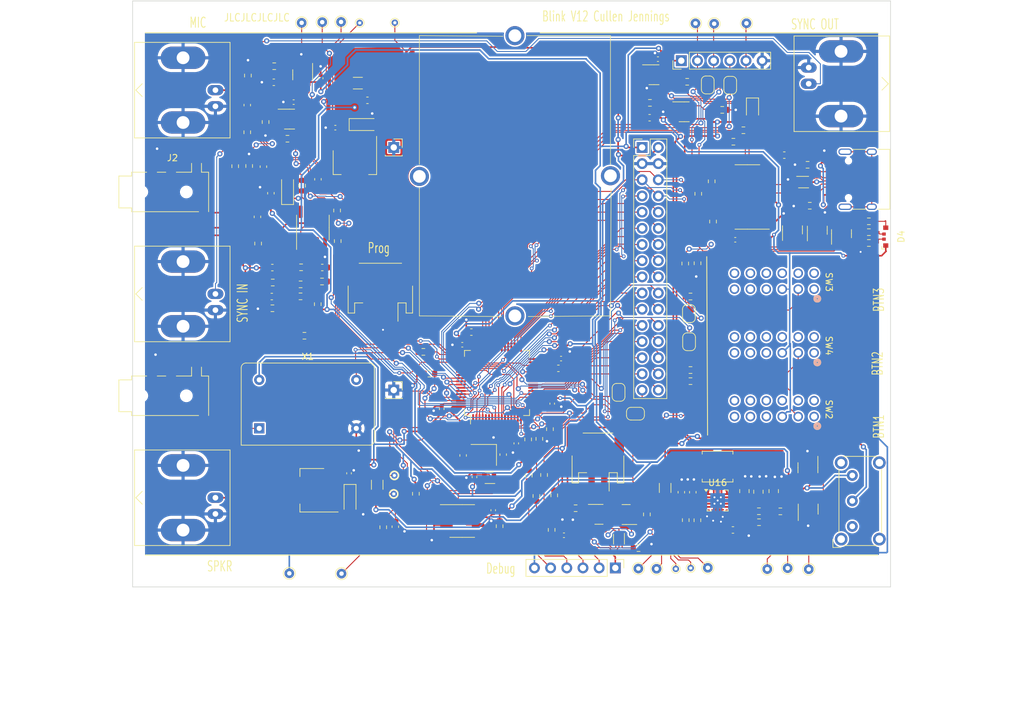
<source format=kicad_pcb>
(kicad_pcb (version 20240108) (generator "pcbnew") (generator_version "8.0")
  (title_block (title "Blink") (date "2024-03-09") (rev "V12") (company "Cullen Jennings"))
  (layers (0 "F.Cu" signal) (31 "B.Cu" power) (34 "B.Paste" user) (35 "F.Paste" user) (36 "B.SilkS" user "B.Silkscreen") (37 "F.SilkS" user "F.Silkscreen") (38 "B.Mask" user) (39 "F.Mask" user) (44 "Edge.Cuts" user))
  (net 0 "")
  (net 1 "+3.3V")
  (net 2 "/AUX_CLK")
  (net 3 "/AUX_GPS_PPS")
  (net 4 "/OSC_ADJ")
  (net 5 "/HSE_OUT")
  (net 6 "/HSE_IN")
  (net 7 "/GPS_PPS")
  (net 8 "+3.3VA")
  (net 9 "/LEDMG")
  (net 10 "/LEDMR")
  (net 11 "/NCOL1")
  (net 12 "/AUD_OUT")
  (net 13 "Net-(C7-Pad1)")
  (net 14 "/Mic")
  (net 15 "/BOOT1")
  (net 16 "/LEDMB")
  (net 17 "/NCOL3")
  (net 18 "/NCOL2")
  (net 19 "/NCOL5")
  (net 20 "/NCOL4")
  (net 21 "GND")
  (net 22 "/NCOL7")
  (net 23 "/NCOL6")
  (net 24 "/NCOL9")
  (net 25 "/NCOL8")
  (net 26 "/NROW1")
  (net 27 "/NCOL10")
  (net 28 "/NROW3")
  (net 29 "/NROW2")
  (net 30 "/NROW5")
  (net 31 "/NROW4")
  (net 32 "/SWDIO")
  (net 33 "/SWDCLK")
  (net 34 "/LED9")
  (net 35 "/LED10")
  (net 36 "/USB_RX")
  (net 37 "/USB_TX")
  (net 38 "/SCL")
  (net 39 "/AUD_IN")
  (net 40 "Net-(C17-Pad2)")
  (net 41 "Net-(R1-Pad2)")
  (net 42 "/DB3")
  (net 43 "/SDA")
  (net 44 "/NRST")
  (net 45 "/BOOT0")
  (net 46 "/GPS_RX1")
  (net 47 "/GPS_TX1")
  (net 48 "SYNC_IN")
  (net 49 "Net-(U1-VI)")
  (net 50 "Net-(C8-Pad1)")
  (net 51 "/Left")
  (net 52 "Net-(U2A-+)")
  (net 53 "/CLK")
  (net 54 "/AUX_MON_PPS")
  (net 55 "/LED7")
  (net 56 "/LED8")
  (net 57 "/LED1")
  (net 58 "/LED2")
  (net 59 "/BTN1")
  (net 60 "PPS_OUT")
  (net 61 "Net-(J11-In)")
  (net 62 "Net-(J7-Pin_2)")
  (net 63 "Net-(C13-Pad2)")
  (net 64 "Net-(U4-VCAP_1)")
  (net 65 "Net-(U2A--)")
  (net 66 "Net-(U4-VCAP_2)")
  (net 67 "/Right")
  (net 68 "Net-(U2B--)")
  (net 69 "Net-(U2B-+)")
  (net 70 "Net-(R25-Pad1)")
  (net 71 "Net-(R35-Pad1)")
  (net 72 "Net-(J13-In)")
  (net 73 "Net-(R24-Pad1)")
  (net 74 "Net-(R28-Pad2)")
  (net 77 "Net-(C26-Pad1)")
  (net 78 "VBUS")
  (net 79 "+BATT")
  (net 80 "Net-(D1-K)")
  (net 81 "Net-(J9-CC1)")
  (net 82 "Net-(J9-D+-PadA6)")
  (net 83 "Net-(J9-D--PadA7)")
  (net 85 "Net-(J9-CC2)")
  (net 87 "unconnected-(J9-SHIELD-PadS1)")
  (net 88 "Net-(U9-STAT)")
  (net 89 "Net-(U9-PROG)")
  (net 90 "Net-(U7-UD+)")
  (net 91 "Net-(U7-UD-)")
  (net 98 "/USB_DTR")
  (net 99 "/USB_RTS")
  (net 101 "/LED3")
  (net 102 "/LED5")
  (net 103 "Net-(R36-Pad1)")
  (net 106 "/LED6")
  (net 107 "/LED4")
  (net 108 "/MON_PPS")
  (net 110 "Net-(X1-Vcontrol)")
  (net 111 "Net-(J7-Pin_3)")
  (net 112 "Net-(J7-Pin_4)")
  (net 113 "Net-(J7-Pin_5)")
  (net 114 "/AUX_SYNC_IN")
  (net 116 "Net-(D4-BK)")
  (net 117 "Net-(D4-GK)")
  (net 118 "Net-(D4-RK)")
  (net 119 "Net-(Q3-D)")
  (net 120 "Net-(Q4-D)")
  (net 121 "Net-(Q5-D)")
  (net 132 "Net-(U7-TXD)")
  (net 133 "Net-(U7-RXD)")
  (net 134 "Net-(SW1-B)")
  (net 135 "Net-(U7-~{DTR})")
  (net 136 "Net-(U7-~{RTS})")
  (net 155 "Net-(U13-VI)")
  (net 156 "Net-(SW1-C)")
  (net 161 "Net-(JP5-A)")
  (net 162 "/BTN2")
  (net 163 "Net-(R54-Pad1)")
  (net 165 "/VIN1")
  (net 166 "Net-(U16-VAUX)")
  (net 167 "+4V")
  (net 168 "/FL1")
  (net 169 "/FL2")
  (net 170 "Net-(U16-EN)")
  (net 171 "Net-(U16-PS{slash}SYNC)")
  (net 172 "Net-(R59-Pad1)")
  (net 173 "Net-(U16-PG)")
  (net 174 "/BTN3")
  (net 175 "Net-(U16-FB)")
  (net 176 "Net-(U15-BAT)")
  (net 177 "Net-(J1-Pin_1)")
  (net 178 "Net-(Q1-G)")
  (net 179 "Net-(Q2-G)")
  (net 180 "Net-(U15-V-)")
  (net 182 "/THERM1")
  (net 183 "Net-(J4-In)")
  (net 184 "Net-(J12-In)")
  (footprint "Capacitor_SMD:C_0603_1608Metric" (layer "F.Cu") (at 192.172507 56.331122 180)
    (property "Reference" "C29" (hide yes))
    (property "Value" "4u7")
  )
  (footprint "Package_TO_SOT_SMD:SOT-23" (layer "F.Cu") (at 222.3 74.5375 90)
    (property "Reference" "Q5" (hide yes))
    (property "Value" "2N7002")
  )
  (footprint "Capacitor_SMD:C_0603_1608Metric" (layer "F.Cu") (at 169.180329 109.229894 -90)
    (property "Reference" "C11" (hide yes))
    (property "Value" "33p" (hide yes))
  )
  (footprint "Resistor_SMD:R_0603_1608Metric" (layer "F.Cu") (at 175.6 112.425 -90)
    (property "Reference" "R43" (hide yes))
    (property "Value" "1K0")
  )
  (footprint "Resistor_SMD:R_1206_3216Metric" (layer "F.Cu") (at 149.4 113.9625 -90)
    (property "Reference" "R38" (hide yes))
    (property "Value" "0R1")
  )
  (footprint "Capacitor_SMD:C_0402_1005Metric" (layer "F.Cu") (at 171.238478 107.467066 -90)
    (property "Reference" "C22" (hide yes))
    (property "Value" "100n")
  )
  (footprint "TestPoint:TestPoint_THTPad_D1.5mm_Drill0.7mm" (layer "F.Cu") (at 199.374288 41.520572)
    (property "Reference" "TP8" (hide yes))
    (property "Value" "~")
  )
  (footprint "Resistor_SMD:R_0603_1608Metric" (layer "F.Cu") (at 155.475341 115.375581 -90)
    (property "Reference" "R12" (hide yes))
    (property "Value" "1K5")
  )
  (footprint "TestPoint:TestPoint_THTPad_D1.5mm_Drill0.7mm" (layer "F.Cu") (at 193.262239 127.154925)
    (property "Reference" "TP20" (hide yes))
    (property "Value" "~")
  )
  (footprint "Resistor_SMD:R_0603_1608Metric" (layer "F.Cu") (at 209.332515 118.123319 180)
    (property "Reference" "R59" (hide yes))
    (property "Value" "47K")
  )
  (footprint "Jumper:SolderJumper-2_P1.3mm_Bridged_RoundedPad1.0x1.5mm" (layer "F.Cu") (at 187.3 99.45 90)
    (property "Reference" "JP2" (hide yes))
    (property "Value" "SolderJumper_2_Bridged")
  )
  (footprint "Package_TO_SOT_SMD:SOT-23" (layer "F.Cu") (at 184.218818 118.602746)
    (property "Reference" "Q1" (hide yes))
    (property "Value" "AO3400A")
  )
  (footprint "Jumper:SolderJumper-2_P1.3mm_Bridged2Bar_RoundedPad1.0x1.5mm" (layer "F.Cu") (at 204.831425 51.234885 -90)
    (property "Reference" "JP6" (hide yes))
    (property "Value" "SolderJumper_2_Bridged")
  )
  (footprint "Package_TO_SOT_SMD:SOT-23-5" (layer "F.Cu") (at 137.700527 49.59004 -90)
    (property "Reference" "U5" (hide yes))
    (property "Value" "SN74LVC1G14DBV" (hide yes))
  )
  (footprint "Resistor_SMD:R_0603_1608Metric" (layer "F.Cu") (at 133.234948 48.24416 180)
    (property "Reference" "R24" (hide yes))
    (property "Value" "200R")
  )
  (footprint "Resistor_SMD:R_0603_1608Metric" (layer "F.Cu") (at 129.297294 63.911164 90)
    (property "Reference" "R11" (hide yes))
    (property "Value" "1K0")
  )
  (footprint "TestPoint:TestPoint_THTPad_D1.0mm_Drill0.5mm" (layer "F.Cu") (at 146.652864 41.445912 180)
    (property "Reference" "TP2" (hide yes))
    (property "Value" "~")
  )
  (footprint "Resistor_SMD:R_0603_1608Metric" (layer "F.Cu") (at 140.067451 85.608015 -90)
    (property "Reference" "R3" (hide yes))
    (property "Value" "47K")
  )
  (footprint "blinky_footprints:PBH4UOANAGX" (layer "F.Cu") (at 218 83.25 -90)
    (property "Reference" "SW3")
    (property "Value" "SW_Push_4PDT")
  )
  (footprint "Jumper:SolderJumper-2_P1.3mm_Bridged_RoundedPad1.0x1.5mm" (layer "F.Cu") (at 198.36827 91.508948 -90)
    (property "Reference" "JP3" (hide yes))
    (property "Value" "SolderJumper_2_Bridged")
  )
  (footprint "TestPoint:TestPoint_THTPad_D1.5mm_Drill0.7mm" (layer "F.Cu") (at 143.797279 127.915229)
    (property "Reference" "TP15" (hide yes))
    (property "Value" "~")
  )
  (footprint "Capacitor_SMD:C_0603_1608Metric" (layer "F.Cu") (at 133.168258 50.770769)
    (property "Reference" "C25" (hide yes))
    (property "Value" "47p")
  )
  (footprint "Capacitor_SMD:C_0603_1608Metric" (layer "F.Cu") (at 198.957239 115.135026 90)
    (property "Reference" "C34" (hide yes))
    (property "Value" "10u")
  )
  (footprint "Capacitor_SMD:C_0603_1608Metric" (layer "F.Cu") (at 213.32 62.2)
    (property "Reference" "C28" (hide yes))
    (property "Value" "4u7")
  )
  (footprint "Resistor_SMD:R_0603_1608Metric" (layer "F.Cu") (at 198.590493 97.691997 180)
    (property "Reference" "R36" (hide yes))
    (property "Value" "1K0")
  )
  (footprint "MountingHole:MountingHole_2.2mm_M2" (layer "F.Cu") (at 221.69363 127.127377 90)
    (property "Reference" "H5" (hide yes))
    (property "Value" "M2" (hide yes))
  )
  (footprint "Crystal:Crystal_SMD_3225-4Pin_3.2x2.5mm" (layer "F.Cu") (at 166.125431 109.282951 180)
    (property "Reference" "Y1" (hide yes))
    (property "Value" "16MHz " (hide yes))
  )
  (footprint "Package_SO:SOIC-16_3.9x9.9mm_P1.27mm" (layer "F.Cu") (at 207.525 68.775 180)
    (property "Reference" "U7" (hide yes))
    (property "Value" "CH340C")
  )
  (footprint "Package_SON:Texas_S-PWSON-N10_ThermalVias" (layer "F.Cu") (at 202.857239 116.435026)
    (property "Reference" "U16")
    (property "Value" "TPS63060")
  )
  (footprint "Resistor_SMD:R_0603_1608Metric" (layer "F.Cu") (at 198.590941 84.405597 180)
    (property "Reference" "R25" (hide yes))
    (property "Value" "1K0")
  )
  (footprint "Resistor_SMD:R_0603_1608Metric" (layer "F.Cu") (at 191.746896 118.616443 -90)
    (property "Reference" "R34" (hide yes))
    (property "Value" "2M0")
  )
  (footprint "Resistor_SMD:R_0603_1608Metric" (layer "F.Cu") (at 140.736762 82.04725 180)
    (property "Reference" "R4" (hide yes))
    (property "Value" "47K")
  )
  (footprint "Resistor_SMD:R_0603_1608Metric" (layer "F.Cu") (at 174.4 115.725 -90)
    (property "Reference" "R44" (hide yes))
    (property "Value" "1K0")
  )
  (footprint "Capacitor_SMD:C_0603_1608Metric" (layer "F.Cu") (at 132.85053 84.408681 180)
    (property "Reference" "C27" (hide yes))
    (property "Value" "100n")
  )
  (footprint "Connector_PinHeader_2.54mm:PinHeader_2x16_P2.54mm_Vertical" (layer "F.Cu") (at 191 61)
    (property "Reference" "J14" (hide yes))
    (property "Value" "Conn_02x16_Odd_Even")
  )
  (footprint "Resistor_SMD:R_0603_1608Metric" (layer "F.Cu") (at 143.1 70.9 -90)
    (property "Reference" "R19" (hide yes))
    (property "Value" "560R")
  )
  (footprint "Package_TO_SOT_SMD:SOT-223-3_TabPin2" (layer "F.Cu") (at 145.9 63.35 -90)
    (property "Reference" "U13" (hide yes))
    (property "Value" "AMS1117-3.3")
  )
  (footprint "Capacitor_Tantalum_SMD:CP_EIA-3216-18_Kemet-A" (layer "F.Cu") (at 145.136094 116.223745 -90)
    (property "Reference" "C3" (hide yes))
    (property "Value" "10u")
  )
  (footprint "Jumper:SolderJumper-2_P1.3mm_Bridged_RoundedPad1.0x1.5mm" (layer "F.Cu") (at 198.343031 87.092308 90)
    (property "Reference" "JP4" (hide yes))
    (property "Value" "SolderJumper_2_Bridged")
  )
  (footprint "blinky_footprints:PBH4UOANAGX" (layer "F.Cu") (at 218 103.25 -90)
    (property "Reference" "SW2")
    (property "Value" "SW_Push_4PDT")
  )
  (footprint "Jumper:SolderJumper-2_P1.3mm_Bridged_RoundedPad1.0x1.5mm" (layer "F.Cu") (at 189.95 102.8)
    (property "Reference" "JP1" (hide yes))
    (property "Value" "SolderJumper_2_Bridged")
  )
  (footprint "Connector_JST:JST_PH_S2B-PH-SM4-TB_1x02-1MP_P2.00mm_Horizontal" (layer "F.Cu") (at 184.060701 110.358027 180)
    (property "Reference" "J1" (hide yes))
    (property "Value" "Conn_01x02" (hide yes))
  )
  (footprint "TestPoint:TestPoint_THTPad_D1.5mm_Drill0.7mm" (layer "F.Cu") (at 202.309005 41.575256)
    (property "Reference" "TP7" (hide yes))
    (property "Value" "~")
  )
  (footprint "Resistor_SMD:R_0603_1608Metric" (layer "F.Cu") (at 192.225 54)
    (property "Reference" "R27" (hide yes))
    (property "Value" "1K0")
  )
  (footprint "Package_TO_SOT_SMD:SOT-23-5" (layer "F.Cu") (at 135.6375 56.55)
    (property "Reference" "U6" (hide yes))
    (property "Value" "SN74LVC1G14DBV" (hide yes))
  )
  (footprint "Connector_PinHeader_2.54mm:PinHeader_1x06_P2.54mm_Vertical" (layer "F.Cu") (at 186.789863 127.018009 -90)
    (property "Reference" "J7" (hide yes))
    (property "Value" "Conn_01x06_Pin" (hide yes))
  )
  (footprint "Capacitor_SMD:C_0402_1005Metric" (layer "F.Cu") (at 176.879117 101.228219 -90)
    (property "Reference" "C12" (hide yes))
    (property "Value" "100n")
  )
  (footprint "Resistor_SMD:R_0603_1608Metric" (layer "F.Cu") (at 173.2 112.525 -90)
    (property "Reference" "R45" (hide yes))
    (property "Value" "1K0")
  )
  (footprint "blinky_footprints:BatteryFlat1" (layer "F.Cu") (at 171.024553 65.44537)
    (property "Reference" "B1" (hide yes))
    (property "Value" "~")
  )
  (footprint "TestPoint:TestPoint_THTPad_D1.0mm_Drill0.5mm" (layer "F.Cu") (at 196.285651 127.16575)
    (property "Reference" "TP12" (hide yes))
    (property "Value" "~")
  )
  (footprint "Package_TO_SOT_SMD:SOT-23-5" (layer "F.Cu") (at 192.858785 49.582849)
    (property "Reference" "U14" (hide yes))
    (property "Value" "SN74LVC1G14DBV")
  )
  (footprint "Package_SON:WSON-6_1.5x1.5mm_P0.5mm" (layer "F.Cu") (at 187.361893 122.531245 -90)
    (property "Reference" "U15" (hide yes))
    (property "Value" "BQ29702DSER")
  )
  (footprint "Capacitor_SMD:C_0603_1608Metric" (layer "F.Cu") (at 164.186075 89.989206)
    (property "Reference" "C19" (hide yes))
    (property "Value" "2u2")
  )
  (footprint "Resistor_SMD:R_0603_1608Metric" (layer "F.Cu") (at 129.1 49.7125 90)
    (property "Reference" "R13" (hide yes))
    (property "Value" "560R")
  )
  (footprint "TestPoint:TestPoint_THTPad_D1.5mm_Drill0.7mm" (layer "F.Cu") (at 143.726608 41.292577 180)
    (property "Reference" "TP18" (hide yes))
    (property "Value" "~")
  )
  (footprint "Resistor_SMD:R_0603_1608Metric" (layer "F.Cu") (at 205.325 60.1 180)
    (property "Reference" "R49" (hide yes))
    (property "Value" "1K0")
  )
  (footprint "Package_TO_SOT_SMD:SOT-563" (layer "F.Cu") (at 166.9773 112.865437 180)
    (property "Reference" "U10" (hide yes))
    (property "Value" "TMP112AIDRLR")
  )
  (footprint "Capacitor_SMD:C_0603_1608Metric" (layer "F.Cu") (at 140.774262 79.84725 180)
    (property "Reference" "C9" (hide yes))
    (property "Value" "100n")
  )
  (footprint "Resistor_SMD:R_0603_1608Metric" (layer "F.Cu") (at 212.700169 118.143063 180)
    (property "Reference" "R60" (hide yes))
    (property "Value" "33R0")
  )
  (footprint "TestPoint:TestPoint_THTPad_D1.5mm_Drill0.7mm" (layer "F.Cu") (at 137.538556 41.431634)
    (property "Reference" "TP14" (hide yes))
    (property "Value" "~")
  )
  (footprint "Resistor_SMD:R_0603_1608Metric" (layer "F.Cu") (at 176.525545 105.230293 -90)
    (property "Reference" "R31" (hide yes))
    (property "Value" "4K7")
  )
  (footprint "TestPoint:TestPoint_THTPad_D1.5mm_Drill0.7mm" (layer "F.Cu") (at 210.649959 127.205264)
    (property "Reference" "TP11" (hide yes))
    (property "Value" "~")
  )
  (footprint "Package_TO_SOT_SMD:SOT-223-3_TabPin2" (layer "F.Cu") (at 139.173781 114.828555 180)
    (property "Reference" "U1" (hide yes))
    (property "Value" "AMS1117-3.3" (hide yes))
  )
  (footprint "Package_TO_SOT_SMD:SOT-23-5" (layer "F.Cu") (at 217.070558 117.788125 90)
    (property "Reference" "U11" (hide yes))
    (property "Value" "MAX40200AUK")
  )
  (footprint "TestPoint:TestPoint_THTPad_D1.0mm_Drill0.5mm" (layer "F.Cu") (at 152 115.4)
    (property "Reference" "TP3" (hide yes))
    (property "Value" "~")
  )
  (footprint "Capacitor_SMD:C_0402_1005Metric" (layer "F.Cu") (at 144.97611 112.162498 -90)
    (property "Reference" "C1" (hide yes))
    (property "Value" "100n")
  )
  (footprint "Capacitor_SMD:C_0402_1005Metric" (layer "F.Cu") (at 142.8248 57.890021)
    (property "Reference" "C31" (hide yes))
    (property "Value" "100n")
  )
  (footprint "TestPoint:TestPoint_THTPad_D1.5mm_Drill0.7mm" (layer "F.Cu") (at 207.376405 41.502344)
    (property "Reference" "TP6" (hide yes))
    (property "Value" "~")
  )
  (footprint "TestPoint:TestPoint_THTPad_D1.5mm_Drill0.7mm" (layer "F.Cu") (at 190.407253 127.116341)
    (property "Reference" "TP21" (hide yes))
    (property "Value" "~")
  )
  (footprint "TestPoint:TestPoint_THTPad_D1.5mm_Drill0.7mm" (layer "F.Cu") (at 201.312671 126.998773)
    (property "Reference" "TP10" (hide yes))
    (property "Value" "~")
  )
  (footprint "Package_TO_SOT_SMD:SOT-23" (layer "F.Cu") (at 188.48629 118.639065 180)
    (property "Reference" "Q2" (hide yes))
    (property "Value" "AO3400A")
  )
  (footprint "Resistor_SMD:R_0603_1608Metric" (layer "F.Cu") (at 217.325 70.15)
    (property "Reference" "R22" (hide yes))
    (property "Value" "5K1")
  )
  (footprint "Capacitor_SMD:C_0402_1005Metric" (layer "F.Cu") (at 167.619668 117.958331 90)
    (property "Reference" "C20" (hide yes))
    (property "Value" "100n")
  )
  (footprint "blinky_footprints:Jack_3.5mm_PJ320D_Horizontal-CJ" (layer "F.Cu") (at 118 68)
    (property "Reference" "J2")
    (property "Value" "PJ-320D")
  )
  (footprint "Capacitor_SMD:C_0603_1608Metric" (layer "F.Cu") (at 152.248698 120.55049 -90)
    (property "Reference" "C10" (hide yes))
    (property "Value" "100n")
  )
  (footprint "Resistor_SMD:R_0603_1608Metric" (layer "F.Cu") (at 216.975 63.725)
    (property "Reference" "R21" (hide yes))
    (property "Value" "5K1")
  )
  (footprint "Capacitor_SMD:C_0402_1005Metric" (layer "F.Cu") (at 193.478416 47.130016 180)
    (property "Reference" "C32" (hide yes))
    (property "Value" "100n")
  )
  (footprint "Capacitor_SMD:C_0603_1608Metric" (layer "F.Cu") (at 205.255886 121.058448 180)
    (property "Reference" "C36" (hide yes))
    (property "Value" "100n")
  )
  (footprint "Capacitor_SMD:C_0402_1005Metric" (layer "F.Cu") (at 164.6773 112.765437 -90)
    (property "Reference" "C30" (hide yes))
    (property "Value" "100n")
  )
  (footprint "Capacitor_SMD:C_0603_1608Metric" (layer "F.Cu") (at 131.535747 64.017831 -90)
    (property "Reference" "C17" (hide yes))
    (property "Value" "100n")
  )
  (footprint "Capacitor_SMD:C_0603_1608Metric" (layer "F.Cu") (at 147.868028 53.60334 180)
    (property "Reference" "C4" (hide yes))
    (property "Value" "100n")
  )
  (footprint "Resistor_SMD:R_0603_1608Metric" (layer "F.Cu") (at 129 58.6125 -90)
    (property "Reference" "R6" (hide yes))
    (property "Value" "10K")
  )
  (footprint "Resistor_SMD:R_0603_1608Metric" (layer "F.Cu") (at 143.2 75.7 90)
    (property "Reference" "R1" (hide yes))
    (property "Value" "560R")
  )
  (footprint "Capacitor_SMD:C_0805_2012Metric" (layer "F.Cu") (at 211.657239 114.960026 90)
    (property "Reference" "C38" (hide yes))
    (property "Value" "22uF")
  )
  (footprint "TestPoint:TestPoint_THTPad_D1.5mm_Drill0.7mm" (layer "F.Cu") (at 217.160654 127.229832)
    (property "Reference" "TP16" (hide yes))
    (property "Value" "~")
  )
  (footprint "Resistor_SMD:R_0603_1608Metric" (layer "F.Cu") (at 226.6 76 180)
    (property "Reference" "R48" (hide yes))
    (property "Value" "47R")
  )
  (footprint "Package_TO_SOT_SMD:SOT-666" (layer "F.Cu") (at 216.35 66.4375)
    (property "Reference" "U8" (hide yes))
    (property "Value" "USBLC6-2P6")
  )
  (footprint "Capacitor_SMD:C_0402_1005Metric" (layer "F.Cu") (at 178.723589 121.889641)
    (property "Reference" "C37" (hide yes))
    (property "Value" "100n")
  )
  (footprint "Button_Switch_THT:SW_E-Switch_EG1224_SPDT_Angled" (layer "F.Cu") (at 224 120.5 90)
    (property "Reference" "SW1" (hide yes))
    (property "Value" "SW_SPDT")
  )
  (footprint "Connector_PinSocket_2.54mm:PinSocket_1x01_P2.54mm_Vertical" (layer "F.Cu") (at 152 61)
    (property "Reference" "J15" (hide yes))
    (property "Value" "Conn_01x01")
  )
  (footprint "Package_SO:SOIC-8_3.9x4.9mm_P1.27mm" (layer "F.Cu") (at 162.75185 119.652888)
    (property "Reference" "U3" (hide yes))
    (property "Value" "M24C02-RMN")
  )
  (footprint "Capacitor_SMD:C_0402_1005Metric" (layer "F.Cu") (at 205.62 75.5)
    (property "Reference" "C2" (hide yes))
    (property "Value" "100n")
  )
  (footprint "Package_QFP:LQFP-64_10x10mm_P0.5mm" (layer "F.Cu") (at 168.213472 97.978212 90)
    (property "Reference" "U4" (hide yes))
    (property "Value" "STM32F405RGTx" (hide yes))
  )
  (footprint "Resistor_SMD:R_0603_1608Metric" (layer "F.Cu") (at 137.6 67 90)
    (property "Reference" "R7" (hide yes))
    (property "Value" "1R0")
  )
  (footprint "Oscillator:Oscillator_DIP-14" (layer "F.Cu") (at 130.88 105.11)
    (property "Reference" "X1")
    (property "Value" "GTXO-14V (2.048MHz)")
  )
  (footprint "Resistor_SMD:R_0603_1608Metric" (layer "F.Cu") (at 131.872968 57.008785 -90)
    (property "Reference" "R23" (hide yes))
    (property "Value" "1K0")
  )
  (footprint "Resistor_SMD:R_0603_1608Metric" (layer "F.Cu") (at 156.648108 93.099393)
    (property "Reference" "R17" (hide yes))
    (property "Value" "1K0")
  )
  (footprint "Capacitor_SMD:C_0402_1005Metric" (layer "F.Cu") (at 159.528381 102.074502 90)
    (property "Reference" "C18" (hide yes))
    (property "Value" "100n")
  )
  (footprint "Package_SO:SOIC-8_3.9x4.9mm_P1.27mm" (layer "F.Cu") (at 139.305 73.575 90)
    (property "Reference" "U2" (hide yes))
    (property "Value" "AD8397")
  )
  (footprint "Capacitor_SMD:C_0603_1608Metric" (layer "F.Cu") (at 129 54.35 -90)
    (property "Reference" "C13" (hide yes))
    (property "Value" "10u")
  )
  (footprint "Resistor_SMD:R_0603_1608Metric" (layer "F.Cu") (at 199.813361 68.276917 -90)
    (property "Reference" "R29" (hide yes))
    (property "Value" "1K0")
  )
  (footprint "Resistor_SMD:R_0603_1608Metric" (layer "F.Cu") (at 133.002513 82.205878)
    (property "Reference" "R16" (hide yes))
    (property "Value" "560R")
  )
  (footprint "Resistor_SMD:R_0603_1608Metric" (layer "F.Cu") (at 199.696506 79.182867 90)
    (property "Reference" "R53" (hide yes))
    (property "Value" "47K")
  )
  (footprint "Capacitor_SMD:C_0603_1608Metric" (layer "F.Cu") (at 162.888232 109.36092 90)
    (property "Reference" "C14" (hide yes))
    (property "Value" "33p" (hide yes))
  )
  (footprint "TestPoint:TestPoint_THTPad_D1.5mm_Drill0.7mm" (layer "F.Cu") (at 140.771639 41.327341)
    (property "Reference" "TP5" (hide yes))
    (property "Value" "~")
  )
  (footprint "blinky_footprints:Jack_3.5mm_PJ320D_Horizontal-CJ" (layer "F.Cu") (at 118 100)
    (property "Reference" "J3" (hide yes))
    (property "Value" "PJ-320D")
  )
  (footprint "blinky_footprints:PBH4UOANAGX" (layer "F.Cu") (at 218 93.25 -90)
    (property "Reference" "SW4")
    (property "Value" "SW_Push_4PDT")
  )
  (footprint "Resistor_SMD:R_1206_3216Metric" (layer "F.Cu") (at 194.608836 114.459067 90)
    (property "Reference" "R62" (hide yes))
    (property "Value" "0R1")
  )
  (footprint "MountingHole:MountingHole_2.2mm_M2" (layer "F.Cu") (at 117.513825 40.538568 90)
    (property "Reference" "H1" (hide yes))
    (property "Value" "M2" (hide yes))
  )
  (footprint "Resistor_SMD:R_0603_1608Metric" (layer "F.Cu") (at 127.10424 63.942052 -90)
    (property "Reference" "R10" (hide yes))
    (property "Value" "1K0")
  )
  (footprint "Capacitor_SMD:C_0603_1608Metric" (layer "F.Cu") (at 132.711843 68.187506 -90)
    (property "Reference" "C6" (hide yes))
    (property "Value" "100n")
  )
  (footprint "Resistor_SMD:R_0603_1608Metric" (layer "F.Cu") (at 209.352258 119.840974)
    (property "Reference" "R58" (hide yes))
    (property "Value" "5.6K")
  )
  (footprint "Resistor_SMD:R_0603_1608Metric" (layer "F.Cu") (at 198.071335 50.689597)
    (property "Reference" "R54" (hide yes))
    (property "Value" "1K0")
  )
  (footprint "Resistor_SMD:R_0603_1608Metric" (layer "F.Cu") (at 198.59447 95.950693 180)
    (property "Reference" "R35" (hide yes))
    (property "Value" "1K0")
  )
  (footprint "Resistor_SMD:R_0603_1608Metric" (layer "F.Cu") (at 168.619668 120.463331 -90)
    (property "Reference" "R15" (hide yes))
    (property "Value" "1K5")
  )
  (footprint "Resistor_SMD:R_0603_1608Metric" (layer "F.Cu") (at 197.769739 79.226196 90)
    (property "Reference" "R52" (hide yes))
    (property "Value" "47K" (hide yes))
  )
  (footprint "Resistor_SMD:R_0603_1608Metric" (layer "F.Cu") (at 226.6 72.6)
    (property "Reference" "R46" (hide yes))
    (property "Value" "150R")
  )
  (footprint "Inductor_SMD:L_Coilcraft_XAL4020-XXX" (layer "F.Cu") (at 202.842239 111.110026)
    (property "Reference" "L1" (hide yes))
    (property "Value" "1.5uH")
  )
  (footprint "Capacitor_SMD:C_0603_1608Metric" (layer "F.Cu") (at 177.847579 95.686604 180)
    (property "Reference" "C16" (hide yes))
    (property "Value" "2u2")
  )
  (footprint "Capacitor_SMD:C_0402_1005Metric" (layer "F.Cu") (at 140.527418 50.134484 90)
    (property "Reference" "C23" (hide yes))
    (property "Value" "100n" (hide yes))
  )
  (footprint "Resistor_SMD:R_0603_1608Metric" (layer "F.Cu") (at 226.6 74.3)
    (property "Reference" "R47" (hide yes))
    (property "Value" "47R")
  )
  (footprint "blinky_footprints:BNC_Amphenol_B6252HB-NPP3G-50_Horizontal-CJ" (layer "F.Cu") (at 121.5 52 90)
    (property "Reference" "J11" (hide yes))
    (property "Value" "KH-BNC50-3511")
  )
  (footprint "Capacitor_SMD:C_0402_1005Metric" (layer "F.Cu") (at 136.282253 53.878065 180)
    (property "Reference" "C24" (hide yes))
    (property "Value" "100n" (hide yes))
  )
  (footprint "Resistor_SMD:R_1206_3216Metric" (layer "F.Cu") (at 146.3625 50.9)
    (property "Reference" "R37" (hide yes))
    (property "Value" "0R1")
  )
  (footprint "Resistor_SMD:R_0603_1608Metric" (layer "F.Cu") (at 206.9 58.3)
    (property "Reference" "R50" (hide yes))
    (property "Value" "1K0")
  )
  (footprint "Capacitor_SMD:C_0603_1608Metric" (layer "F.Cu") (at 197.157239 115.135026 90)
    (property "Reference" "C35" (hide yes))
    (property "Value" "10u")
  )
  (footprint "TestPoint:TestPoint_THTPad_D1.5mm_Drill0.7mm" (layer "F.Cu") (at 213.843885 127.057852)
    (property "Reference" "TP17" (hide yes))
    (property "Value" "~")
  )
  (footprint "Resistor_SMD:R_0603_1608Metric" (layer "F.Cu") (at 190.432574 123.899971 180)
    (property "Reference" "R18" (hide yes))
    (property "Value" "2K2")
  )
  (footprint "TestPoint:TestPoint_THTPad_D1.0mm_Drill0.5mm" (layer "F.Cu") (at 152.1 112.5)
    (property "Reference" "TP4" (hide yes))
    (property "Value" "~")
  )
  (footprint "Package_TO_SOT_SMD:SOT-23-5" (layer "F.Cu") (at 197.6 55.4)
    (property "Reference" "U9" (hide yes))
    (property "Value" "MCP73832-2-OT")
  )
  (footprint "Package_TO_SOT_SMD:SOT-23" (layer "F.Cu") (at 214.6 73.9375 90)
    (property "Reference" "Q3" (hide yes))
    (property "Value" "2N7002")
  )
  (footprint "Capacitor_SMD:C_0603_1608Metric" (layer "F.Cu") (at 130.6 71.9 90)
    (property "Reference" "C7" (hide yes))
    (property "Value" "10u")
  )
  (footprint "Resistor_SMD:R_0603_1608Metric" (layer "F.Cu") (at 135.307564 59.627514)
    (property "Reference" "R28" (hide yes))
    (property "Value" "1K0")
  )
  (footprint "Resistor_SMD:R_0603_1608Metric" (layer "F.Cu") (at 199.67955 119.533819 90)
    (property "Reference" "R57" (hide yes))
    (property "Value" "1K0")
  )
  (footprint "Capacitor_SMD:C_0805_2012Metric" (layer "F.Cu") (at 207.057239 114.960026 90)
    (property "Reference" "C40" (hide yes))
    (property "Value" "22uF")
  )
  (footprint "Resistor_SMD:R_0603_1608Metric" (layer "F.Cu") (at 176.78784 121.046669 90)
    (property "Reference" "R14" (hide yes))
    (property "Value" "330R")
  )
  (footprint "Resistor_SMD:R_0603_1608Metric" (layer "F.Cu") (at 130.7 76.0875 -90)
    (property "Reference" "R2" (hide yes))
    (property "Value" "560R")
  )
  (footprint "LED_SMD:LED_0805_2012Metric" (layer "F.Cu") (at 208.328762 54.919826 -90)
    (property "Reference" "D1" (hide yes))
    (property "Value" "LED")
  )
  (footprint "MountingHole:MountingHole_2.2mm_M2" (layer "F.Cu") (at 118.908606 127.389757 90)
    (property "Reference" "H4" (hide yes))
    (property "Value" "M2" (hide yes))
  )
  (footprint "Resistor_SMD:R_0603_1608Metric" (layer "F.Cu") (at 173.098711 106.84225 -90)
    (property "Reference" "R33" (hide yes))
    (property "Value" "4K7")
  )
  (footprint "Resistor_SMD:R_0603_1608Metric" (layer "F.Cu") (at 197.842627 119.513961 90)
    (property "Reference" "R56" (hide yes))
    (property "Value" "1K0")
  )
  (footprint "Capacitor_Tantalum_SMD:CP_EIA-3216-18_Kemet-A" (layer "F.Cu") (at 147.312698 57.406232)
    (property "Reference" "C33" (hide yes))
    (property "Value" "10u")
  )
  (footprint "Resistor_SMD:R_0603_1608Metric" (layer "F.Cu") (at 177.2 115.625 -90)
    (property "Reference" "R42" (hide yes))
    (property "Value" "1K0")
  )
  (footprint "Capacitor_SMD:C_0603_1608Metric" (layer "F.Cu") (at 140.1 66 90)
    (property "Reference" "C26" (hide yes))
    (property "Value" "10u")
  )
  (footprint "Connector_JST:JST_PH_S3B-PH-SM4-TB_1x03-1MP_P2.00mm_Horizontal" (layer "F.Cu") (at 149.900984 83.6938 180)
    (property "Reference" "J6" (hide yes))
    (property "Value" "Conn_01x03")
  )
  (footprint "Connector_PinSocket_2.54mm:PinSocket_1x01_P2.54mm_Vertical" (layer "F.Cu") (at 152 99.1)
    (property "Reference" "J16" (hide yes))
    (property "Value" "Conn_01x01")
  )
  (footprint "Resistor_SMD:R_0603_1608Metric" (layer "F.Cu") (at 157.599679 96.513749 180)
    (property "Reference" "R26" (hide yes))
    (property "Value" "4K7")
  )
  (footprint "Resistor_SMD:R_0603_1608Metric" (layer "F.Cu") (at 174.861452 106.755413 -90)
    (property "Reference" "R32" (hide yes))
    (property "Value" "4K7")
  )
  (footprint "Connector_USB:USB_C_Receptacle_HRO_TYPE-C-31-M-12" (layer "F.Cu") (at 226 66 90)
    (property "Reference" "J9" (hide yes))
    (property "Value" "USB_C_Receptacle")
  )
  (footprint "Capacitor_Tantalum_SMD:CP_EIA-3216-18_Kemet-A" (layer "F.Cu") (at 135.329034 67.65 90)
    (property "Reference" "C5" (hide yes))
    (property "Value" "10u")
  )
  (footprint "TestPoint:TestPoint_THTPad_D1.0mm_Drill0.5mm" (layer "F.Cu") (at 198.62158 127.037403)
    (property "Reference" "TP13" (hide yes))
    (property "Value" "~")
  )
  (footprint "Resistor_SMD:R_0603_1608Metric" (layer "F.Cu") (at 137.363209 84.383749 180)
    (property "Reference" "R40" (hide yes))
    (property "Value" "4K7")
  )
  (footprint "Capacitor_SMD:C_0402_1005Metric" (layer "F.Cu") (at 178.268925 94.148716)
    (property "Reference" "C15" (hide yes))
    (property "Value" "100n")
  )
  (footprint "blinky_footprints:BNC_Amphenol_B6252HB-NPP3G-50_Horizontal-CJ" (layer "F.Cu") (at 219.652288 51 -90)
    (property "Reference" "J4" (hide yes))
    (property "Value" "KH-BNC50-3511")
  )
  (footprint "blinky_footprints:BNC_Amphenol_B6252HB-NPP3G-50_Horizontal-CJ" (layer "F.Cu") (at 121.5 84 90)
    (property "Reference" "J12" (hide yes))
    (property "Value" "KH-BNC50-3511")
  )
  (footprint "Jumper:SolderJumper-2_P1.3mm_Bridged2Bar_RoundedPad1.0x1.5mm" (layer "F.Cu") (at 201.299169 51.18397 -90)
    (property "Reference" "JP5" (hide yes))
    (property "Value" "SolderJumper_2_Bridged")
  )
  (footprint "blinky_footprints:LED_RGB_MHS110FRGBCT" (layer "F.Cu") (at 229.8 75 90)
    (property "Reference" "D4")
    (property "Value" "LED_ABGR")
  )
  (footprint "Connector_PinHeader_2.54mm:PinHeader_1x06_P2.54mm_Vertical" (layer "F.Cu") (at 197.148661 47.379143 90)
    (property "Reference" "J5" (hide yes))
    (property "Value" "Conn_01x06_Pin")
  )
  (footprint "TestPoint:TestPoint_THTPad_D1.0mm_Drill0.5mm" (layer "F.Cu") (at 152.16945 41.41492 180)
    (property "Reference" "TP1" (hide yes))
    (property "Value" "~")
  )
  (footprint "Resistor_SMD:R_0603_1608Metric" (layer "F.Cu") (at 132.950392 86.253587 180)
    (property "Reference" "R41" (hide yes))
    (property "Value" "4K7")
  )
  (footprint "Capacitor_SMD:C_0805_2012Metric" (layer "F.Cu") (at 209.257239 115.060026 90)
    (property "Reference" "C39" (hide yes))
    (property "Value" "22uF")
  )
  (footprint "TestPoint:TestPoint_THTPad_D1.5mm_Drill0.7mm" (layer "F.Cu") (at 135.603764 127.873409)
    (property "Reference" "TP9" (hide yes))
    (property "Value" "~")
  )
  (footprint "Package_TO_SOT_SMD:SOT-23" (layer "F.Cu") (at 218.5 74 90)
    (property "Reference" "Q4" (hide yes))
    (property "Value" "2N7002")
  )
  (footprint "Resistor_SMD:R_0603_1608Metric" (layer "F.Cu") (at 137.451365 79.822931 180)
    (property "Reference" "R5" (hide yes))
    (property "Value" "1K0")
  )
  (footprint "Resistor_SMD:R_0603_1608Metric" (layer "F.Cu") (at 137.974264 90.566679)
    (property "Reference" "R39" (hide yes))
    (property "Value" "47K")
  )
  (footprint "Capacitor_SMD:C_0402_1005Metric" (layer "F.Cu") (at 162.757468 91.978923 180)
    (property "Reference" "C21" (hide yes))
    (property "Value" "100n")
  )
  (footprint "Resistor_SMD:R_0603_1608Metric" (layer "F.Cu") (at 137.375 82.5)
    (property "Reference" "R8" (hide yes))
    (property "Value" "100K")
  )
  (footprint "Resistor_SMD:R_0603_1608Metric" (layer "F.Cu") (at 201.916515 66.318807 90)
    (property "Reference" "R20" (hide yes))
    (property "Value" "1K0")
  )
  (footprint "Resistor_SMD:R_0603_1608Metric" (layer "F.Cu") (at 203.575 55.1)
    (property "Reference" "R30" (hide yes))
    (property "Value" "2K0")
  )
  (footprint "Resistor_SMD:R_0603_1608Metric" (layer "F.Cu") (at 180.556378 117.64436)
    (property "Reference" "R55" (hide yes))
    (property "Value" "2M0")
  )
  (footprint "Resistor_SMD:R_0603_1608Metric" (layer "F.Cu") (at 150.348698 120.636558 90)
    (property "Reference" "R9" (hide yes))
    (property "Value" "47K")
  )
  (footprint "MountingHole:MountingHole_2.2mm_M2" (layer "F.Cu") (at 224.148165 40.323299 90)
    (property "Reference" "H3" (hide yes))
    (property "Value" "M2" (hide yes))
  )
  (footprint "Package_TO_SOT_SMD:SOT-23-5" (layer "F.Cu") (at 217.028376 111.28843 -90)
    (property "Reference" "U12" (hide yes))
    (property "Value" "MAX40200AUK")
  )
  (footprint "Capacitor_SMD:C_0603_1608Metric" (layer "F.Cu") (at 132.935954 79.86063 180)
    (property "Reference" "C8" (hide yes))
    (property "Value" "10u")
  )
  (footprint "Resistor_SMD:R_0603_1608Metric" (layer "F.Cu") (at 202.130088 72.63372 -90)
    (property "Reference" "R51" (hide yes))
    (property "Value" "47K")
  )
  (footprint "blinky_footprints:BNC_Amphenol_B6252HB-NPP3G-50_Horizontal-CJ" (layer "F.Cu") (at 121.5 116 90)
    (property "Reference" "J13" (hide yes))
    (property "Value" "KH-BNC50-3511")
  )
  (gr_line (start 201.141681 78.147656) (end 201.275923 106.161489) (stroke (width 0.15)) (layer "F.SilkS"))
  (gr_line (start 175 43) (end 228 43) (stroke (width 0.15)) (layer "F.SilkS"))
  (gr_line (start 113 125) (end 228 125) (stroke (width 0.15)) (layer "F.SilkS"))
  (gr_line (start 113 43) (end 165 43) (stroke (width 0.15)) (layer "F.SilkS"))
  (gr_line (start 230 130) (end 111 130) (stroke (width 0.1)) (layer "Edge.Cuts"))
  (gr_line (start 111 38) (end 230 38) (stroke (width 0.1)) (layer "Edge.Cuts"))
  (gr_line (start 230 38) (end 230 130) (stroke (width 0.1)) (layer "Edge.Cuts"))
  (gr_line (start 111 38) (end 111 130) (stroke (width 0.1)) (layer "Edge.Cuts"))
  (gr_text "Blink V12 Cullen Jennings " (at 175.22069 41.354948 0) (layer "F.SilkS") (effects (font (size 1.6 1)) (justify left bottom)))
  (gr_text "BTN2\n" (at 228.9 96.9 90) (layer "F.SilkS") (effects (font (size 1.6 1)) (justify left bottom)))
  (gr_text "Prog" (at 147.838289 77.721776 0) (layer "F.SilkS") (effects (font (size 1.6 1)) (justify left bottom)))
  (gr_text "BTN3" (at 229.1 86.9 90) (layer "F.SilkS") (effects (font (size 1.6 1)) (justify left bottom)))
  (gr_text "JLCJLCJLCJLC" (at 125.279243 41.313146 0) (layer "F.SilkS") (effects (font (size 1.2 1)) (justify left bottom)))
  (gr_text "SYNC IN" (at 129.2 88.6 90) (layer "F.SilkS") (effects (font (size 1.6 1)) (justify left bottom)))
  (gr_text "SPKR" (at 122.6 127.7 0) (layer "F.SilkS") (effects (font (size 1.6 1)) (justify left bottom)))
  (gr_text "Debug" (at 166.418463 128.050621 0) (layer "F.SilkS") (effects (font (size 1.6 1)) (justify left bottom)))
  (gr_text "SYNC OUT" (at 214.3 42.6 0) (layer "F.SilkS") (effects (font (size 1.6 1)) (justify left bottom)))
  (gr_text "MIC" (at 119.850399 42.340224 0) (layer "F.SilkS") (effects (font (size 1.6 1)) (justify left bottom)))
  (gr_text "BTN1" (at 229.1 106.8 90) (layer "F.SilkS") (effects (font (size 1.6 1)) (justify left bottom)))
  (segment (start 163.246048 90.976807) (end 164.249939 90.976807) (width 0.25) (layer "F.Cu") (net 1))
  (segment (start 205.14 74.44) (end 205.05 74.35) (width 0.25) (layer "F.Cu") (net 1))
  (segment (start 182.318263 123.402876) (end 183.672659 124.757272) (width 0.25) (layer "F.Cu") (net 1))
  (segment (start 160.398571 102.554502) (end 160.718145 102.234928) (width 0.25) (layer "F.Cu") (net 1))
  (segment (start 142.323781 114.828555) (end 145.090904 114.828555) (width 0.25) (layer "F.Cu") (net 1))
  (segment (start 195.697029 47.379143) (end 197.148661 47.379143) (width 0.25) (layer "F.Cu") (net 1))
  (segment (start 153.5 116.275857) (end 151.154043 118.621814) (width 0.15) (layer "F.Cu") (net 1))
  (segment (start 147.247827 111.491365) (end 147.908172 110.83102) (width 0.25) (layer "F.Cu") (net 1))
  (segment (start 175.331731 122.427641) (end 176.306966 123.402876) (width 0.25) (layer "F.Cu") (net 1))
  (segment (start 176.306966 123.402876) (end 182.318263 123.402876) (width 0.25) (layer "F.Cu") (net 1))
  (segment (start 147.247827 111.491365) (end 147.247827 114.204983) (width 0.25) (layer "F.Cu") (net 1))
  (segment (start 138.650527 50.72754) (end 140.414362 50.72754) (width 0.25) (layer "F.Cu") (net 1))
  (segment (start 159.528381 102.554502) (end 160.398571 102.554502) (width 0.25) (layer "F.Cu") (net 1))
  (segment (start 147.81635 123.896158) (end 147.81635 115.060671) (width 0.15) (layer "F.Cu") (net 1))
  (segment (start 147.913044 110.835892) (end 148.871281 110.835892) (width 0.25) (layer "F.Cu") (net 1))
  (segment (start 149.096022 121.208882) (end 149.348698 121.461558) (width 0.15) (layer "F.Cu") (net 1))
  (segment (start 205.090903 74.686131) (end 205.14 74.637034) (width 0.15) (layer "F.Cu") (net 1))
  (segment (start 229.3 77.3) (end 229.25 77.25) (width 0.25) (layer "F.Cu") (net 1))
  (segment (start 188.485027 60.827484) (end 188.657543 61) (width 0.25) (layer "F.Cu") (net 1))
  (segment (start 167.619668 117.478331) (end 167.079668 117.478331) (width 0.25) (layer "F.Cu") (net 1))
  (segment (start 173.888472 100.728212) (end 176.10415 100.728212) (width 0.25) (layer "F.Cu") (net 1))
  (segment (start 147.908172 110.83102) (end 147.913044 110.835892) (width 0.25) (layer "F.Cu") (net 1))
  (segment (start 160.718145 102.234928) (end 161.235318 101.717755) (width 0.25) (layer "F.Cu") (net 1))
  (segment (start 186.789863 125.3073) (end 186.789863 127.018009) (width 0.25) (layer "F.Cu") (net 1))
  (segment (start 156.681468 105.585107) (end 159.528381 102.738194) (width 0.25) (layer "F.Cu") (net 1))
  (segment (start 168.619668 117.538331) (end 168.619668 118.319208) (width 0.25) (layer "F.Cu") (net 1))
  (segment (start 202.154636 74.686131) (end 205.090903 74.686131) (width 0.15) (layer "F.Cu") (net 1))
  (segment (start 195.130562 47.911232) (end 195.67984 47.361954) (width 0.25) (layer "F.Cu") (net 1))
  (segment (start 175.331731 119.948536) (end 175.331731 122.427641) (width 0.25) (layer "F.Cu") (net 1))
  (segment (start 164.054801 105.095997) (end 163.579214 105.095997) (width 0.25) (layer "F.Cu") (net 1))
  (segment (start 161.827444 90.185865) (end 162.618386 90.976807) (width 0.25) (layer "F.Cu") (net 1))
  (segment (start 193.996285 47.911232) (end 193.996285 47.167885) (width 0.25) (layer "F.Cu") (net 1))
  (segment (start 165.0973 113.245437) (end 165.4773 112.865437) (width 0.15) (layer "F.Cu") (net 1))
  (segment (start 195.67984 47.361954) (end 195.697029 47.379143) (width 0.25) (layer "F.Cu") (net 1))
  (segment (start 183.672659 124.757272) (end 186.239835 124.757272) (width 0.25) (layer "F.Cu") (net 1))
  (segment (start 159.528381 102.738194) (end 159.528381 102.554502) (width 0.25) (layer "F.Cu") (net 1))
  (segment (start 170.553782 117.293314) (end 169.486378 118.360718) (width 0.25) (layer "F.Cu") (net 1))
  (segment (start 151.154043 118.621814) (end 149.096022 118.621814) (width 0.15) (layer "F.Cu") (net 1))
  (segment (start 169.444868 118.319208) (end 168.619668 118.319208) (width 0.25) (layer "F.Cu") (net 1))
  (segment (start 153.5 110.9) (end 153.5 116.275857) (width 0.15) (layer "F.Cu") (net 1))
  (segment (start 179.703632 91.833461) (end 179.500061 91.833461) (width 0.25) (layer "F.Cu") (net 1))
  (segment (start 155.2 113.1) (end 155.2 113.427854) (width 0.25) (layer "F.Cu") (net 1))
  (segment (start 188.657543 61) (end 191 61) (width 0.25) (layer "F.Cu") (net 1))
  (segment (start 177.788925 93.544597) (end 177.788925 94.148716) (width 0.25) (layer "F.Cu") (net 1))
  (segment (start 136.762253 53.878065) (end 136.762253 55.587253) (width 0.25) (layer "F.Cu") (net 1))
  (segment (start 176.124157 100.748219) (end 176.10415 100.728212) (width 0.25) (layer "F.Cu") (net 1))
  (segment (start 146.572447 114.880363) (end 145.142712 114.880363) (width 0.25) (layer "F.Cu") (net 1))
  (segment (start 176.879117 100.748219) (end 176.124157 100.748219) (width 0.25) (layer "F.Cu") (net 1))
  (segment (start 205.2 76.2) (end 205.14 76.14) (width 0.25) (layer "F.Cu") (net 1))
  (segment (start 136.762253 53.878065) (end 136.762253 53.156402) (width 0.25) (layer "F.Cu") (net 1))
  (segment (start 136.023781 114.828555) (end 142.323781 114.828555) (width 0.25) (layer "F.Cu") (net 1))
  (segment (start 178.456066 108.258072) (end 178.456066 116.824201) (width 0.25) (layer "F.Cu") (net 1))
  (segment (start 146.572447 114.880363) (end 147.104245 114.348566) (width 0.25) (layer "F.Cu") (net 1))
  (segment (start 164.463472 92.303212) (end 164.463472 91.19034) (width 0.25) (layer "F.Cu") (net 1))
  (segment (start 211.7 74.7) (end 210.2 76.2) (width 0.25) (layer "F.Cu") (net 1))
  (segment (start 163.579214 105.095997) (end 160.718145 102.234928) (width 0.25) (layer "F.Cu") (net 1))
  (segment (start 163.237468 90.985387) (end 163.246048 90.976807) (width 0.25) (layer "F.Cu") (net 1))
  (segment (start 168.549648 117.538331) (end 168.619668 117.538331) (width 0.25) (layer "F.Cu") (net 1))
  (segment (start 147.81635 115.060671) (end 147.104245 114.348566) (width 0.15) (layer "F.Cu") (net 1))
  (segment (start 222.6 78) (end 228.6 78) (width 0.25) (layer "F.Cu") (net 1))
  (segment (start 193.958416 45.818324) (end 193.958416 47.130016) (width 0.25) (layer "F.Cu") (net 1))
  (segment (start 163.237468 91.978923) (end 163.237468 90.985387) (width 0.25) (layer "F.Cu") (net 1))
  (segment (start 167.079668 117.478331) (end 166.810111 117.747888) (width 0.25) (layer "F.Cu") (net 1))
  (segment (start 161.235318 101.717755) (end 161.245775 101.728212) (width 0.25) (layer "F.Cu") (net 1))
  (segment (start 143.797279 127.915229) (end 147.81635 123.896158) (width 0.15) (layer "F.Cu") (net 1))
  (segment (start 205.14 76.14) (end 205.14 75.5) (width 0.25) (layer "F.Cu") (net 1))
  (segment (start 165.4773 112.865437) (end 166.2273 112.865437) (width 0.15) (layer "F.Cu") (net 1))
  (segment (start 210.2 76.2) (end 205.2 76.2) (width 0.25) (layer "F.Cu") (net 1))
  (segment (start 164.6773 113.245437) (end 165.0973 113.245437) (width 0.15) (layer "F.Cu") (net 1))
  (segment (start 205.14 74.637034) (end 205.14 74.44) (width 0.25) (layer "F.Cu") (net 1))
  (segment (start 140.552674 52.240755) (end 140.548481 52.236562) (width 0.25) (layer "F.Cu") (net 1))
  (segment (start 202.130088 74.661583) (end 202.154636 74.686131) (width 0.15) (layer "F.Cu") (net 1))
  (segment (start 193.996285 48.632849) (end 193.996285 47.911232) (width 0.25) (layer "F.Cu") (net 1))
  (segment (start 153.632647 105.585107) (end 156.681468 105.585107) (width 0.25) (layer "F.Cu") (net 1))
  (segment (start 155.2 113.427854) (end 155.475341 113.703195) (width 0.25) (layer "F.Cu") (net 1))
  (segment (start 138.204446 52.752614) (end 138.66596 52.2911) (width 0.25) (layer "F.Cu") (net 1))
  (segment (start 164.463472 104.687326) (end 164.054801 105.095997) (width 0.25) (layer "F.Cu") (net 1))
  (segment (start 178.456066 116.824201) (end 175.331731 119.948536) (width 0.25) (layer "F.Cu") (net 1))
  (segment (start 205.14 75.5) (end 205.14 74.637034) (width 0.25) (layer "F.Cu") (net 1))
  (segment (start 164.6773 113.965437) (end 164.6773 113.245437) (width 0.15) (layer "F.Cu") (net 1))
  (segment (start 193.581631 45.441539) (end 193.958416 45.818324) (width 0.25) (layer "F.Cu") (net 1))
  (segment (start 202.130088 73.45872) (end 202.130088 74.661583) (width 0.15) (layer "F.Cu") (net 1))
  (segment (start 155.475341 113.703195) (end 155.475341 114.550581) (width 0.25) (layer "F.Cu") (net 1))
  (segment (start 164.365415 114.277322) (end 164.6773 113.965437) (width 0.15) (layer "F.Cu") (net 1))
  (segment (start 205.05 74.35) (end 205.05 73.22) (width 0.25) (layer "F.Cu") (net 1))
  (segment (start 164.463472 91.19034) (end 164.249939 90.976807) (width 0.25) (layer "F.Cu") (net 1))
  (segment (start 193.996285 47.911232) (end 195.130562 47.911232) (width 0.25) (layer "F.Cu") (net 1))
  (segment (start 211.81 69.41) (end 212.417492 70.017493) (width 0.25) (layer "F.Cu") (net 1))
  (segment (start 136.762253 53.156402) (end 137.166041 52.752614) (width 0.25) (layer "F.Cu") (net 1))
  (segment (start 162.618386 90.976807) (end 163.246048 90.976807) (width 0.25) (layer "F.Cu") (net 1))
  (segment (start 229.25 77.25) (end 229.25 76.4) (width 0.25) (layer "F.Cu") (net 1))
  (segment (start 138.66596 52.2911) (end 138.66596 50.742973) (width 0.25) (layer "F.Cu") (net 1))
  (segment (start 178.143231 100.35449) (end 177.272846 100.35449) (width 0.25) (layer "F.Cu") (net 1))
  (segment (start 164.463472 103.653212) (end 164.463472 104.687326) (width 0.25) (layer "F.Cu") (net 1))
  (segment (start 149.348698 121.461558) (end 150.348698 121.461558) (width 0.15) (layer "F.Cu") (net 1))
  (segment (start 210 69.41) (end 211.81 69.41) (width 0.25) (layer "F.Cu") (net 1))
  (segment (start 169.486378 118.360718) (end 169.444868 118.319208) (width 0.25) (layer "F.Cu") (net 1))
  (segment (start 228.6 78) (end 229.3 77.3) (width 0.25) (layer "F.Cu") (net 1))
  (segment (start 173.888472 94.228212) (end 177.709429 94.228212) (width 0.25) (layer "F.Cu") (net 1))
  (segment (start 179.500061 91.833461) (end 177.788925 93.544597) (width 0.25) (layer "F.Cu") (net 1))
  (segment (start 167.687277 117.538331) (end 168.549648 117.538331) (width 0.25) (layer "F.Cu") (net 1))
  (segment (start 140.548481 52.236562) (end 140.548481 50.635547) (width 0.25) (layer "F.Cu") (net 1))
  (segment (start 137.166041 52.752614) (end 138.204446 52.752614) (width 0.25) (layer "F.Cu") (net 1))
  (segment (start 149.096022 118.621814) (end 149.096022 121.208882) (width 0.15) (layer "F.Cu") (net 1))
  (segment (start 177.272846 100.35449) (end 176.879117 100.748219) (width 0.25) (layer "F.Cu") (net 1))
  (segment (start 186.239835 124.757272) (end 186.789863 125.3073) (width 0.25) (layer "F.Cu") (net 1))
  (segment (start 168.619668 118.319208) (end 168.619668 119.638331) (width 0.25) (layer "F.Cu") (net 1))
  (segment (start 161.245775 101.728212) (end 162.538472 101.728212) (width 0.25) (layer "F.Cu") (net 1))
  (segment (start 147.247827 114.204983) (end 147.104245 114.348566) (width 0.25) (layer "F.Cu") (net 1))
  (segment (start 166.810111 117.747888) (end 165.22685 117.747888) (width 0.25) (layer "F.Cu") (net 1))
  (via (at 188.485027 60.827484) (size 0.8) (drill 0.4) (layers "F.Cu" "B.Cu") (net 1))
  (via (at 211.7 74.7) (size 0.6) (drill 0.3) (layers "F.Cu" "B.Cu") (net 1))
  (via (at 178.143231 100.35449) (size 0.6) (drill 0.3) (layers "F.Cu" "B.Cu") (net 1))
  (via (at 179.703632 91.833461) (size 0.8) (drill 0.4) (layers "F.Cu" "B.Cu") (net 1))
  (via (at 193.581631 45.441539) (size 0.8) (drill 0.4) (layers "F.Cu" "B.Cu") (net 1))
  (via (at 212.417492 70.017493) (size 0.8) (drill 0.4) (layers "F.Cu" "B.Cu") (net 1))
  (via (at 140.552674 52.240755) (size 0.8) (drill 0.4) (layers "F.Cu" "B.Cu") (net 1))
  (via (at 161.827444 90.185865) (size 0.8) (drill 0.4) (layers "F.Cu" "B.Cu") (net 1))
  (via (at 164.365415 114.277322) (size 0.8) (drill 0.4) (layers "F.Cu" "B.Cu") (net 1))
  (via (at 155.2 113.1) (size 0.8) (drill 0.4) (layers "F.Cu" "B.Cu") (net 1))
  (via (at 153.632647 105.585107) (size 0.8) (drill 0.4) (layers "F.Cu" "B.Cu") (net 1))
  (via (at 170.553782 117.293314) (size 0.8) (drill 0.4) (layers "F.Cu" "B.Cu") (net 1))
  (via (at 178.456066 108.258072) (size 0.8) (drill 0.4) (layers "F.Cu" "B.Cu") (net 1))
  (via (at 222.6 78) (size 0.6) (drill 0.3) (layers "F.Cu" "B.Cu") (net 1))
  (via (at 153.5 110.9) (size 0.8) (drill 0.4) (layers "F.Cu" "B.Cu") (net 1))
  (via (at 148.871281 110.835892) (size 0.8) (drill 0.4) (layers "F.Cu" "B.Cu") (net 1))
  (segment (start 131.79922 93.850933) (end 130.88 94.770153) (width 0.25) (layer "B.Cu") (net 1))
  (segment (start 183.450459 100.317716) (end 183.450459 92.30067) (width 0.25) (layer "B.Cu") (net 1))
  (segment (start 184.436536 60.827484) (end 184.404056 60.795004) (width 0.25) (layer "B.Cu") (net 1))
  (segment (start 184.421533 67.350512) (end 184.421533 84.755903) (width 0.25) (layer "B.Cu") (net 1))
  (segment (start 213 83.25) (end 214.104122 83.25) (width 0.15) (layer "B.Cu") (net 1))
  (segment (start 148.871281 107.6) (end 148.871281 105.447941) (width 0.25) (layer "B.Cu") (net 1))
  (segment (start 182.225046 47.14953) (end 184.404056 49.32854) (width 0.25) (layer "B.Cu") (net 1))
  (segment (start 211.7 74.7) (end 211.7 76.9) (width 0.25) (layer "B.Cu") (net 1))
  (segment (start 157.987806 111.499568) (end 162.237379 115.749141) (width 0.25) (layer "B.Cu") (net 1))
  (segment (start 183.677902 66.569373) (end 183.659148 66.588127) (width 0.25) (layer "B.Cu") (net 1))
  (segment (start 180.843014 101.544554) (end 182.223621 101.544554) (width 0.25) (layer "B.Cu") (net 1))
  (segment (start 214.093183 92.156817) (end 213 93.25) (width 0.25) (layer "B.Cu") (net 1))
  (segment (start 182.223621 101.544554) (end 183.450459 100.317716) (width 0.25) (layer "B.Cu") (net 1))
  (segment (start 149.525263 104.793959) (end 149.525263 95.526384) (width 0.25) (layer "B.Cu") (net 1))
  (segment (start 148.871281 110.835892) (end 148.871281 107.6) (width 0.25) (layer "B.Cu") (net 1))
  (segment (start 210.008904 61.679681) (end 212.417492 64.088269) (width 0.25) (layer "B.Cu") (net 1))
  (segment (start 166.904344 47.077915) (end 182.225046 47.077915) (width 0.25) (layer "B.Cu") (net 1))
  (segment (start 188.82339 46.509355) (end 188.82339 58.547101) (width 0.25) (layer "B.Cu") (net 1))
  (segment (start 162.237379 115.760654) (end 164.396319 115.760654) (width 0.25) (layer "B.Cu") (net 1))
  (segment (start 162.237379 115.749141) (end 162.237379 115.760654) (width 0.25) (layer "B.Cu") (net 1))
  (segment (start 164.365415 115.72975) (end 164.396319 115.760654) (width 0.25) (layer "B.Cu") (net 1))
  (segment (start 214.164829 91.732586) (end 214.164829 92.137979) (width 0.25) (layer "B.Cu") (net 1))
  (segment (start 153.568191 107.6) (end 152.449924 107.6) (width 0.25) (layer "B.Cu") (net 1))
  (segment (start 164.396319 115.760654) (end 171.05218 115.760654) (width 0.25) (layer "B.Cu") (net 1))
  (segment (start 153.616426 105.601328) (end 153.616426 107.551765) (width 0.25) (layer "B.Cu") (net 1))
  (segment (start 153.616426 107.551765) (end 153.568191 107.6) (width 0.25) (layer "B.Cu") (net 1))
  (segment (start 184.151022 87.118485) (end 183.653148 87.616359) (width 0.25) (layer "B.Cu") (net 1))
  (segment (start 212.417492 73.982508) (end 211.7 74.7) (width 0.25) (layer "B.Cu") (net 1))
  (segment (start 149.525263 95.526384) (end 147.849813 93.850933) (width 0.25) (layer "B.Cu") (net 1))
  (segment (start 198.101512 61.679681) (end 210.008904 61.679681) (width 0.25) (layer "B.Cu") (net 1))
  (segment (start 214.164829 91.732586) (end 214.265944 91.833701) (width 0.25) (layer "B.Cu") (net 1))
  (segment (start 214.183667 92.156817) (end 214.093183 92.156817) (width 0.25) (layer "B.Cu") (net 1))
  (segment (start 179.65295 100.35449) (end 180.843014 101.544554) (width 0.25) (layer "B.Cu") (net 1))
  (segment (start 152.449924 107.949924) (end 153.5 109) (width 0.25) (layer "B.Cu") (net 1))
  (segment (start 184.421533 61.252873) (end 184.421533 63.856568) (width 0.25) (layer "B.Cu") (net 1))
  (segment (start 165.52637 45.699941) (end 166.904344 47.077915) (width 0.25) (layer "B.Cu") (net 1))
  (segment (start 212.37115 77.57115) (end 214.164829 77.57115) (width 0.25) (layer "B.Cu") (net 1))
  (segment (start 188.485027 60.827484) (end 184.436536 60.827484) (width 0.25) (layer "B.Cu") (net 1))
  (segment (start 196.371476 59.266003) (end 196.371476 59.949645) (width 0.25) (layer "B.Cu") (net 1))
  (segment (start 214.164829 77.57115) (end 222.17115 77.57115) (width 0.25) (layer "B.Cu") (net 1))
  (segment (start 188.485027 60.827484) (end 188.485027 58.605927) (width 0.25) (layer "B.Cu") (net 1))
  (segment (start 184.404056 60.54101) (end 184.404056 60.795004) (width 0.25) (layer "B.Cu") (net 1))
  (segment (start 184.081655 85.095781) (end 184.151022 85.026414) (width 0.25) (layer "B.Cu") (net 1))
  (segment (start 170.652384 85.095781) (end 184.081655 85.095781) (width 0.25) (layer "B.Cu") (net 1))
  (segment (start 184.404056 61.235396) (end 184.421533 61.252873) (width 0.25) (layer "B.Cu") (net 1))
  (segment (start 172.106902 115.740194) (end 172.106902 114.705932) (width 0.25) (layer "B.Cu") (net 1))
  (segment (start 182.223621 102.437666) (end 182.223621 101.544554) (width 0.25) (layer "B.Cu") (net 1))
  (segment (start 145.989063 45.699941) (end 165.52637 45.699941) (width 0.25) (layer "B.Cu") (net 1))
  (segment (start 179.703632 91.833461) (end 183.171251 91.833461) (width 0.25) (layer "B.Cu") (net 1))
  (segment (start 148.871281 105.447941) (end 149.525263 104.793959) (width 0.25) (layer "B.Cu") (net 1))
  (segment (start 183.226669 91.778043) (end 183.226669 88.042837) (width 0.25) (layer "B.Cu") (net 1))
  (segment (start 155.999567 111.499568) (end 157.987806 111.499568) (width 0.25) (layer "B.Cu") (net 1))
  (segment (start 222.17115 77.57115) (end 222.6 78) (width 0.25) (layer "B.Cu") (net 1))
  (segment (start 152.449924 107.6) (end 152.449924 107.949924) (width 0.25) (layer "B.Cu") (net 1))
  (segment (start 214.104122 83.25) (end 214.164829 83.189293) (width 0.15) (layer "B.Cu") (net 1))
  (segment (start 178.456066 108.258072) (end 177.227105 108.258072) (width 0.25) (layer "B.Cu") (net 1))
  (segment (start 161.827444 90.185865) (end 163.317878 88.695431) (width 0.25) (layer "B.Cu") (net 1))
  (segment (start 170.553782 117.293314) (end 172.106902 115.740194) (width 0.25) (layer "B.Cu") (net 1))
  (segment (start 213.748026 102.501974) (end 213 103.25) (width 0.25) (layer "B.Cu") (net 1))
  (segment (start 196.371476 59.949645) (end 198.101512 61.679681) (width 0.25) (layer "B.Cu") (net 1))
  (segment (start 183.450459 92.30067) (end 183.226669 92.07688) (width 0.25) (layer "B.Cu") (net 1))
  (segment (start 193.553746 45.413654) (end 189.919091 45.413654) (width 0.25) (layer "B.Cu") (net 1))
  (segment (start 188.768395 58.602096) (end 188.488858 58.602096) (width 0.25) (layer "B.Cu") (net 1))
  (segment (start 184.151022 85.026414) (end 184.151022 86.231426) (width 0.25) (layer "B.Cu") (net 1))
  (segment (start 211.7 76.9) (end 212.37115 77.57115) (width 0.25) (layer "B.Cu") (net 1))
  (segment (start 154.7 110.2) (end 154.7 112.6) (width 0.25) (layer "B.Cu") (net 1))
  (segment (start 214.164829 77.57115) (end 214.164829 83.189293) (width 0.25) (layer "B.Cu") (net 1))
  (segment (start 153.5 109) (end 154.237124 109.737125) (width 0.25) (layer "B.Cu") (net 1))
  (segment (start 154.237124 109.737125) (end 155.999567 111.499568) (width 0.25) (layer "B.Cu") (net 1))
  (segment (start 171.05218 115.760654) (end 172.106902 114.705932) (width 0.25) (layer "B.Cu") (net 1))
  (segment (start 152.449924 107.6) (end 148.871281 107.6) (width 0.25) (layer "B.Cu") (net 1))
  (segment (start 195.707569 58.602096) (end 196.371476 59.266003) (width 0.25) (layer "B.Cu") (net 1))
  (segment (start 188.82339 58.547101) (end 188.768395 58.602096) (width 0.25) (layer "B.Cu") (net 1))
  (segment (start 189.919091 45.413654) (end 188.82339 46.509355) (width 0.25) (layer "B.Cu") (net 1))
  (segment (start 178.92324 104.43558) (end 178.92324 107.790898) (width 0.25) (layer "B.Cu") (net 1))
  (segment (start 153.5 110.9) (end 153.5 109) (width 0.25) (layer "B.Cu") (net 1))
  (segment (start 214.164829 83.189293) (end 214.164829 91.732586) (width 0.25) (layer "B.Cu") (net 1))
  (segment (start 184.421533 84.755903) (end 184.151022 85.026414) (width 0.25) (layer "B.Cu") (net 1))
  (segment (start 153.632647 105.585107) (end 153.616426 105.601328) (width 0.25) (layer "B.Cu") (net 1))
  (segment (start 180.7 103.961287) (end 182.223621 102.437666) (width 0.25) (layer "B.Cu") (net 1))
  (segment (start 147.849813 93.850933) (end 131.79922 93.850933) (width 0.25) (layer "B.Cu") (net 1))
  (segment (start 184.404056 49.32854) (end 184.404056 60.54101) (width 0.25) (layer "B.Cu") (net 1))
  (segment (start 178.92324 104.43558) (end 179.397533 103.961287) (width 0.25) (layer "B.Cu") (net 1))
  (segment (start 183.653148 87.616359) (end 184.151022 87.118484) (width 0.25) (layer "B.Cu") (net 1))
  (segment (start 177.227105 108.258072) (end 172.106902 113.378274) (width 0.25) (layer "B.Cu") (net 1))
  (segment (start 188.768395 58.602096) (end 195.707569 58.602096) (width 0.25) (layer "B.Cu") (net 1))
  (segment (start 140.552674 52.240755) (end 144.744502 48.048927) (width 0.25) (layer "B.Cu") (net 1))
  (segment (start 214.164829 92.137979) (end 214.183667 92.156817) (width 0.25) (layer "B.Cu") (net 1))
  (segment (start 184.424444 60.561398) (end 184.404056 60.54101) (width 0.25) (layer "B.Cu") (net 1))
  (segment (start 184.151022 86.231426) (end 184.151022 87.118485) (width 0.25) (layer "B.Cu") (net 1))
  (segment (start 178.143231 100.35449) (end 179.65295 100.35449) (width 0.25) (layer "B.Cu") (net 1))
  (segment (start 183.226669 88.042837) (end 183.653148 87.616359) (width 0.25) (layer "B.Cu") (net 1))
  (segment (start 188.485027 58.605927) (end 188.488858 58.602096) (width 0.25) (layer "B.Cu") (net 1))
  (segment (start 178.92324 107.790898) (end 178.456066 108.258072) (width 0.25) (layer "B.Cu") (net 1))
  (segment (start 182.225046 47.077915) (end 182.225046 47.14953) (width 0.25) (layer "B.Cu") (net 1))
  (segment (start 184.404056 60.795004) (end 184.404056 61.235396) (width 0.25) (layer "B.Cu") (net 1))
  (segment (start 183.677902 64.600199) (end 183.677902 66.569373) (width 0.25) (layer "B.Cu") (net 1))
  (segment (start 193.581631 45.441539) (end 193.553746 45.413654) (width 0.25) (layer "B.Cu") (net 1))
  (segment (start 183.171251 91.833461) (end 183.226669 91.778043) (width 0.25) (layer "B.Cu") (net 1))
  (segment (start 212.417492 64.088269) (end 212.417492 70.017493) (width 0.25) (layer "B.Cu") (net 1))
  (segment (start 144.744502 48.048927) (end 144.744502 46.944502) (width 0.25) (layer "B.Cu") (net 1))
  (segment (start 184.151022 86.231426) (end 184.151022 87.118484) (width 0.25) (layer "B.Cu") (net 1))
  (segment (start 154.237124 109.737125) (end 154.7 110.2) (width 0.25) (layer "B.Cu") (net 1))
  (segment (start 164.365415 114.277322) (end 164.365415 115.72975) (width 0.25) (layer "B.Cu") (net 1))
  (segment (start 130.88 94.770153) (end 130.88 97.49) (width 0.25) (layer "B.Cu") (net 1))
  (segment (start 144.744502 46.944502) (end 145.989063 45.699941) (width 0.25) (layer "B.Cu") (net 1))
  (segment (start 163.317878 88.695431) (end 167.052734 88.695431) (width 0.25) (layer "B.Cu") (net 1))
  (segment (start 154.7 112.6) (end 155.2 113.1) (width 0.25) (layer "B.Cu") (net 1))
  (segment (start 214.265944 91.833701) (end 214.265944 102.501974) (width 0.25) (layer "B.Cu") (net 1))
  (segment (start 183.226669 92.07688) (end 183.226669 91.778043) (width 0.25) (layer "B.Cu") (net 1))
  (segment (start 167.052734 88.695431) (end 170.652384 85.095781) (width 0.25) (layer "B.Cu") (net 1))
  (segment (start 184.421533 63.856568) (end 183.677902 64.600199) (width 0.25) (layer "B.Cu") (net 1))
  (segment (start 214.265944 102.501974) (end 213.748026 102.501974) (width 0.25) (layer "B.Cu") (net 1))
  (segment (start 183.659148 66.588127) (end 184.421533 67.350512) (width 0.25) (layer "B.Cu") (net 1))
  (segment (start 179.397533 103.961287) (end 180.7 103.961287) (width 0.25) (layer "B.Cu") (net 1))
  (segment (start 172.106902 113.378274) (end 172.106902 114.705932) (width 0.25) (layer "B.Cu") (net 1))
  (segment (start 212.417492 70.017493) (end 212.417492 73.982508) (width 0.25) (layer "B.Cu") (net 1))
  (segment (start 173.768755 105.045277) (end 171.347492 105.045277) (width 0.15) (layer "F.Cu") (net 2))
  (segment (start 171.347492 105.045277) (end 170.97378 104.671565) (width 0.15) (layer "F.Cu") (net 2))
  (segment (start 176.524081 104.403829) (end 176.525545 104.405293) (width 0.15) (layer "F.Cu") (net 2))
  (segment (start 170.97378 104.671565) (end 170.97378 103.66352) (width 0.15) (layer "F.Cu") (net 2))
  (segment (start 173.965668 104.848364) (end 173.768755 105.045277) (width 0.15) (layer "F.Cu") (net 2))
  (segment (start 175.231626 104.403829) (end 176.524081 104.403829) (width 0.15) (layer "F.Cu") (net 2))
  (via (at 175.231626 104.403829) (size 0.8) (drill 0.4) (layers "F.Cu" "B.Cu") (net 2))
  (via (at 173.965668 104.848364) (size 0.8) (drill 0.4) (layers "F.Cu" "B.Cu") (net 2))
  (segment (start 174.787091 104.848364) (end 175.231626 104.403829) (width 0.15) (layer "B.Cu") (net 2))
  (segment (start 173.965668 104.848364) (end 174.787091 104.848364) (width 0.15) (layer "B.Cu") (net 2))
  (segment (start 171.463472 103.653212) (end 171.463472 104.765277) (width 0.15) (layer "F.Cu") (net 3))
  (segment (start 172.778804 104.079735) (end 174.051932 104.079735) (width 0.15) (layer "F.Cu") (net 3))
  (segment (start 174.861452 104.889255) (end 174.861452 105.930413) (width 0.15) (layer "F.Cu") (net 3))
  (segment (start 174.051932 104.079735) (end 174.861452 104.889255) (width 0.15) (layer "F.Cu") (net 3))
  (segment (start 172.093262 104.765277) (end 172.778804 104.079735) (width 0.15) (layer "F.Cu") (net 3))
  (segment (start 171.463472 104.765277) (end 172.093262 104.765277) (width 0.15) (layer "F.Cu") (net 3))
  (segment (start 148.470189 94.231561) (end 144.78151 90.542882) (width 0.15) (layer "F.Cu") (net 4))
  (segment (start 171.495259 101.461386) (end 171.169235 101.135362) (width 0.15) (layer "F.Cu") (net 4))
  (segment (start 152.392096 94.890721) (end 151.732936 94.231561) (width 0.15) (layer "F.Cu") (net 4))
  (segment (start 151.732936 94.231561) (end 148.470189 94.231561) (width 0.15) (layer "F.Cu") (net 4))
  (segment (start 171.169235 101.135362) (end 171.169235 100.894298) (width 0.15) (layer "F.Cu") (net 4))
  (segment (start 171.835321 100.228212) (end 173.888472 100.228212) (width 0.15) (layer "F.Cu") (net 4))
  (segment (start 171.169235 100.894298) (end 171.835321 100.228212) (width 0.15) (layer "F.Cu") (net 4))
  (segment (start 144.78151 90.542882) (end 138.910561 90.542882) (width 0.15) (layer "F.Cu") (net 4))
  (via (at 152.392096 94.890721) (size 0.8) (drill 0.4) (layers "F.Cu" "B.Cu") (net 4))
  (via (at 171.495259 101.461386) (size 0.6) (drill 0.3) (layers "F.Cu" "B.Cu") (net 4))
  (segment (start 156.621333 101.236355) (end 171.270228 101.236355) (width 0.15) (layer "B.Cu") (net 4))
  (segment (start 156.168271 100.783293) (end 156.621333 101.236355) (width 0.15) (layer "B.Cu") (net 4))
  (segment (start 156.78862 98.362661) (end 156.78862 98.751928) (width 0.15) (layer "B.Cu") (net 4))
  (segment (start 156.78862 98.751928) (end 156.168271 99.372278) (width 0.15) (layer "B.Cu") (net 4))
  (segment (start 156.168271 99.372278) (end 156.168271 100.783293) (width 0.15) (layer "B.Cu") (net 4))
  (segment (start 152.392096 94.890721) (end 153.31668 94.890721) (width 0.15) (layer "B.Cu") (net 4))
  (segment (start 153.31668 94.890721) (end 156.78862 98.362661) (width 0.15) (layer "B.Cu") (net 4))
  (segment (start 171.270228 101.236355) (end 171.495259 101.461386) (width 0.15) (layer "B.Cu") (net 4))
  (segment (start 166.963472 103.653212) (end 166.963472 106.92629) (width 0.15) (layer "F.Cu") (net 5))
  (segment (start 167.225431 107.188249) (end 167.225431 108.432951) (width 0.15) (layer "F.Cu") (net 5))
  (segment (start 167.225431 108.432951) (end 169.158386 108.432951) (width 0.15) (layer "F.Cu") (net 5))
  (segment (start 166.963472 106.92629) (end 167.225431 107.188249) (width 0.15) (layer "F.Cu") (net 5))
  (segment (start 166.148738 107.067959) (end 166.148738 109.994859) (width 0.15) (layer "F.Cu") (net 6))
  (segment (start 166.464041 106.744272) (end 166.468233 106.748464) (width 0.15) (layer "F.Cu") (net 6))
  (segment (start 166.010646 110.132951) (end 165.025431 110.132951) (width 0.15) (layer "F.Cu") (net 6))
  (segment (start 166.148738 109.994859) (end 166.010646 110.132951) (width 0.15) (layer "F.Cu") (net 6))
  (segment (start 166.463472 103.653212) (end 166.463472 105.368526) (width 0.15) (layer "F.Cu") (net 6))
  (segment (start 166.468233 106.748464) (end 166.148738 107.067959) (width 0.15) (layer "F.Cu") (net 6))
  (segment (start 166.464041 105.369095) (end 166.464041 106.744272) (width 0.15) (layer "F.Cu") (net 6))
  (segment (start 166.463472 105.368526) (end 166.464041 105.369095) (width 0.15) (layer "F.Cu") (net 6))
  (segment (start 165.025431 110.132951) (end 162.891201 110.132951) (width 0.15) (layer "F.Cu") (net 6))
  (segment (start 175.414457 95.728212) (end 176.368372 96.682127) (width 0.15) (layer "F.Cu") (net 7))
  (segment (start 173.888472 95.728212) (end 175.414457 95.728212) (width 0.15) (layer "F.Cu") (net 7))
  (segment (start 198.36827 90.858948) (end 198.36827 89.422202) (width 0.15) (layer "F.Cu") (net 7))
  (segment (start 186.875648 87.007452) (end 187.293184 87.007452) (width 0.15) (layer "F.Cu") (net 7))
  (segment (start 179.975764 93.907336) (end 186.875648 87.007452) (width 0.15) (layer "F.Cu") (net 7))
  (segment (start 179.975764 95.420346) (end 179.975764 93.907336) (width 0.15) (layer "F.Cu") (net 7))
  (segment (start 176.368372 96.682127) (end 178.713983 96.682127) (width 0.15) (layer "F.Cu") (net 7))
  (segment (start 178.713983 96.682127) (end 179.975764 95.420346) (width 0.15) (layer "F.Cu") (net 7))
  (segment (start 198.36827 89.422202) (end 198.466635 89.323837) (width 0.15) (layer "F.Cu") (net 7))
  (via (at 198.466635 89.323837) (size 0.8) (drill 0.4) (layers "F.Cu" "B.Cu") (net 7))
  (via (at 187.293184 87.007452) (size 0.8) (drill 0.4) (layers "F.Cu" "B.Cu") (net 7))
  (segment (start 187.949362 87.685873) (end 187.293184 87.029695) (width 0.15) (layer "B.Cu") (net 7))
  (segment (start 196.828671 87.685873) (end 187.949362 87.685873) (width 0.15) (layer "B.Cu") (net 7))
  (segment (start 198.466635 89.323837) (end 196.828671 87.685873) (width 0.15) (layer "B.Cu") (net 7))
  (segment (start 187.293184 87.029695) (end 187.293184 87.007452) (width 0.15) (layer "B.Cu") (net 7))
  (segment (start 135.329034 70.599595) (end 135.829439 71.1) (width 0.25) (layer "F.Cu") (net 8))
  (segment (start 171.892096 106.987066) (end 171.238478 106.987066) (width 0.25) (layer "F.Cu") (net 8))
  (segment (start 172.12962 107.22459) (end 171.892096 106.987066) (width 0.25) (layer "F.Cu") (net 8))
  (segment (start 145.9 60.2) (end 145.9 66.5) (width 0.25) (layer "F.Cu") (net 8))
  (segment (start 127.029537 63.089199) (end 125.537428 63.089199) (width 0.25) (layer "F.Cu") (net 8))
  (segment (start 145.875785 54.74359) (end 145.856115 54.72392) (width 0.25) (layer "F.Cu") (net 8))
  (segment (start 170.463472 105.499675) (end 171.238478 106.274681) (width 0.25) (layer "F.Cu") (net 8))
  (segment (start 145.875785 55.409823) (end 145.875785 55.517941) (width 0.25) (layer "F.Cu") (net 8))
  (segment (start 145.856115 54.72392) (end 145.856115 53.618763) (width 0.25) (layer "F.Cu") (net 8))
  (segment (start 136.989854 69) (end 137.004791 68.985063) (width 0.25) (layer "F.Cu") (net 8))
  (segment (start 145.875785 55.517941) (end 145.875785 55.983924) (width 0.25) (layer "F.Cu") (net 8))
  (segment (start 141.866203 52.933797) (end 141 53.8) (width 0.15) (layer "F.Cu") (net 8))
  (segment (start 132.711843 71.128957) (end 132.931219 71.348333) (width 0.25) (layer "F.Cu") (net 8))
  (segment (start 135.329034 69) (end 136.989854 69) (width 0.25) (layer "F.Cu") (net 8))
  (segment (start 135.829439 71.1) (end 137.4 71.1) (width 0.25) (layer "F.Cu") (net 8))
  (segment (start 170.463472 103.653212) (end 170.463472 105.499675) (width 0.25) (layer "F.Cu") (net 8))
  (segment (start 171.238478 106.274681) (end 171.238478 106.987066) (width 0.25) (layer "F.Cu") (net 8))
  (segment (start 132.711843 69.137506) (end 132.711843 71.128957) (width 0.25) (layer "F.Cu") (net 8))
  (segment (start 143.726608 41.292577) (end 143.726608 43.682751) (width 0.15) (layer "F.Cu") (net 8))
  (segment (start 142.651545 48.688065) (end 141.866203 49.473407) (width 0.15) (layer "F.Cu") (net 8))
  (segment (start 143.726608 43.682751) (end 142.651545 44.757814) (width 0.15) (layer "F.Cu") (net 8))
  (segment (start 138.189888 86.022279) (end 138.189888 84.385428) (width 0.25) (layer "F.Cu") (net 8))
  (segment (start 135.329034 69) (end 135.329034 70.599595) (width 0.25) (layer "F.Cu") (net 8))
  (segment (start 128.390382 69.137506) (end 132.711843 69.137506) (width 0.25) (layer "F.Cu") (net 8))
  (segment (start 125.283473 63.34165) (end 125.283473 66.030597) (width 0.25) (layer "F.Cu") (net 8))
  (segment (start 145.875785 55.983924) (end 145.875785 57.319319) (width 0.25) (layer "F.Cu") (net 8))
  (segment (start 125.283473 66.030597) (end 128.390382 69.137506) (width 0.25) (layer "F.Cu") (net 8))
  (segment (start 141.866203 49.473407) (end 141.866203 52.933797) (width 0.15) (layer "F.Cu") (net 8))
  (segment (start 138.601185 86.433576) (end 138.189888 86.022279) (width 0.25) (layer "F.Cu") (net 8))
  (segment (start 145.905505 53.569373) (end 147.059061 53.569373) (width 0.25) (layer "F.Cu") (net 8))
  (segment (start 171.629029 110.815564) (end 172.12962 110.314973) (width 0.25) (layer "F.Cu") (net 8))
  (segment (start 145.875785 55.983924) (end 145.875785 54.74359) (width 0.25) (layer "F.Cu") (net 8))
  (segment (start 125.537428 63.089199) (end 125.284977 63.34165) (width 0.25) (layer "F.Cu") (net 8))
  (segment (start 172.12962 110.314973) (end 172.12962 107.22459) (width 0.25) (layer "F.Cu") (net 8))
  (segment (start 132.849349 69) (end 135.329034 69) (width 0.25) (layer "F.Cu") (net 8))
  (segment (start 142.651545 44.757814) (end 142.651545 48.688065) (width 0.15) (layer "F.Cu") (net 8))
  (segment (start 145.9 57.46893) (end 145.9 60.2) (width 0.25) (layer "F.Cu") (net 8))
  (segment (start 145.856115 53.618763) (end 145.905505 53.569373) (width 0.25) (layer "F.Cu") (net 8))
  (segment (start 125.284977 63.34165) (end 125.283473 63.34165) (width 0.25) (layer "F.Cu") (net 8))
  (segment (start 141.528477 86.433576) (end 138.601185 86.433576) (width 0.25) (layer "F.Cu") (net 8))
  (via (at 141.528477 86.433576) (size 0.8) (drill 0.4) (layers "F.Cu" "B.Cu") (net 8))
  (via (at 141 53.8) (size 0.8) (drill 0.4) (layers "F.Cu" "B.Cu") (net 8))
  (via (at 171.629029 110.815564) (size 0.8) (drill 0.4) (layers "F.Cu" "B.Cu") (net 8))
  (via (at 132.931219 71.348333) (size 0.8) (drill 0.4) (layers "F.Cu" "B.Cu") (net 8))
  (via (at 137.004791 68.985063) (size 0.8) (drill 0.4) (layers "F.Cu" "B.Cu") (net 8))
  (via (at 145.856115 54.72392) (size 0.8) (drill 0.4) (layers "F.Cu" "B.Cu") (net 8))
  (segment (start 139.36989 73.976673) (end 137.594666 73.976673) (width 0.25) (layer "B.Cu") (net 8))
  (segment (start 137.501579 70.020284) (end 137.501579 73.883586) (width 0.25) (layer "B.Cu") (net 8))
  (segment (start 132.931219 71.348333) (end 135.559559 73.976673) (width 0.25) (layer "B.Cu") (net 8))
  (segment (start 141 53.8) (end 141 54.24784) (width 0.15) (layer "B.Cu") (net 8))
  (segment (start 170.403306 112.10537) (end 161.564111 112.10537) (width 0.25) (layer "B.Cu") (net 8))
  (segment (start 142.1 76.706783) (end 139.36989 73.976673) (width 0.25) (layer "B.Cu") (net 8))
  (segment (start 142.1 83.541579) (end 142.1 76.706783) (width 0.25) (layer "B.Cu") (net 8))
  (segment (start 141 54.24784) (end 141.47608 54.72392) (width 0.15) (layer "B.Cu") (net 8))
  (segment (start 152.023409 95.843617) (end 142.613368 86.433576) (width 0.25) (layer "B.Cu") (net 8))
  (segment (start 141.528477 86.433576) (end 141.528477 84.113102) (width 0.25) (layer "B.Cu") (net 8))
  (segment (start 135.559559 73.976673) (end 137.594666 73.976673) (width 0.25) (layer "B.Cu") (net 8))
  (segment (start 155.590708 98.126257) (end 153.308068 95.843617) (width 0.25) (layer "B.Cu") (net 8))
  (segment (start 155.342382 98.970205) (end 155.590708 98.721879) (width 0.25) (layer "B.Cu") (net 8))
  (segment (start 142.613368 86.433576) (end 141.528477 86.433576) (width 0.25) (layer "B.Cu") (net 8))
  (segment (start 171.629029 110.879647) (end 170.403306 112.10537) (width 0.25) (layer "B.Cu") (net 8))
  (segment (start 153.308068 95.843617) (end 152.023409 95.843617) (width 0.25) (layer "B.Cu") (net 8))
  (segment (start 155.342382 105.883641) (end 155.342382 98.970205) (width 0.25) (layer "B.Cu") (net 8))
  (segment (start 140.2 62.743104) (end 140.2 56) (width 0.25) (layer "B.Cu") (net 8))
  (segment (start 155.590708 98.721879) (end 155.590708 98.126257) (width 0.25) (layer "B.Cu") (net 8))
  (segment (start 137.501579 68.985063) (end 137.501579 65.441525) (width 0.25) (layer "B.Cu") (net 8))
  (segment (start 140.2 56) (end 141.47608 54.72392) (width 0.25) (layer "B.Cu") (net 8))
  (segment (start 137.004791 68.985063) (end 137.501579 68.985063) (width 0.25) (layer "B.Cu") (net 8))
  (segment (start 141.528477 84.113102) (end 142.1 83.541579) (width 0.25) (layer "B.Cu") (net 8))
  (segment (start 137.501579 73.883586) (end 137.594666 73.976673) (width 0.25) (layer "B.Cu") (net 8))
  (segment (start 171.629029 110.815564) (end 171.629029 110.879647) (width 0.25) (layer "B.Cu") (net 8))
  (segment (start 137.501579 65.441525) (end 140.2 62.743104) (width 0.25) (layer "B.Cu") (net 8))
  (segment (start 137.501579 68.985063) (end 137.501579 70.020284) (width 0.25) (layer "B.Cu") (net 8))
  (segment (start 161.564111 112.10537) (end 155.342382 105.883641) (width 0.25) (layer "B.Cu") (net 8))
  (segment (start 145.856115 54.72392) (end 141.47608 54.72392) (width 0.25) (layer "B.Cu") (net 8))
  (segment (start 216.995 77.005) (end 217.55 76.45) (width 0.15) (layer "F.Cu") (net 9))
  (segment (start 197.769739 77.571353) (end 198.385014 76.956078) (width 0.15) (layer "F.Cu") (net 9))
  (segment (start 198.096 68.8415) (end 198.096 73.386373) (width 0.15) (layer "F.Cu") (net 9))
  (segment (start 201.369244 76.659617) (end 201.714627 77.005) (width 0.15) (layer "F.Cu") (net 9))
  (segment (start 183.369955 69.173361) (end 185.81031 69.173361) (width 0.15) (layer "F.Cu") (net 9))
  (segment (start 185.81031 69.173361) (end 188.903671 66.08) (width 0.15) (layer "F.Cu") (net 9))
  (segment (start 197.769739 78.401196) (end 197.769739 77.571353) (width 0.15) (layer "F.Cu") (net 9))
  (segment (start 166.463472 86.693655) (end 172.583568 80.573559) (width 0.15) (layer "F.Cu") (net 9))
  (segment (start 217.55 76.45) (end 217.55 74.9375) (width 0.15) (layer "F.Cu") (net 9))
  (segment (start 196.9545 67.7) (end 198.096 68.8415) (width 0.15) (layer "F.Cu") (net 9))
  (segment (start 198.096 73.386373) (end 201.369244 76.659617) (width 0.15) (layer "F.Cu") (net 9))
  (segment (start 201.714627 77.005) (end 216.995 77.005) (width 0.15) (layer "F.Cu") (net 9))
  (segment (start 201.384516 76.659617) (end 201.369244 76.659617) (width 0.15) (layer "F.Cu") (net 9))
  (segment (start 166.463472 92.303212) (end 166.463472 86.693655) (width 0.15) (layer "F.Cu") (net 9))
  (segment (start 172.583568 79.959748) (end 183.369955 69.173361) (width 0.15) (layer "F.Cu") (net 9))
  (segment (start 201.838713 76.20542) (end 201.384516 76.659617) (width 0.15) (layer "F.Cu") (net 9))
  (segment (start 172.583568 80.573559) (end 172.583568 79.959748) (width 0.15) (layer "F.Cu") (net 9))
  (segment (start 188.903671 66.08) (end 191 66.08) (width 0.15) (layer "F.Cu") (net 9))
  (via (at 198.385014 76.956078) (size 0.8) (drill 0.4) (layers "F.Cu" "B.Cu") (net 9))
  (via (at 196.9545 67.7) (size 0.6) (drill 0.3) (layers "F.Cu" "B.Cu") (net 9))
  (via (at 201.838713 76.20542) (size 0.8) (drill 0.4) (layers "F.Cu" "B.Cu") (net 9))
  (segment (start 196.9545 67.7) (end 196 67.7) (width 0.15) (layer "B.Cu") (net 9))
  (segment (start 192.213679 67.293679) (end 191 66.08) (width 0.15) (layer "B.Cu") (net 9))
  (segment (start 201.088055 76.956078) (end 201.838713 76.20542) (width 0.15) (layer "B.Cu") (net 9))
  (segment (start 196 67.7) (end 195.593679 67.293679) (width 0.15) (layer "B.Cu") (net 9))
  (segment (start 195.593679 67.293679) (end 192.213679 67.293679) (width 0.15) (layer "B.Cu") (net 9))
  (segment (start 198.385014 76.956078) (end 201.088055 76.956078) (width 0.15) (layer "B.Cu") (net 9))
  (segment (start 199.478881 72.771371) (end 203.33751 76.629999) (width 0.15) (layer "F.Cu") (net 10))
  (segment (start 173.289865 78.822095) (end 173.289865 78.562635) (width 0.15) (layer "F.Cu") (net 10))
  (segment (start 213.370001 76.629999) (end 213.65 76.35) (width 0.15) (layer "F.Cu") (net 10))
  (segment (start 189.724767 64.770894) (end 192.230894 64.770894) (width 0.15) (layer "F.Cu") (net 10))
  (segment (start 202.130088 71.80872) (end 200.441532 71.80872) (width 0.15) (layer "F.Cu") (net 10))
  (segment (start 213.65 76.35) (end 213.65 74.875) (width 0.15) (layer "F.Cu") (net 10))
  (segment (start 197.1 66.08) (end 198.376 67.356) (width 0.15) (layer "F.Cu") (net 10))
  (segment (start 198.376 67.356) (end 198.376 71.668489) (width 0.15) (layer "F.Cu") (net 10))
  (segment (start 173.289865 78.562635) (end 183.949953 67.902547) (width 0.15) (layer "F.Cu") (net 10))
  (segment (start 165.963472 92.303212) (end 165.963472 86.586248) (width 0.15) (layer "F.Cu") (net 10))
  (segment (start 165.963472 86.586248) (end 172.303568 80.246152) (width 0.15) (layer "F.Cu") (net 10))
  (segment (start 186.593114 67.902547) (end 189.724767 64.770894) (width 0.15) (layer "F.Cu") (net 10))
  (segment (start 172.303568 79.808392) (end 173.289865 78.822095) (width 0.15) (layer "F.Cu") (net 10))
  (segment (start 183.949953 67.902547) (end 186.593114 67.902547) (width 0.15) (layer "F.Cu") (net 10))
  (segment (start 192.230894 64.770894) (end 193.54 66.08) (width 0.15) (layer "F.Cu") (net 10))
  (segment (start 198.376 71.668489) (end 199.478881 72.771371) (width 0.15) (layer "F.Cu") (net 10))
  (segment (start 200.441532 71.80872) (end 199.478881 72.771371) (width 0.15) (layer "F.Cu") (net 10))
  (segment (start 203.33751 76.629999) (end 213.370001 76.629999) (width 0.15) (layer "F.Cu") (net 10))
  (segment (start 172.303568 80.246152) (end 172.303568 79.808392) (width 0.15) (layer "F.Cu") (net 10))
  (via (at 197.1 66.08) (size 0.6) (drill 0.3) (layers "F.Cu" "B.Cu") (net 10))
  (segment (start 197.1 66.08) (end 193.54 66.08) (width 0.15) (layer "B.Cu") (net 10))
  (segment (start 164.163194 98.598762) (end 164.17374 98.598762) (width 0.15) (layer "F.Cu") (net 11))
  (segment (start 186.072502 78.1) (end 188.1 78.1) (width 0.15) (layer "F.Cu") (net 11))
  (segment (start 176.673108 87.499393) (end 186.072502 78.1) (width 0.15) (layer "F.Cu") (net 11))
  (segment (start 188.08 68.62) (end 191 68.62) (width 0.15) (layer "F.Cu") (net 11))
  (segment (start 164.17374 98.598762) (end 164.806792 97.96571) (width 0.15) (layer "F.Cu") (net 11))
  (segment (start 164.163194 98.598762) (end 164.033743 98.728212) (width 0.15) (layer "F.Cu") (net 11))
  (segment (start 164.033743 98.728212) (end 162.538472 98.728212) (width 0.15) (layer "F.Cu") (net 11))
  (segment (start 188 68.7) (end 188.08 68.62) (width 0.15) (layer "F.Cu") (net 11))
  (via (at 188 68.7) (size 0.6) (drill 0.3) (layers "F.Cu" "B.Cu") (net 11))
  (via (at 164.806792 97.96571) (size 0.6) (drill 0.3) (layers "F.Cu" "B.Cu") (net 11))
  (via (at 188.1 78.1) (size 0.6) (drill 0.3) (layers "F.Cu" "B.Cu") (net 11))
  (via (at 176.673108 87.499393) (size 0.6) (drill 0.3) (layers "F.Cu" "B.Cu") (net 11))
  (segment (start 166.873064 95.596922) (end 174.970593 87.499393) (width 0.15) (layer "B.Cu") (net 11))
  (segment (start 188 68.7) (end 187.795083 68.904917) (width 0.15) (layer "B.Cu") (net 11))
  (segment (start 166.873064 96.499437) (end 166.873064 95.596922) (width 0.15) (layer "B.Cu") (net 11))
  (segment (start 187.795083 77.795083) (end 188.1 78.1) (width 0.15) (layer "B.Cu") (net 11))
  (segment (start 164.806792 97.96571) (end 165.406791 97.96571) (width 0.15) (layer "B.Cu") (net 11))
  (segment (start 165.406791 97.96571) (end 166.873064 96.499437) (width 0.15) (layer "B.Cu") (net 11))
  (segment (start 174.970593 87.499393) (end 176.673108 87.499393) (width 0.15) (layer "B.Cu") (net 11))
  (segment (start 187.795083 68.904917) (end 187.795083 77.795083) (width 0.15) (layer "B.Cu") (net 11))
  (segment (start 153.811681 92.503893) (end 153.761107 92.453319) (width 0.15) (layer "F.Cu") (net 12))
  (segment (start 143.129823 87.968231) (end 143.129823 78.709705) (width 0.15) (layer "F.Cu") (net 12))
  (segment (start 154.287006 92.503893) (end 153.811681 92.503893) (width 0.15) (layer "F.Cu") (net 12))
  (segment (start 143.129823 78.709705) (end 144.48 77.359528) (width 0.15) (layer "F.Cu") (net 12))
  (segment (start 143.1 72.7) (end 143.3 72.9) (width 0.15) (layer "F.Cu") (net 12))
  (segment (start 147.614911 92.453319) (end 143.129823 87.968231) (width 0.15) (layer "F.Cu") (net 12))
  (segment (start 144.48 77.359528) (end 144.48 73.374566) (width 0.15) (layer "F.Cu") (net 12))
  (segment (start 153.761107 92.453319) (end 147.614911 92.453319) (width 0.15) (layer "F.Cu") (net 12))
  (segment (start 144.48 73.374566) (end 144.954566 72.9) (width 0.15) (layer "F.Cu") (net 12))
  (segment (start 143.1 71.725) (end 143.1 72.7) (width 0.15) (layer "F.Cu") (net 12))
  (segment (start 172.202885 99.728212) (end 173.888472 99.728212) (width 0.15) (layer "F.Cu") (net 12))
  (segment (start 172.033928 99.559255) (end 172.202885 99.728212) (width 0.15) (layer "F.Cu") (net 12))
  (via (at 154.287006 92.503893) (size 0.8) (drill 0.4) (layers "F.Cu" "B.Cu") (net 12))
  (via (at 144.954566 72.9) (size 0.8) (drill 0.4) (layers "F.Cu" "B.Cu") (net 12))
  (via (at 143.3 72.9) (size 0.8) (drill 0.4) (layers "F.Cu" "B.Cu") (net 12))
  (via (at 172.033928 99.559255) (size 0.6) (drill 0.3) (layers "F.Cu" "B.Cu") (net 12))
  (segment (start 158.312842 96.46792) (end 160.055783 96.46792) (width 0.15) (layer "B.Cu") (net 12))
  (segment (start 163.57007 100.396355) (end 171.196828 100.396355) (width 0.15) (layer "B.Cu") (net 12))
  (segment (start 157.182506 95.399393) (end 157.244315 95.399393) (width 0.15) (layer "B.Cu") (net 12))
  (segment (start 143.3 72.9) (end 144.954566 72.9) (width 0.15) (layer "B.Cu") (net 12))
  (segment (start 161.114954 97.941239) (end 163.57007 100.396355) (width 0.15) (layer "B.Cu") (net 12))
  (segment (start 171.196828 100.396355) (end 172.033928 99.559255) (width 0.15) (layer "B.Cu") (net 12))
  (segment (start 160.055783 96.46792) (end 161.114954 97.527091) (width 0.15) (layer "B.Cu") (net 12))
  (segment (start 157.244315 95.399393) (end 158.312842 96.46792) (width 0.15) (layer "B.Cu") (net 12))
  (segment (start 161.114954 97.527091) (end 161.114954 97.941239) (width 0.15) (layer "B.Cu") (net 12))
  (segment (start 154.287006 92.503893) (end 157.182506 95.399393) (width 0.15) (layer "B.Cu") (net 12))
  (segment (start 130.6 72.85) (end 130.6 75.075) (width 0.25) (layer "F.Cu") (net 13))
  (segment (start 129.425 91.675) (end 122.135 98.965) (width 0.25) (layer "F.Cu") (net 14))
  (segment (start 127.45 71.95) (end 127.5 72) (width 0.25) (layer "F.Cu") (net 14))
  (segment (start 122.135 98.965) (end 122.135 103.24) (width 0.25) (layer "F.Cu") (net 14))
  (segment (start 127.5 72) (end 129.018872 73.518872) (width 0.25) (layer "F.Cu") (net 14))
  (segment (start 129.6 70.95) (end 130.6 70.95) (width 0.25) (layer "F.Cu") (net 14))
  (segment (start 126.74 71.24) (end 127.45 71.95) (width 0.25) (layer "F.Cu") (net 14))
  (segment (start 129.018872 73.8) (end 129.018872 71.531128) (width 0.25) (layer "F.Cu") (net 14))
  (segment (start 129.018872 73.518872) (end 129.018872 73.8) (width 0.25) (layer "F.Cu") (net 14))
  (segment (start 129.018872 71.531128) (end 129.6 70.95) (width 0.25) (layer "F.Cu") (net 14))
  (segment (start 129.018872 73.8) (end 129.018872 79.193567) (width 0.25) (layer "F.Cu") (net 14))
  (segment (start 127.5 72) (end 126.74 71.24) (width 0.25) (layer "F.Cu") (net 14))
  (segment (start 129.018872 79.193567) (end 129.425 79.599695) (width 0.25) (layer "F.Cu") (net 14))
  (segment (start 122.135 71.24) (end 126.74 71.24) (width 0.25) (layer "F.Cu") (net 14))
  (segment (start 129.425 79.599695) (end 129.425 91.675) (width 0.25) (layer "F.Cu") (net 14))
  (segment (start 177.501602 92.772349) (end 184.439609 85.834342) (width 0.15) (layer "F.Cu") (net 15))
  (segment (start 173.888472 96.228212) (end 172.248802 96.228212) (width 0.15) (layer "F.Cu") (net 15))
  (segment (start 175.576357 92.772349) (end 177.501602 92.772349) (width 0.15) (layer "F.Cu") (net 15))
  (segment (start 172.248802 96.228212) (end 172.235435 96.214845) (width 0.15) (layer "F.Cu") (net 15))
  (segment (start 200.271198 87.807772) (end 198.408495 87.807772) (width 0.15) (layer "F.Cu") (net 15))
  (segment (start 184.439609 85.834342) (end 186.173187 85.834342) (width 0.15) (layer "F.Cu") (net 15))
  (via (at 200.271198 87.807772) (size 0.8) (drill 0.4) (layers "F.Cu" "B.Cu") (net 15))
  (via (at 175.576357 92.772349) (size 0.8) (drill 0.4) (layers "F.Cu" "B.Cu") (net 15))
  (via (at 172.235435 96.214845) (size 0.8) (drill 0.4) (layers "F.Cu" "B.Cu") (net 15))
  (via (at 186.173187 85.834342) (size 0.8) (drill 0.4) (layers "F.Cu" "B.Cu") (net 15))
  (segment (start 172.235435 95.654358) (end 172.235435 96.214845) (width 0.15) (layer "B.Cu") (net 15))
  (segment (start 186.173187 85.834342) (end 189.407071 82.600458) (width 0.15) (layer "B.Cu") (net 15))
  (segment (start 174.827278 93.062515) (end 172.235435 95.654358) (width 0.15) (layer "B.Cu") (net 15))
  (segment (start 175.576357 92.772349) (end 175.286191 93.062515) (width 0.15) (layer "B.Cu") (net 15))
  (segment (start 189.407071 82.600458) (end 195.063884 82.600458) (width 0.15) (layer "B.Cu") (net 15))
  (segment (start 195.063884 82.600458) (end 200.271198 87.807772) (width 0.15) (layer "B.Cu") (net 15))
  (segment (start 175.286191 93.062515) (end 174.827278 93.062515) (width 0.15) (layer "B.Cu") (net 15))
  (segment (start 162.538472 99.228212) (end 164.344289 99.228212) (width 0.15) (layer "F.Cu") (net 16))
  (segment (start 164.344289 99.228212) (end 165.311792 98.260709) (width 0.15) (layer "F.Cu") (net 16))
  (segment (start 197.591 74.291071) (end 197.591 69.1) (width 0.15) (layer "F.Cu") (net 16))
  (segment (start 188.350495 67.371924) (end 192.291924 67.371924) (width 0.15) (layer "F.Cu") (net 16))
  (segment (start 200.584929 77.285) (end 221.115 77.285) (width 0.15) (layer "F.Cu") (net 16))
  (segment (start 176.673108 86.417398) (end 176.673108 86.699393) (width 0.15) (layer "F.Cu") (net 16))
  (segment (start 192.291924 67.371924) (end 193.54 68.62) (width 0.15) (layer "F.Cu") (net 16))
  (segment (start 165.373108 97.276761) (end 165.373108 96.999393) (width 0.15) (layer "F.Cu") (net 16))
  (segment (start 200.584929 77.285) (end 200.120958 76.821029) (width 0.15) (layer "F.Cu") (net 16))
  (segment (start 165.311792 97.338077) (end 165.373108 97.276761) (width 0.15) (layer "F.Cu") (net 16))
  (segment (start 165.311792 98.260709) (end 165.311792 97.338077) (width 0.15) (layer "F.Cu") (net 16))
  (segment (start 221.35 75.475) (end 221.35 77.05) (width 0.15) (layer "F.Cu") (net 16))
  (segment (start 200.120958 76.821029) (end 197.591 74.291071) (width 0.15) (layer "F.Cu") (net 16))
  (segment (start 221.35 77.05) (end 221.115 77.285) (width 0.15) (layer "F.Cu") (net 16))
  (segment (start 199.696506 78.357867) (end 199.696506 77.245481) (width 0.15) (layer "F.Cu") (net 16))
  (segment (start 188.003148 67.719271) (end 188.350495 67.371924) (width 0.15) (layer "F.Cu") (net 16))
  (segment (start 187 77) (end 186.090505 77) (width 0.15) (layer "F.Cu") (net 16))
  (segment (start 199.696506 77.245481) (end 200.120958 76.821029) (width 0.15) (layer "F.Cu") (net 16))
  (segment (start 186.090505 77) (end 176.673108 86.417398) (width 0.15) (layer "F.Cu") (net 16))
  (via (at 165.373108 96.999393) (size 0.6) (drill 0.3) (layers "F.Cu" "B.Cu") (net 16))
  (via (at 188.003148 67.719271) (size 0.6) (drill 0.3) (layers "F.Cu" "B.Cu") (net 16))
  (via (at 187 77) (size 0.6) (drill 0.3) (layers "F.Cu" "B.Cu") (net 16))
  (via (at 176.673108 86.699393) (size 0.6) (drill 0.3) (layers "F.Cu" "B.Cu") (net 16))
  (via (at 197.591 69.1) (size 0.6) (drill 0.3) (layers "F.Cu" "B.Cu") (net 16))
  (segment (start 165.373108 96.67336) (end 175.347075 86.699393) (width 0.15) (layer "B.Cu") (net 16))
  (segment (start 187.495 76.505) (end 187 77) (width 0.15) (layer "B.Cu") (net 16))
  (segment (start 188.003148 67.719271) (end 187.495 68.227419) (width 0.15) (layer "B.Cu") (net 16))
  (segment (start 165.373108 96.999393) (end 165.373108 96.67336) (width 0.15) (layer "B.Cu") (net 16))
  (segment (start 195.3 69.1) (end 194.82 68.62) (width 0.15) (layer "B.Cu") (net 16))
  (segment (start 197.591 69.1) (end 195.3 69.1) (width 0.15) (layer "B.Cu") (net 16))
  (segment (start 175.347075 86.699393) (end 176.673108 86.699393) (width 0.15) (layer "B.Cu") (net 16))
  (segment (start 194.82 68.62) (end 193.54 68.62) (width 0.15) (layer "B.Cu") (net 16))
  (segment (start 187.495 68.227419) (end 187.495 76.505) (width 0.15) (layer "B.Cu") (net 16))
  (segment (start 168.953069 91.522834) (end 168.953069 86.035167) (width 0.15) (layer "F.Cu") (net 17))
  (segment (start 168.963472 91.533237) (end 168.953069 91.522834) (width 0.15) (layer "F.Cu") (net 17))
  (segment (start 168.962978 91.353837) (end 168.962978 91.891396) (width 0.15) (layer "F.Cu") (net 17))
  (segment (start 168.953069 86.035167) (end 183.828236 71.16) (width 0.15) (layer "F.Cu") (net 17))
  (segment (start 168.963472 92.303212) (end 168.963472 91.533237) (width 0.15) (layer "F.Cu") (net 17))
  (segment (start 183.828236 71.16) (end 191 71.16) (width 0.15) (layer "F.Cu") (net 17))
  (segment (start 192.18 69.8) (end 193.54 71.16) (width 0.15) (layer "F.Cu") (net 18))
  (segment (start 173.939304 80.588851) (end 173.939304 80.539011) (width 0.15) (layer "F.Cu") (net 18))
  (segment (start 168.463472 86.064683) (end 173.939304 80.588851) (width 0.15) (layer "F.Cu") (net 18))
  (segment (start 168.463472 92.303212) (end 168.463472 86.064683) (width 0.15) (layer "F.Cu") (net 18))
  (segment (start 184.678314 69.8) (end 192.18 69.8) (width 0.15) (layer "F.Cu") (net 18))
  (segment (start 173.939304 80.539011) (end 184.678314 69.8) (width 0.15) (layer "F.Cu") (net 18))
  (segment (start 187.706431 73.7) (end 191 73.7) (width 0.15) (layer "F.Cu") (net 19))
  (segment (start 170.463472 90.942959) (end 187.706431 73.7) (width 0.15) (layer "F.Cu") (net 19))
  (segment (start 170.463472 92.303212) (end 170.463472 90.942959) (width 0.15) (layer "F.Cu") (net 19))
  (segment (start 169.472435 91.008321) (end 169.472435 92.70691) (width 0.15) (layer "F.Cu") (net 20))
  (segment (start 169.467978 91.563015) (end 169.467978 89.529162) (width 0.15) (layer "F.Cu") (net 20))
  (segment (start 182.938607 72.445609) (end 192.285609 72.445609) (width 0.15) (layer "F.Cu") (net 20))
  (segment (start 192.285609 72.445609) (end 193.54 73.7) (width 0.15) (layer "F.Cu") (net 20))
  (segment (start 169.233069 89.294253) (end 169.233069 86.151147) (width 0.15) (layer "F.Cu") (net 20))
  (segment (start 169.463472 92.303212) (end 169.463472 91.567521) (width 0.15) (layer "F.Cu") (net 20))
  (segment (start 169.467978 89.529162) (end 169.233069 89.294253) (width 0.15) (layer "F.Cu") (net 20))
  (segment (start 169.463472 91.567521) (end 169.467978 91.563015) (width 0.15) (layer "F.Cu") (net 20))
  (segment (start 169.233069 86.151147) (end 182.938607 72.445609) (width 0.15) (layer "F.Cu") (net 20))
  (segment (start 131.872968 57.833785) (end 131.872968 59.116316) (width 0.25) (layer "F.Cu") (net 21))
  (segment (start 219.95 62.75) (end 219.6 62.4) (width 0.25) (layer "F.Cu") (net 21))
  (segment (start 131.289888 50.7581) (end 132.161129 50.7581) (width 0.25) (layer "F.Cu") (net 21))
  (segment (start 204.4 55.1) (end 205.7 55.1) (width 0.15) (layer "F.Cu") (net 21))
  (segment (start 179.639037 94.109474) (end 179.639037 93.034035) (width 0.25) (layer "F.Cu") (net 21))
  (segment (start 132.943697 66.3) (end 135.329034 66.3) (width 0.25) (layer "F.Cu") (net 21))
  (segment (start 165.775535 105.253088) (end 165.775535 106.770949) (width 0.25) (layer "F.Cu") (net 21))
  (segment (start 137.538556 41.431634) (end 137.538556 46.316336) (width 0.15) (layer "F.Cu") (net 21))
  (segment (start 178.483081 118.117547) (end 178.956268 117.64436) (width 0.15) (layer "F.Cu") (net 21))
  (segment (start 158.388592 120.287888) (end 158.318931 120.218227) (width 0.25) (layer "F.Cu") (net 21))
  (segment (start 145.709016 111.682498) (end 145.718084 111.691566) (width 0.25) (layer "F.Cu") (net 21))
  (segment (start 203.027411 114.287947) (end 203.221805 114.093553) (width 0.25) (layer "F.Cu") (net 21))
  (segment (start 135.434845 47) (end 135.434845 47.847927) (width 0.25) (layer "F.Cu") (net 21))
  (segment (start 170.447717 106.371918) (end 170.447717 107.947066) (width 0.25) (layer "F.Cu") (net 21))
  (segment (start 150.313009 86.575041) (end 150.313009 89.630253) (width 0.15) (layer "F.Cu") (net 21))
  (segment (start 197.207516 114.26281) (end 197.207516 113.152631) (width 0.25) (layer "F.Cu") (net 21))
  (segment (start 158.318931 119.022714) (end 158.318931 118.282227) (width 0.25) (layer "F.Cu") (net 21))
  (segment (start 169.963472 103.653212) (end 169.963472 105.887673) (width 0.25) (layer "F.Cu") (net 21))
  (segment (start 203.427411 117.846293) (end 203.427411 118.771165) (width 0.25) (layer "F.Cu") (net 21))
  (segment (start 169.099334 111.484533) (end 169.704917 111.484533) (width 0.25) (layer "F.Cu") (net 21))
  (segment (start 211.827284 112.740948) (end 211.838497 112.729735) (width 0.25) (layer "F.Cu") (net 21))
  (segment (start 176.879117 101.708219) (end 176.176577 101.708219) (width 0.25) (layer "F.Cu") (net 21))
  (segment (start 223.25 75.475) (end 224.275 75.475) (width 0.15) (layer "F.Cu") (net 21))
  (segment (start 224.6 75.8) (end 224.6 76.7) (width 0.15) (layer "F.Cu") (net 21))
  (segment (start 158.318931 121.566996) (end 158.318931 122.305871) (width 0.25) (layer "F.Cu") (net 21))
  (segment (start 140.527418 48.444044) (end 140.527418 49.654484) (width 0.25) (layer "F.Cu") (net 21))
  (segment (start 198.162404 113.123842) (end 197.236305 113.123842) (width 0.25) (layer "F.Cu") (net 21))
  (segment (start 165.271207 119.062245) (end 166.995754 119.062245) (width 0.25) (layer "F.Cu") (net 21))
  (segment (start 167.217662 111.499151) (end 169.099334 111.499151) (width 0.25) (layer "F.Cu") (net 21))
  (segment (start 169.963472 105.887673) (end 170.447717 106.371918) (width 0.25) (layer "F.Cu") (net 21))
  (segment (start 129.296421 62.043734) (end 129.277187 62.0245) (width 0.25) (layer "F.Cu") (net 21))
  (segment (start 203.427411 118.771165) (end 203.649991 118.993745) (width 0.25) (layer "F.Cu") (net 21))
  (segment (start 166.995754 119.328775) (end 167.304884 119.637905) (width 0.25) (layer "F.Cu") (net 21))
  (segment (start 162.538472 101.228212) (end 159.894671 101.228212) (width 0.25) (layer "F.Cu") (net 21))
  (segment (start 158.884034 117.747888) (end 160.27685 117.747888) (width 0.25) (layer "F.Cu") (net 21))
  (segment (start 208.9 75.5) (end 210 74.4) (width 0.25) (layer "F.Cu") (net 21))
  (segment (start 148.61702 55.668882) (end 148.61702 57.360554) (width 0.15) (layer "F.Cu") (net 21))
  (segment (start 150.30657 86.568602) (end 150.313009 86.575041) (width 0.15) (layer "F.Cu") (net 21))
  (segment (start 210 74.4) (end 210 73.22) (width 0.25) (layer "F.Cu") (net 21))
  (segment (start 207.171188 112.636332) (end 207.173099 112.634421) (width 0.25) (layer "F.Cu") (net 21))
  (segment (start 207.665474 121.124337) (end 207.665474 121.879351) (width 0.25) (layer "F.Cu") (net 21))
  (segment (start 202.148433 119.603558) (end 202.627411 119.12458) (width 0.25) (layer "F.Cu") (net 21))
  (segment (start 170.447717 107.947066) (end 170.447717 108.646485) (width 0.25) (layer "F.Cu") (net 21))
  (segment (start 219.7 70.655) (end 219.71681 70.655) (width 0.25) (layer "F.Cu") (net 21))
  (segment (start 132.07553 84.408681) (end 132.07553 86.203725) (width 0.15) (layer "F.Cu") (net 21))
  (segment (start 198.783016 80.555854) (end 198.783016 80.051196) (width 0.15) (layer "F.Cu") (net 21))
  (segment (start 211.380047 73.2) (end 210.02 73.2) (width 0.25) (layer "F.Cu") (net 21))
  (segment (start 212.828116 112.729735) (end 212.886106 112.671745) (width 0.25) (layer "F.Cu") (net 21))
  (segment (start 218.6 74.8) (end 218.8 75) (width 0.15) (layer "F.Cu") (net 21))
  (segment (start 176.056185 107.126445) (end 175.613174 107.569456) (width 0.25) (layer "F.Cu") (net 21))
  (segment (start 210.466234 112.62705) (end 211.735812 112.62705) (width 0.25) (layer "F.Cu") (net 21))
  (segment (start 215.55 74.875) (end 215.55 73.670665) (width 0.15) (layer "F.Cu") (net 21))
  (segment (start 215.55 73.670665) (end 215.927264 73.293401) (width 0.15) (layer "F.Cu") (net 21))
  (segment (start 167.693778 106.738894) (end 167.693778 105.308529) (width 0.25) (layer "F.Cu") (net 21))
  (segment (start 176.562982 106.619648) (end 176.562982 106.09273) (width 0.25) (layer "F.Cu") (net 21))
  (segment (start 202.627411 114.996293) (end 202.627411 114.227504) (width 0.25) (layer "F.Cu") (net 21))
  (segment (start 183.222026 119.493454) (end 183.281318 119.552746) (width 0.25) (layer "F.Cu") (net 21))
  (segment (start 171.238478 107.947066) (end 170.447717 107.947066) (width 0.25) (layer "F.Cu") (net 21))
  (segment (start 165.025431 106.989255) (end 165.557229 106.989255) (width 0.25) (layer "F.Cu") (net 21))
  (segment (start 222.2 75.4) (end 223.175 75.4) (width 0.15) (layer "F.Cu") (net 21))
  (segment (start 191.721285 50.532849) (end 191.721285 51.673244) (width 0.25) (layer "F.Cu") (net 21))
  (segment (start 180.122239 119.452099) (end 180.163594 119.493454) (width 0.25) (layer "F.Cu") (net 21))
  (segment (start 214.85 70.15) (end 214.8 70.2) (width 0.15) (layer "F.Cu") (net 21))
  (segment (start 219.45 74.9375) (end 219.45 73.75) (width 0.15) (layer "F.Cu") (net 21))
  (segment (start 205.713397 118.375301) (end 205.713397 119.510341) (width 0.25) (layer "F.Cu") (net 21))
  (segment (start 215 63.7) (end 213.8 63.7) (width 0.15) (layer "F.Cu") (net 21))
  (segment (start 202.227411 114.284256) (end 202.455787 114.05588) (width 0.25) (layer "F.Cu") (net 21))
  (segment (start 167.7273 112.865437) (end 167.1773 112.865437) (width 0.15) (layer "F.Cu") (net 21))
  (segment (start 201.745115 118.917167) (end 202.227411 118.434871) (width 0.25) (layer "F.Cu") (net 21))
  (segment (start 206.234828 118.375301) (end 207.186417 119.32689) (width 0.25) (layer "F.Cu") (net 21))
  (segment (start 216.5 70.15) (end 214.85 70.15) (width 0.15) (layer "F.Cu") (net 21))
  (segment (start 135.802253 53.878065) (end 134.683668 53.878065) (width 0.25) (layer "F.Cu") (net 21))
  (segment (start 154.935708 98.397567) (end 155.631407 97.701868) (width 0.25) (layer "F.Cu") (net 21))
  (segment (start 210.229155 121.124337) (end 210.252651 121.100841) (width 0.25) (layer "F.Cu") (net 21))
  (segment (start 219.6 62.4) (end 219.6 61.5) (width 0.25) (layer "F.Cu") (net 21))
  (segment (start 142.323781 117.128555) (end 144.690904 117.128555) (width 0.25) (layer "F.Cu") (net 21))
  (segment (start 155.631407 96.576699) (end 155.694357 96.513749) (width 0.25) (layer "F.Cu") (net 21))
  (segment (start 114.035 94.096568) (end 114.595963 93.535605) (width 0.25) (layer "F.Cu") (net 21))
  (segment (start 141.549262 79.84725) (end 141.549262 82.03475) (width 0.25) (layer "F.Cu") (net 21))
  (segment (start 205.713397 119.510341) (end 206.030886 119.82783) (width 0.25) (layer "F.Cu") (net 21))
  (segment (start 203.427411 114.261486) (end 203.259478 114.093553) (width 0.25) (layer "F.Cu") (net 21))
  (segment (start 217.070558 118.925625) (end 217.070558 120.391951) (width 0.25) (layer "F.Cu") (net 21))
  (segment (start 217.028376 110.15093) (end 217.028376 108.74676) (width 0.25) (layer "F.Cu") (net 21))
  (segment (start 166.2273 112.365437) (end 164.7573 112.365437) (width 0.15) (layer "F.Cu") (net 21))
  (segment (start 163.38636 89.976786) (end 163.39878 89.989206) (width 0.25) (layer "F.Cu") (net 21))
  (segment (start 140.516343 48.264993) (end 140.516343 48.432969) (width 0.25) (layer "F.Cu") (net 21))
  (segment (start 192.998416 46.188418) (end 193.01132 46.175514) (width 0.25) (layer "F.Cu") (net 21))
  (segment (start 168.147129 107.004938) (end 169.738182 107.004938) (width 0.25) (layer "F.Cu") (net 21))
  (segment (start 146.12 108.22) (end 146.12 105.11) (width 0.25) (layer "F.Cu") (net 21))
  (segment (start 158.868652 117.732506) (end 158.884034 117.747888) (width 0.25) (layer "F.Cu") (net 21))
  (segment (start 206.2 75.5) (end 208.9 75.5) (width 0.25) (layer "F.Cu") (net 21))
  (segment (start 141.21 78.175639) (end 141.21 76.05) (width 0.25) (layer "F.Cu") (net 21))
  (segment (start 202.627411 119.12458) (end 202.627411 117.846293) (width 0.25) (layer "F.Cu") (net 21))
  (segment (start 218.6 74.6) (end 218.6 74.8) (width 0.15) (layer "F.Cu") (net 21))
  (segment (start 207.665474 121.124337) (end 210.229155 121.124337) (width 0.25) (layer "F.Cu") (net 21))
  (segment (start 132.711843 66.531854) (end 132.943697 66.3) (width 0.25) (layer "F.Cu") (net 21))
  (segment (start 199.125164 113.14128) (end 199.125164 113.133661) (width 0.25) (layer "F.Cu") (net 21))
  (segment (start 131.872968 57.833785) (end 132.963533 57.833785) (width 0.25) (layer "F.Cu") (net 21))
  (segment (start 170.093001 111.096449) (end 170.093001 107.359757) (width 0.25) (layer "F.Cu") (net 21))
  (segment (start 130.739809 86.253587) (end 130.669772 86.323624) (width 0.15) (layer "F.Cu") (net 21))
  (segment (start 196.4625 55.4) (end 194.3 55.4) (width 0.25) (layer "F.Cu") (net 21))
  (segment (start 132.711843 67.237506) (end 132.711843 66.531854) (width 0.25) (layer "F.Cu") (net 21))
  (segment (start 148.61702 55.668882) (end 148.61702 53.629348) (width 0.15) (layer "F.Cu") (net 21))
  (segment (start 207.303897 121.124337) (end 207.665474 121.124337) (width 0.25) (layer "F.Cu") (net 21))
  (segment (start 179.242816 95.686604) (end 179.645765 95.283655) (width 0.25) (layer "F.Cu") (net 21))
  (segment (start 114.035 96.74) (end 114.035 94.096568) (width 0.25) (layer "F.Cu") (net 21))
  (segment (start 163.39878 89.989206) (end 163.411075 89.989206) (width 0.25) (layer "F.Cu") (net 21))
  (segment (start 158.264887 101.897036) (end 158.264887 102.339426) (width 0.25) (layer "F.Cu") (net 21))
  (segment (start 175.613174 107.569456) (end 174.872409 107.569456) (width 0.25) (layer "F.Cu") (net 21))
  (segment (start 207.186417 121.006857) (end 207.303897 121.124337) (width 0.25) (layer "F.Cu") (net 21))
  (segment (start 148.2 60.2) (end 148.2 58.724577) (width 0.25) (layer "F.Cu") (net 21))
  (segment (start 174.861452 107.580413) (end 173.185548 107.580413) (width 0.25) (layer "F.Cu") (net 21))
  (segment (start 178.292921 101.708219) (end 178.301335 101.699805) (width 0.25) (layer "F.Cu") (net 21))
  (segment (start 136.039458 48.45254) (end 136.750527 48.45254) (width 0.25) (layer "F.Cu") (net 21))
  (segment (start 205.17614 116.921293) (end 205.713397 117.45855) (width 0.25) (layer "F.Cu") (net 21))
  (segment (start 175.69657 101.228212) (end 173.888472 101.228212) (width 0.25) (layer "F.Cu") (net 21))
  (segment (start 220.25 70.12181) (end 220.25 69.25) (width 0.25) (layer "F.Cu") (net 21))
  (segment (start 167.1773 112.865437) (end 167.0773 112.765437) (width 0.15) (layer "F.Cu") (net 21))
  (segment (start 178.622579 95.686604) (end 179.242816 95.686604) (width 0.25) (layer "F.Cu") (net 21))
  (segment (start 215 63.7) (end 216.125 63.7) (width 0.15) (layer "F.Cu") (net 21))
  (segment (start 141.549262 79.84725) (end 141.549262 78.534901) (width 0.25) (layer "F.Cu") (net 21))
  (segment (start 159.894671 101.228212) (end 159.528381 101.594502) (width 0.25) (layer "F.Cu") (net 21))
  (segment (start 129.1 47.314547) (end 129.115085 47.299462) (width 0.25) (layer "F.Cu") (net 21))
  (segment (start 215.927264 73.293401) (end 217.293402 73.293401) (width 0.15) (layer "F.Cu") (net 21))
  (segment (start 141.549262 82.03475) (end 141.561762 82.04725) (width 0.25) (layer "F.Cu") (net 21))
  (segment (start 194.136873 55.236873) (end 191.640365 55.236873) (width 0.25) (layer "F.Cu") (net 21))
  (segment (start 202.227411 114.996293) (end 202.227411 114.284256) (width 0.25) (layer "F.Cu") (net 21))
  (segment (start 129.296421 63.1) (end 129.296421 62.043734) (width 0.25) (layer "F.Cu") (net 21))
  (segment (start 133.297318 57.5) (end 134.5 57.5) (width 0.25) (layer "F.Cu") (net 21))
  (segment (start 214.3125 66.4375) (end 215.425 66.4375) (width 0.25) (layer "F.Cu") (net 21))
  (segment (start 169.099334 110.085889) (end 169.099334 111.499151) (width 0.25) (layer "F.Cu") (net 21))
  (segment (start 199.125164 114.23599) (end 199.125164 113.14128) (width 0.25) (layer "F.Cu") (net 21))
  (segment (start 158.318931 122.305871) (end 157.967832 122.65697) (width 0.25) (layer "F.Cu") (net 21))
  (segment (start 162.894704 106.989256) (end 161.72455 106.989256) (width 0.25) (layer "F.Cu") (net 21))
  (segment (start 208.118917 112.634421) (end 208.136159 112.651663) (width 0.25) (layer "F.Cu") (net 21))
  (segment (start 210.418587 112.674697) (end 210.466234 112.62705) (width 0.25) (layer "F.Cu") (net 21))
  (segment (start 217.293402 73.293401) (end 218.6 74.6) (width 0.15) (layer "F.Cu") (net 21))
  (segment (start 161.72455 106.989256) (end 161.72455 110.874582) (width 0.25) (layer "F.Cu") (net 21))
  (segment (start 141.549262 78.534901) (end 141.2 78.185639) (width 0.25) (layer "F.Cu") (net 21))
  (segment (start 176.176577 101.708219) (end 175.69657 101.228212) (width 0.25) (layer "F.Cu") (net 21))
  (segment (start 144.97611 111.682498) (end 145.709016 111.682498) (width 0.25) (layer "F.Cu") (net 21))
  (segment (start 146.5 108.6) (end 146.12 108.22) (width 0.25) (layer "F.Cu") (net 21))
  (segment (start 220.25 69.25) (end 221.955 69.25) (width 0.25) (layer "F.Cu") (net 21))
  (segment (start 197.207516 113.152631) (end 197.212841 113.147306) (width 0.25) (layer "F.Cu") (net 21))
  (segment (start 176.056185 107.126445) (end 176.562982 106.619648) (width 0.25) (layer "F.Cu") (net 21))
  (segment (start 169.099334 111.499151) (end 169.099334 111.484533) (width 0.25) (layer "F.Cu") (net 21))
  (segment (start 204.302411 116.921293) (end 205.17614 116.921293) (width 0.25) (layer "F.Cu") (net 21))
  (segment (start 158.318931 118.282227) (end 158.868652 117.732506) (width 0.25) (layer "F.Cu") (net 21))
  (segment (start 197.236305 113.123842) (end 197.212841 113.147306) (width 0.25) (layer "F.Cu") (net 21))
  (segment (start 163.398743 112.856704) (end 164.09001 112.165437) (width 0.25) (layer "F.Cu") (net 21))
  (segment (start 173.185548 107.580413) (end 173.098711 107.66725) (width 0.25) (layer "F.Cu") (net 21))
  (segment (start 162.888232 106.995728) (end 162.894704 106.989256) (width 0.25) (layer "F.Cu") (net 21))
  (segment (start 207.171188 114.012445) (end 207.171188 112.774731) (width 0.25) (layer "F.Cu") (net 21))
  (segment (start 199.125164 113.133661) (end 199.126706 113.132119) (width 0.25) (layer "F.Cu") (net 21))
  (segment (start 219.71681 70.655) (end 220.25 70.12181) (width 0.25) (layer "F.Cu") (net 21))
  (segment (start 198.783016 80.051196) (end 199.653177 80.051196) (width 0.15) (layer "F.Cu") (net 21))
  (segment (start 169.704917 111.484533) (end 170.093001 111.096449) (width 0.25) (layer "F.Cu") (net 21))
  (segment (start 191.846202 123.899971) (end 192.466286 123.279887) (width 0.15) (layer "F.Cu") (net 21))
  (segment (start 224.275 75.475) (end 224.6 75.8) (width 0.15) (layer "F.Cu") (net 21))
  (segment (start 161.223291 91.978923) (end 161.21235 91.989864) (width 0.25) (layer "F.Cu") (net 21))
  (segment (start 158.567421 101.594502) (end 158.264887 101.897036) (width 0.25) (layer "F.Cu") (net 21))
  (segment (start 160.27685 120.287888) (end 158.388592 120.287888) (width 0.25) (layer "F.Cu") (net 21))
  (segment (start 203.027411 119.419737) (end 203.373116 119.765442) (width 0.25) (layer "F.Cu") (net 21))
  (segment (start 135.434845 47.847927) (end 136.039458 48.45254) (width 0.25) (layer "F.Cu") (net 21))
  (segment (start 155.631407 97.701868) (end 155.631407 96.576699) (width 0.25) (layer "F.Cu") (net 21))
  (segment (start 209.448207 113.994814) (end 209.448207 112.674697) (width 0.25) (layer "F.Cu") (net 21))
  (segment (start 210.252651 121.100841) (end 210.177258 121.025448) (width 0.25) (layer "F.Cu") (net 21))
  (segment (start 203.027411 114.996293) (end 203.027411 114.287947) (width 0.25) (layer "F.Cu") (net 21))
  (segment (start 174.872409 107.569456) (end 174.861452 107.580413) (width 0.25) (layer "F.Cu") (net 21))
  (segment (start 166.9773 112.365437) (end 166.2273 112.365437) (width 0.15) (layer "F.Cu") (net 21))
  (segment (start 176.879117 101.708219) (end 178.292921 101.708219) (width 0.25) (layer "F.Cu") (net 21))
  (segment (start 158.318931 120.218227) (end 158.318931 119.022714) (width 0.25) (layer "F.Cu") (net 21))
  (segment (start 167.693778 105.308529) (end 167.449839 105.06459) (width 0.25) (layer "F.Cu") (net 21))
  (segment (start 203.427411 114.996293) (end 203.427411 114.261486) (width 0.25) (layer "F.Cu") (net 21))
  (segment (start 191.257574 123.899971) (end 191.846202 123.899971) (width 0.15) (layer "F.Cu") (net 21))
  (segment (start 211.735812 112.62705) (end 211.838497 112.729735) (width 0.25) (layer "F.Cu") (net 21))
  (segment (start 132.125392 86.253587) (end 130.739809 86.253587) (width 0.15) (layer "F.Cu") (net 21))
  (segment (start 132.711843 67.237506) (end 131.004161 67.237506) (width 0.25) (layer "F.Cu") (net 21))
  (segment (start 165.025431 106.989255) (end 165.025431 108.432951) (width 0.25) (layer "F.Cu") (net 21))
  (segment (start 131.872968 59.116316) (end 131.856355 59.132929) (width 0.25) (layer "F.Cu") (net 21))
  (segment (start 155.694357 96.513749) (end 156.774679 96.513749) (width 0.25) (layer "F.Cu") (net 21))
  (segment (start 213.8 63.7) (end 213.8 62.2) (width 0.15) (layer "F.Cu") (net 21))
  (segment (start 161.72455 110.874582) (end 162.349119 111.499151) (width 0.25) (layer "F.Cu") (net 21))
  (segment (start 203.027411 117.846293) (end 203.027411 119.419737) (width 0.25) (layer "F.Cu") (net 21))
  (segment (start 160.27685 121.557888) (end 158.328039 121.557888) (width 0.25) (layer "F.Cu") (net 21))
  (segment (start 213.222701 71.357346) (end 211.380047 73.2) (width 0.25) (layer "F.Cu") (net 21))
  (segment (start 162.894704 106.989256) (end 165.025431 106.989255) (width 0.25) (layer "F.Cu") (net 21))
  (segment (start 153.635095 121.32549) (end 153.684464 121.276121) (width 0.15) (layer "F.Cu") (net 21))
  (segment (start 217.070558 120.391951) (end 217.065552 120.396957) (width 0.25) (layer "F.Cu") (net 21))
  (segment (start 224.6 76.7) (end 225.3 77.4) (width 0.15) (layer "F.Cu") (net 21))
  (segment (start 134.683668 53.878065) (end 134.665626 53.860023) (width 0.25) (layer "F.Cu") (net 21))
  (segment (start 218.8 75) (end 219.3875 75) (width 0.15) (layer "F.Cu") (net 21))
  (segment (start 147.2 118.028398) (end 146.745347 117.573745) (width 0.25) (layer "F.Cu") (net 21))
  (segment (start 135.434845 47) (end 136.061111 46.373734) (width 0.25) (layer "F.Cu") (net 21))
  (segment (start 211.838497 112.729735) (end 212.828116 112.729735) (width 0.25) (layer "F.Cu") (net 21))
  (segment (start 207.173099 112.634421) (end 208.118917 112.634421) (width 0.25) (layer "F.Cu") (net 21))
  (segment (start 148.604129 58.562971) (end 148.604129 57.464801) (width 0.25) (layer "F.Cu") (net 21))
  (segment (start 166.995754 119.062245) (end 166.995754 119.328775) (width 0.25) (layer "F.Cu") (net 21))
  (segment (start 191.640365 55.236873) (end 191.397507 55.479731) (width 0.25) (layer "F.Cu") (net 21))
  (segment (start 219.45 73.75) (end 219.6 73.6) (width 0.15) (layer "F.Cu") (net 21))
  (segment (start 205.713397 118.375301) (end 206.234828 118.375301) (width 0.25) (layer "F.Cu") (net 21))
  (segment (start 158.318931 120.218227) (end 158.318931 121.566996) (width 0.25) (layer "F.Cu") (net 21))
  (segment (start 147.2 118.6) (end 147.2 118.028398) (width 0.25) (layer "F.Cu") (net 21))
  (segment (start 180.163594 119.493454) (end 183.222026 119.493454) (width 0.25) (layer "F.Cu") (net 21))
  (segment (start 146.745347 117.573745) (end 145.136094 117.573745) (width 0.25) (layer "F.Cu") (net 21))
  (segment (start 129.296421 63.1) (end 131.503578 63.1) (width 0.25) (layer "F.Cu") (net 21))
  (segment (start 129.1 48.8) (end 129.1 47.314547) (width 0.25) (layer "F.Cu") (net 21))
  (segment (start 198.170681 113.132119) (end 198.162404 113.123842) (width 0.25) (layer "F.Cu") (net 21))
  (segment (start 160.27685 119.017888) (end 158.323757 119.017888) (width 0.25) (layer "F.Cu") (net 21))
  (segment (start 221 73.6) (end 222.2 74.8) (width 0.15) (layer "F.Cu") (net 21))
  (segment (start 201.745115 118.917167) (end 201.189925 118.917167) (width 0.25) (layer "F.Cu") (net 21))
  (segment (start 209.448207 112.674697) (end 210.418587 112.674697) (width 0.25) (layer "F.Cu") (net 21))
  (segment (start 159.528381 101.594502) (end 158.567421 101.594502) (width 0.25) (layer "F.Cu") (net 21))
  (segment (start 179.731378 117.64436) (end 178.956268 117.64436) (width 0.15) (layer "F.Cu") (net 21))
  (segment (start 206.030886 119.82783) (end 206.030886 121.058448) (width 0.25) (layer "F.Cu") (net 21))
  (segment (start 136.061111 46.373734) (end 137.481158 46.373734) (width 0.25) (layer "F.Cu") (net 21))
  (segment (start 162.277468 91.978923) (end 161.223291 91.978923) (width 0.25) (layer "F.Cu") (net 21))
  (segment (start 164.09001 112.165437) (end 164.5573 112.165437) (width 0.25) (layer "F.Cu") (net 21))
  (segment (start 210.177258 121.025448) (end 210.177258 119.840974) (width 0.25) (layer "F.Cu") (net 21))
  (segment (start 158.328039 121.557888) (end 158.318931 121.566996) (width 0.25) (layer "F.Cu") (net 21))
  (segment (start 162.888232 108.58592) (end 162.888232 106.995728) (width 0.25) (layer "F.Cu") (net 21))
  (segment (start 158.323757 119.017888) (end 158.318931 119.022714) (width 0.25) (layer "F.Cu") (net 21))
  (segment (start 165.557229 106.989255) (end 165.728881 106.989255) (width 0.25) (layer "F.Cu") (net 21))
  (segment (start 170.447717 108.646485) (end 170.711525 108.910293) (width 0.25) (layer "F.Cu") (net 21))
  (segment (start 168.136577 107.004938) (end 167.666553 106.534914) (width 0.25) (layer "F.Cu") (net 21))
  (segment (start 207.665474 121.879351) (end 207.741448 121.955325) (width 0.25) (layer "F.Cu") (net 21))
  (segment (start 197.769739 80.051196) (end 198.783016 80.051196) (width 0.15) (layer "F.Cu") (net 21))
  (segment (start 219.7 71.2) (end 219.7 70.655) (width 0.25) (layer "F.Cu") (net 21))
  (segment (start 179.595904 94.152607) (end 178.752816 94.152607) (width 0.25) (layer "F.Cu") (net 21))
  (segment (start 221.955 62.75) (end 219.95 62.75) (width 0.25) (layer "F.Cu") (net 21))
  (segment (start 199.489992 81.26283) (end 198.783016 80.555854) (width 0.15) (layer "F.Cu") (net 21))
  (segment (start 207.171188 112.774731) (end 207.171188 112.636332) (width 0.25) (layer "F.Cu") (net 21))
  (segment (start 207.186417 119.32689) (end 207.186417 121.006857) (width 0.25) (layer "F.Cu") (net 21))
  (segment (start 140.516343 48.432969) (end 140.527418 48.444044) (width 0.25) (layer "F.Cu") (net 21))
  (segment (start 202.227411 117.846293) (end 202.227411 118.434871) (width 0.25) (layer "F.Cu") (net 21))
  (segment (start 209.448207 112.674697) (end 209.453134 112.66977) (width 0.25) (layer "F.Cu") (net 21))
  (segment (start 167.0773 112.465437) (end 166.9773 112.365437) (width 0.15) (layer "F.Cu") (net 21))
  (segment (start 165.728881 106.989255) (end 165.779727 106.938409) (width 0.25) (layer "F.Cu") (net 21))
  (segment (start 169.904503 107.171259) (end 169.738182 107.004938) (width 0.25) (layer "F.Cu") (net 21))
  (segment (start 217.028376 108.74676) (end 216.956251 108.674635) (width 0.25) (layer "F.Cu") (net 21))
  (segment (start 167.619668 118.438331) (end 166.995754 119.062245) (width 0.25) (layer "F.Cu") (net 21))
  (segment (start 205.713397 117.45855) (end 205.713397 118.375301) (width 0.25) (layer "F.Cu") (net 21))
  (segment (start 162.349119 111.499151) (end 167.217662 111.499151) (width 0.25) (layer "F.Cu") (net 21))
  (segment (start 211.827284 113.937877) (end 211.827284 112.740948) (width 0.25) (layer "F.Cu") (net 21))
  (segment (start 137.538556 46.316336) (end 137.481158 46.373734) (width 0.15) (layer "F.Cu") (net 21))
  (segment (start 219.6 73.6) (end 221 73.6) (width 0.15) (layer "F.Cu") (net 21))
  (segment (start 114.035 64.74) (end 114.035 62.000678) (width 0.25) (layer "F.Cu") (net 21))
  (segment (start 199.126706 113.132119) (end 198.170681 113.132119) (width 0.25) (layer "F.Cu") (net 21))
  (segment (start 167.0773 112.765437) (end 167.0773 112.465437) (width 0.15) (layer "F.Cu") (net 21))
  (segment (start 209.425173 112.651663) (end 209.448207 112.674697) (width 0.25) (layer "F.Cu") (net 21))
  (segment (start 202.627411 114.227504) (end 202.455787 114.05588) (width 0.25) (layer "F.Cu") (net 21))
  (segment (start 191.721285 51.673244) (end 191.730127 51.682086) (width 0.25) (layer "F.Cu") (net 21))
  (segment (start 170.093001 107.359757) (end 169.904503 107.171259) (width 0.25) (layer "F.Cu") (net 21))
  (segment (start 141.313312 57.888081) (end 142.34286 57.888081) (width 0.25) (layer "F.Cu") (net 21))
  (segment (start 178.483081 118.117547) (end 178.483081 119.424108) (width 0.15) (layer "F.Cu") (net 21))
  (segment (start 191.397507 55.479731) (end 191.397507 56.331122) (width 0.25) (layer "F.Cu") (net 21))
  (segment (start 179.645765 95.283655) (end 179.639037 95.276927) (width 0.25) (layer "F.Cu") (net 21))
  (segment (start 114.035 62.000678) (end 114.839929 61.195749) (width 0.25) (layer "F.Cu") (net 21))
  (segment (start 179.639037 95.276927) (end 179.639037 94.109474) (width 0.25) (layer "F.Cu") (net 21))
  (segment (start 163.38636 88.040931) (end 163.38636 89.976786) (width 0.25) (layer "F.Cu") (net 21))
  (segment (start 141.2 78.185639) (end 141.21 78.175639) (width 0.25) (layer "F.Cu") (net 21))
  (segment (start 165.775535 106.770949) (end 165.557229 106.989255) (width 0.25) (layer "F.Cu") (net 21))
  (segment (start 152.248698 121.32549) (end 153.635095 121.32549) (width 0.15) (layer "F.Cu") (net 21))
  (segment (start 208.136159 112.651663) (end 209.425173 112.651663) (width 0.25) (layer "F.Cu") (net 21))
  (segment (start 148.2 58.724577) (end 148.361606 58.562971) (width 0.25) (layer "F.Cu") (net 21))
  (segment (start 148.361606 58.562971) (end 148.604129 58.562971) (width 0.25) (layer "F.Cu") (net 21))
  (segment (start 222.2 74.8) (end 222.2 75.4) (width 0.15) (layer "F.Cu") (net 21))
  (segment (start 213.9 66.025) (end 214.3125 66.4375) (width 0.25) (layer "F.Cu") (net 21))
  (segment (start 132.963533 57.833785) (end 133.297318 57.5) (width 0.25) (layer "F.Cu") (net 21))
  (segment (start 192.998416 47.130016) (end 192.998416 46.188418) (width 0.25) (layer "F.Cu") (net 21))
  (segment (start 194.3 55.4) (end 194.136873 55.236873) (width 0.25) (layer "F.Cu") (net 21))
  (via (at 207.173099 112.634421) (size 0.8) (drill 0.4) (layers "F.Cu" "B.Cu") (net 21))
  (via (at 163.38636 88.040931) (size 0.8) (drill 0.4) (layers "F.Cu" "B.Cu") (net 21))
  (via (at 134.665626 53.860023) (size 0.8) (drill 0.4) (layers "F.Cu" "B.Cu") (net 21))
  (via (at 131.856355 59.132929) (size 0.8) (drill 0.4) (layers "F.Cu" "B.Cu") (net 21))
  (via (at 129.277187 62.0245) (size 0.8) (drill 0.4) (layers "F.Cu" "B.Cu") (net 21))
  (via (at 208.136159 112.651663) (size 0.8) (drill 0.4) (layers "F.Cu" "B.Cu") (net 21))
  (via (at 150.313009 89.630253) (size 0.6) (drill 0.3) (layers "F.Cu" "B.Cu") (net 21))
  (via (at 147.2 118.6) (size 0.8) (drill 0.4) (layers "F.Cu" "B.Cu") (net 21))
  (via (at 215 63.7) (size 0.8) (drill 0.4) (layers "F.Cu" "B.Cu") (net 21))
  (via (at 114.839929 61.195749) (size 0.8) (drill 0.4) (layers "F.Cu" "B.Cu") (net 21))
  (via (at 131.004161 67.237506) (size 0.8) (drill 0.4) (layers "F.Cu" "B.Cu") (net 21))
  (via (at 207.741448 121.955325) (size 0.8) (drill 0.4) (layers "F.Cu" "B.Cu") (net 21))
  (via (at 140.516343 48.264993) (size 0.8) (drill 0.4) (layers "F.Cu" "B.Cu") (net 21))
  (via (at 137.481158 46.373734) (size 0.8) (drill 0.4) (layers "F.Cu" "B.Cu") (net 21))
  (via (at 167.304884 119.637905) (size 0.8) (drill 0.4) (layers "F.Cu" "B.Cu") (net 21))
  (via (at 210.466234 112.62705) (size 0.8) (drill 0.4) (layers "F.Cu" "B.Cu") (net 21))
  (via (at 148.61702 55.668882) (size 0.8) (drill 0.4) (layers "F.Cu" "B.Cu") (net 21))
  (via (at 217.065552 120.396957) (size 0.8) (drill 0.4) (layers "F.Cu" "B.Cu") (net 21))
  (via (at 179.639037 93.034035) (size 0.8) (drill 0.4) (layers "F.Cu" "B.Cu") (net 21))
  (via (at 199.126706 113.132119) (size 0.8) (drill 0.4) (layers "F.Cu" "B.Cu") (net 21))
  (via (at 114.595963 93.535605) (size 0.8) (drill 0.4) (layers "F.Cu" "B.Cu") (net 21))
  (via (at 203.373116 119.765442) (size 0.6) (drill 0.3) (layers "F.Cu" "B.Cu") (net 21))
  (via (at 178.483081 119.424108) (size 0.8) (drill 0.4) (layers "F.Cu" "B.Cu") (net 21))
  (via (at 203.649991 118.993745) (size 0.6) (drill 0.3) (layers "F.Cu" "B.Cu") (net 21))
  (via (at 129.115085 47.299462) (size 0.8) (drill 0.4) (layers "F.Cu" "B.Cu") (net 21))
  (via (at 145.718084 111.691566) (size 0.8) (drill 0.4) (layers "F.Cu" "B.Cu") (net 21))
  (via (at 176.056185 107.126445) (size 0.8) (drill 0.4) (layers "F.Cu" "B.Cu") (net 21))
  (via (at 157.967832 122.65697) (size 0.8) (drill 0.4) (layers "F.Cu" "B.Cu") (net 21))
  (via (at 154.935708 98.397567) (size 0.8) (drill 0.4) (layers "F.Cu" "B.Cu") (net 21))
  (via (at 163.398743 112.856704) (size 0.8) (drill 0.4) (layers "F.Cu" "B.Cu") (net 21))
  (via (at 197.212841 113.147306) (size 0.8) (drill 0.4) (layers "F.Cu" "B.Cu") (net 21))
  (via (at 213.222701 71.357346) (size 0.8) (drill 0.4) (layers "F.Cu" "B.Cu") (net 21))
  (via (at 205.7 55.1) (size 0.8) (drill 0.4) (layers "F.Cu" "B.Cu") (net 21))
  (via (at 161.21235 91.989864) (size 0.8) (drill 0.4) (layers "F.Cu" "B.Cu") (net 21))
  (via (at 192.466286 123.279887) (size 0.8) (drill 0.4) (layers "F.Cu" "B.Cu") (net 21))
  (via (at 141.2 78.185639) (size 0.8) (drill 0.4) (layers "F.Cu" "B.Cu") (net 21))
  (via (at 216.956251 108.674635) (size 0.8) (drill 0.4) (layers "F.Cu" "B.Cu") (net 21))
  (via (at 212.886106 112.671745) (size 0.8) (drill 0.4) (layers "F.Cu" "B.Cu") (net 21))
  (via (at 211.838497 112.729735) (size 0.8) (drill 0.4) (layers "F.Cu" "B.Cu") (net 21))
  (via (at 180.122239 119.452099) (size 0.8) (drill 0.4) (layers "F.Cu" "B.Cu") (net 21))
  (via (at 191.730127 51.682086) (size 0.8) (drill 0.4) (layers "F.Cu" "B.Cu") (net 21))
  (via (at 194.3 55.4) (size 0.8) (drill 0.4) (layers "F.Cu" "B.Cu") (net 21))
  (via (at 158.264887 102.339426) (size 0.8) (drill 0.4) (layers "F.Cu" "B.Cu") (net 21))
  (via (at 170.711525 108.910293) (size 0.8) (drill 0.4) (layers "F.Cu" "B.Cu") (net 21))
  (via (at 130.669772 86.323624) (size 0.8) (drill 0.4) (layers "F.Cu" "B.Cu") (net 21))
  (via (at 153.684464 121.276121) (size 0.8) (drill 0.4) (layers "F.Cu" "B.Cu") (net 21))
  (via (at 167.666553 106.534914) (size 0.8) (drill 0.4) (layers "F.Cu" "B.Cu") (net 21))
  (via (at 178.301335 101.699805) (size 0.8) (drill 0.4) (layers "F.Cu" "B.Cu") (net 21))
  (via (at 202.148433 119.603558) (size 0.6) (drill 0.3) (layers "F.Cu" "B.Cu") (net 21))
  (via (at 146.5 108.6) (size 0.8) (drill 0.4) (layers "F.Cu" "B.Cu") (net 21))
  (via (at 198.162404 113.123842) (size 0.8) (drill 0.4) (layers "F.Cu" "B.Cu") (net 21))
  (via (at 225.3 77.4) (size 0.6) (drill 0.3) (layers "F.Cu" "B.Cu") (net 21))
  (via (at 219.6 61.5) (size 0.8) (drill 0.4) (layers "F.Cu" "B.Cu") (net 21))
  (via (at 141.313312 57.888081) (size 0.8) (drill 0.4) (layers "F.Cu" "B.Cu") (net 21))
  (via (at 199.489992 81.26283) (size 0.8) (drill 0.4) (layers "F.Cu" "B.Cu") (net 21))
  (via (at 209.448207 112.674697) (size 0.8) (drill 0.4) (layers "F.Cu" "B.Cu") (net 21))
  (via (at 201.189925 118.917167) (size 0.6) (drill 0.3) (layers "F.Cu" "B.Cu") (net 21))
  (via (at 131.289888 50.7581) (size 0.8) (drill 0.4) (layers "F.Cu" "B.Cu") (net 21))
  (via (at 193.01132 46.175514) (size 0.8) (drill 0.4) (layers "F.Cu" "B.Cu") (net 21))
  (via (at 213.9 66.025) (size 0.8) (drill 0.4) (layers "F.Cu" "B.Cu") (net 21))
  (via (at 214.8 70.2) (size 0.8) (drill 0.4) (layers "F.Cu" "B.Cu") (net 21))
  (via (at 219.7 71.2) (size 0.8) (drill 0.4) (layers "F.Cu" "B.Cu") (net 21))
  (segment (start 203.357239 118.700993) (end 203.649991 118.993745) (width 0.25) (layer "B.Cu") (net 21))
  (segment (start 213.40268 48.05831) (end 213.40268 47.437461) (width 0.25) (layer "B.Cu") (net 21))
  (segment (start 179.594179 99.45421) (end 177.52744 99.45421) (width 0.25) (layer "B.Cu") (net 21))
  (segment (start 146.586566 55.369387) (end 146.093763 55.86219) (width 0.25) (layer "B.Cu") (net 21))
  (segment (start 152 57.591878) (end 152 61) (width 0.25) (layer "B.Cu") (net 21))
  (segment (start 182.408185 99.599913) (end 181.968657 100.039441) (width 0.25) (layer "B.Cu") (net 21))
  (segment (start 191.730127 51.682086) (end 194.209261 51.682086) (width 0.25) (layer "B.Cu") (net 21))
  (segment (start 196.123206 124.2) (end 201.43039 124.2) (width 0.25) (layer "B.Cu") (net 21))
  (segment (start 228.0772 106.555606) (end 228.0772 78) (width 0.25) (layer "B.Cu") (net 21))
  (segment (start 146.586566 55.554334) (end 146.79223 55.759998) (width 0.25) (layer "B.Cu") (net 21))
  (segment (start 127.8382 62.0245) (end 127.760044 61.946344) (width 0.25) (layer "B.Cu") (net 21))
  (segment (start 127.315748 93.492901) (end 127.315748 110.82564) (width 0.25) (layer "B.Cu") (net 21))
  (segment (start 202.360381 124.2) (end 203.481841 124.2) (width 0.25) (layer "B.Cu") (net 21))
  (segment (start 141.44787 56.482642) (end 141.44787 57.753523) (width 0.25) (layer "B.Cu") (net 21))
  (segment (start 213.403514 54.992678) (end 205.807322 54.992678) (width 0.25) (layer "B.Cu") (net 21))
  (segment (start 131.68 121.08) (end 131.876121 121.276121) (width 0.25) (layer "B.Cu") (net 21))
  (segment (start 127.690664 54.54) (end 127.760044 54.60938) (width 0.25) (layer "B.Cu") (net 21))
  (segment (start 127.760044 53.8) (end 127.760044 47.252791) (width 0.25) (layer "B.Cu") (net 21))
  (segment (start 128.7 111.4) (end 128.22 110.92) (width 0.25) (layer "B.Cu") (net 21))
  (segment (start 174.550696 123.789265) (end 174.089863 124.250098) (width 0.25) (layer "B.Cu") (net 21))
  (segment (start 222.232288 56.08) (end 222.232288 45.92) (width 0.15) (layer "B.Cu") (net 21))
  (segment (start 213.222701 71.357346) (end 213.380047 71.2) (width 0.25) (layer "B.Cu") (net 21))
  (segment (start 207.792098 124.2) (end 214.477939 124.2) (width 0.25) (layer "B.Cu") (net 21))
  (segment (start 202.357239 124.196858) (end 202.360381 124.2) (width 0.25) (layer "B.Cu") (net 21))
  (segment (start 203.357239 116.935026) (end 203.357239 118.700993) (width 0.25) (layer "B.Cu") (net 21))
  (segment (start 220.298832 70.601167) (end 221.376799 70.601167) (width 0.25) (layer "B.Cu") (net 21))
  (segment (start 227.999527 106.633279) (end 228.0772 106.555606) (width 0.25) (layer "B.Cu") (net 21))
  (segment (start 118.92 57.08) (end 127.760044 57.08) (width 0.25) (layer "B.Cu") (net 21))
  (segment (start 130.908049 53.860023) (end 134.665626 53.860023) (width 0.25) (layer "B.Cu") (net 21))
  (segment (start 127.760044 86.281623) (end 127.760044 86.760454) (width 0.25) (layer "B.Cu") (net 21))
  (segment (start 178.301335 101.699805) (end 178.306464 101.704934) (width 0.25) (layer "B.Cu") (net 21))
  (segment (start 161.172444 90.950958) (end 161.172444 89.148191) (width 0.25) (layer "B.Cu") (net 21))
  (segment (start 118.92 78.92) (end 118.92 89.08) (width 0.25) (layer "B.Cu") (net 21))
  (segment (start 213.344362 47.379143) (end 209.848661 47.379143) (width 0.25) (layer "B.Cu") (net 21))
  (segment (start 146.707442 121.276121) (end 146.221117 121.276121) (width 0.25) (layer "B.Cu") (net 21))
  (segment (start 167.304884 119.637905) (end 167.553154 119.886175) (width 0.25) (layer "B.Cu") (net 21))
  (segment (start 221 69.9) (end 221 62.9) (width 0.25) (layer "B.Cu") (net 21))
  (segment (start 141.2 78.185639) (end 127.79943 78.185639) (width 0.25) (layer "B.Cu") (net 21))
  (segment (start 146.200156 111.681032) (end 146.5 111.980876) (width 0.25) (layer "B.Cu") (net 21))
  (segment (start 196.557233 113.009139) (end 197.151781 112.414591) (width 0.25) (layer "B.Cu") (net 21))
  (segment (start 170.969448 109.168216) (end 170.969448 109.542069) (width 0.25) (layer "B.Cu") (net 21))
  (segment (start 127.494114 93.314535) (end 127.315748 93.492901) (width 0.25) (layer "B.Cu") (net 21))
  (segment (start 170.494869 91.003475) (end 175.601313 85.897031) (width 0.25) (layer "B.Cu") (net 21))
  (segment (start 146.189622 111.691566) (end 146.200156 111.681032) (width 0.25) (layer "B.Cu") (net 21))
  (segment (start 178.332551 85.897031) (end 179.049132 86.613612) (width 0.25) (layer "B.Cu") (net 21))
  (segment (start 211.103478 44.496709) (end 213.40268 46.795911) (width 0.25) (layer "B.Cu") (net 21))
  (segment (start 142.068322 55.86219) (end 141.44787 56.482642) (width 0.25) (layer "B.Cu") (net 21))
  (segment (start 203.481841 124.2) (end 203.769045 124.2) (width 0.25) (layer "B.Cu") (net 21))
  (segment (start 127.820067 53.860023) (end 127.760044 53.8) (width 0.25) (layer "B.Cu") (net 21))
  (segment (start 141.44787 57.753523) (end 141.313312 57.888081) (width 0.25) (layer "B.Cu") (net 21))
  (segment (start 194.199345 46.175514) (end 194.3 46.074859) (width 0.25) (layer "B.Cu") (net 21))
  (segment (start 137.823344 53.860023) (end 138.994465 55.031144) (width 0.25) (layer "B.Cu") (net 21))
  (segment (start 127.802045 86.323624) (end 127.760044 86.281623) (width 0.15) (layer "B.Cu") (net 21))
  (segment (start 124 118.54) (end 127.8 118.54) (width 0.25) (layer "B.Cu") (net 21))
  (segment (start 194.209261 51.682086) (end 194.3 51.772825) (width 0.25) (layer "B.Cu") (net 21))
  (segment (start 127.760044 67.237506) (end 127.760044 61.946344) (width 0.25) (layer "B.Cu") (net 21))
  (segment (start 197.151781 112.414591) (end 198.113468 112.414591) (width 0.25) (layer "B.Cu") (net 21))
  (segment (start 127.760044 86.760454) (end 127.53959 86.54) (width 0.25) (layer "B.Cu") (net 21))
  (segment (start 151.375909 83.83673) (end 151.375909 88.567353) (width 0.25) (layer "B.Cu") (net 21))
  (segment (start 196.294483 82.402112) (end 196.294483 73.310521) (width 0.25) (layer "B.Cu") (net 21))
  (segment (start 157.769194 122.458332) (end 157.967832 122.65697) (width 0.25) (layer "B.Cu") (net 21))
  (segment (start 140.965893 45.978969) (end 140.725268 45.978969) (width 0.25) (layer "B.Cu") (net 21))
  (segment (start 177.789878 101.699805) (end 178.301335 101.699805) (width 0.25) (layer "B.Cu") (net 21))
  (segment (start 196.294483 73.310521) (end 198.807943 70.797061) (width 0.25) (layer "B.Cu") (net 21))
  (segment (start 207.741448 121.955325) (end 207.741448 124.14935) (width 0.25) (layer "B.Cu") (net 21))
  (segment (start 159.9 121.276121) (end 167.553154 121.276121) (width 0.25) (layer "B.Cu") (net 21))
  (segment (start 213.403514 54.992678) (end 213.403514 48.445069) (width 0.25) (layer "B.Cu") (net 21))
  (segment (start 169.847217 104.884126) (end 169.847217 104.155236) (width 0.25) (layer "B.Cu") (net 21))
  (segment (start 194.3 44.500425) (end 194.296284 44.496709) (width 0.25) (layer "B.Cu") (net 21))
  (segment (start 214.4 65.525) (end 214.4 63.9) (width 0.25) (layer "B.Cu") (net 21))
  (segment (start 128.34 118.54) (end 128.7 118.9) (width 0.25) (layer "B.Cu") (net 21))
  (segment (start 200.925698 83.163918) (end 197.056289 83.163918) (width 0.25) (layer "B.Cu") (net 21))
  (segment (start 228.0772 77.8772) (end 227.6 77.4) (width 0.25) (layer "B.Cu") (net 21))
  (segment (start 128.7 120.98) (end 128.8 121.08) (width 0.25) (layer "B.Cu") (net 21))
  (segment (start 124 54.54) (end 127.690664 54.54) (width 0.25) (layer "B.Cu") (net 21))
  (segment (start 127.273044 93.535605) (end 127.315748 93.492901) (width 0.25) (layer "B.Cu") (net 21))
  (segment (start 161.224603 112.856704) (end 154.736306 106.368407) (width 0.25) (layer "B.Cu") (net 21))
  (segment (start 214.4 63.3) (end 217.9 59.8) (width 0.25) (layer "B.Cu") (net 21))
  (segment (start 213.403514 48.445069) (end 213.403514 48.059144) (width 0.25) (layer "B.Cu") (net 21))
  (segment (start 203.373116 119.765442) (end 203.373116 124.091275) (width 0.25) (layer "B.Cu") (net 21))
  (segment (start 203.373116 124.091275) (end 203.481841 124.2) (width 0.25) (layer "B.Cu") (net 21))
  (segment (start 213.9 66.025) (end 214.4 65.525) (width 0.25) (layer "B.Cu") (net 21))
  (segment (start 229.505 124.496106) (end 229.505 108.050725) (width 0.25) (layer "B.Cu") (net 21))
  (segment (start 180.17941 100.039441) (end 179.594179 99.45421) (width 0.25) (layer "B.Cu") (net 21))
  (segment (start 129.352537 93.314535) (end 129.8991 93.314535) (width 0.25) (layer "B.Cu") (net 21))
  (segment (start 174.550696 123.789265) (end 174.96143 124.2) (width 0.25) (layer "B.Cu") (net 21))
  (segment (start 174.089863 124.250098) (end 174.089863 127.018009) (width 0.25) (layer "B.Cu") (net 21))
  (segment (start 163.38636 88.040931) (end 163.363091 88.0642) (width 0.25) (layer "B.Cu") (net 21))
  (segment (start 161.172444 89.148191) (end 162.256435 88.0642) (width 0.25) (layer "B.Cu") (net 21))
  (segment (start 127.760044 46.898051) (end 127.760044 45.496845) (width 0.25) (layer "B.Cu") (net 21))
  (segment (start 127.760044 45.496845) (end 137.441407 45.496845) (width 0.25) (layer "B.Cu") (net 21))
  (segment (start 217.065552 120.396957) (end 217.065552 124.16965) (width 0.25) (layer "B.Cu") (net 21))
  (segment (start 127.760044 57.25469) (end 128.707367 56.307367) (width 0.25) (layer "B.Cu") (net 21))
  (segment (start 175.571639 106.010008) (end 175.571639 106.641899) (width 0.25) (layer "B.Cu") (net 21))
  (segment (start 198.162404 113.123842) (end 198.162404 112.463527) (width 0.25) (layer "B.Cu") (net 21))
  (segment (start 211.838497 112.25153) (end 211.750898 112.163931) (width 0.25) (layer "B.Cu") (net 21))
  (segment (start 216.46653 107.165299) (end 216.956251 107.655019) (width 0.25) (layer "B.Cu") (net 21))
  (segment (start 214.8 70.2) (end 214.8 71.2) (width 0.15) (layer "B.Cu") (net 21))
  (segment (start 161.21235 91.016086) (end 161.224961 91.003475) (width 0.25) (layer "B.Cu") (net 21))
  (segment (start 200.931745 92.887004) (end 200.931745 104.484418) (width 0.25) (layer "B.Cu") (net 21))
  (segment (start 148.078558 55.759998) (end 150.16812 55.759998) (width 0.25) (layer "B.Cu") (net 21))
  (segment (start 174.96143 124.2) (end 180.203023 124.2) (width 0.25) (layer "B.Cu") (net 21))
  (segment (start 219.6 61.5) (end 217.9 59.8) (width 0.25) (layer "B.Cu") (net 21))
  (segment (start 173.353788 108.390697) (end 169.847217 104.884126) (width 0.25) (layer "B.Cu") (net 21))
  (segment (start 200.931745 104.484418) (end 202.320847 105.87352) (width 0.25) (layer "B.Cu") (net 21))
  (segment (start 226.94951 77.4) (end 225.3 77.4) (width 0.25) (layer "B.Cu") (net 21))
  (segment (start 127.8 118.54) (end 128.36 118.54) (width 0.25) (layer "B.Cu") (net 21))
  (segment (start 207.643589 112.163931) (end 207.173099 112.634421) (width 0.25) (layer "B.Cu") (net 21))
  (segment (start 180.35598 102.875028) (end 179.857151 103.373857) (width 0.25) (layer "B.Cu") (net 21))
  (segment (start 177.521233 103.373857) (end 175.571639 105.323451) (width 0.25) (layer "B.Cu") (net 21))
  (segment (start 211.838497 112.729735) (end 211.838497 112.25153) (width 0.25) (layer "B.Cu") (net 21))
  (segment (start 198.409178 112.414591) (end 199.126706 113.132119) (width 0.25) (layer "B.Cu") (net 21))
  (segment (start 167.704767 105.027266) (end 165.58492 105.027266) (width 0.25) (layer "B.Cu") (net 21))
  (segment (start 140.516343 48.183657) (end 140.516343 48.264993) (width 0.25) (layer "B.Cu") (net 21))
  (segment (start 198.162404 112.463527) (end 198.113468 112.414591) (width 0.25) (layer "B.Cu") (net 21))
  (segment (start 214.8 63.9) (end 214.4 63.9) (width 0.15) (layer "B.Cu") (net 21))
  (segment (start 202.857239 116.435026) (end 202.857239 118.894752) (width 0.25) (layer "B.Cu") (net 21))
  (segment (start 141.72315 46.97685) (end 140.516343 48.183657) (width 0.25) (layer "B.Cu") (net 21))
  (segment (start 194.3 51.772825) (end 194.3 46.074859) (width 0.25) (layer "B.Cu") (net 21))
  (segment (start 203.769045 124.2) (end 207.792098 124.2) (width 0.25) (layer "B.Cu") (net 21))
  (segment (start 170.969448 109.542069) (end 170.969448 110.055045) (width 0.25) (layer "B.Cu") (net 21))
  (segment (start 127.315748 91.277746) (end 129.352537 93.314535) (width 0.25) (layer "B.Cu") (net 21))
  (segment (start 201.189925 118.917167) (end 201.43039 119.157632) (width 0.25) (layer "B.Cu") (net 21))
  (segment (start 196.064413 113.640126) (end 196.064413 124.141207) (width 0.25) (layer "B.Cu") (net 21))
  (segment (start 161.21235 91.989864) (end 161.21235 91.016086) (width 0.25) (layer "B.Cu") (net 21))
  (segment (start 172.962149 108.873238) (end 173.444691 108.390697) (width 0.25) (layer "B.Cu") (net 21))
  (segment (start 179.049132 92.44413) (end 179.639037 93.034035) (width 0.25) (layer "B.Cu") (net 21))
  (segment (start 129.8991 93.314535) (end 127.494114 93.314535) (width 0.25) (layer "B.Cu") (net 21))
  (segment (start 152 97.119732) (end 152 99.1) (width 0.25) (layer "B.Cu") (net 21))
  (segment (start 180.35598 102.198993) (end 180.35598 102.875028) (width 0.25) (layer "B.Cu") (net 21))
  (segment (start 127.333357 89.097675) (end 127.315748 89.115284) (width 0.25) (layer "B.Cu") (net 21))
  (segment (start 157.911494 104.355081) (end 157.260805 104.355081) (width 0.25) (layer "B.Cu") (net 21))
  (segment (start 129.8991 93.314535) (end 148.414535 93.314535) (width 0.25) (layer "B.Cu") (net 21))
  (segment (start 202.357239 116.935026) (end 202.357239 124.196858) (width 0.25) (layer "B.Cu") (net 21))
  (segment (start 127.760044 78.225025) (end 127.760044 67.237506) (width 0.25) (layer "B.Cu") (net 21))
  (segment (start 214.477939 124.2) (end 217.095902 124.2) (width 0.25) (layer "B.Cu") (net 21))
  (segment (start 199.489992 81.26283) (end 200.925698 82.698536) (width 0.25) (layer "B.Cu") (net 21))
  (segment (start 154.736306 98.596969) (end 154.935708 98.397567) (width 0.25) (layer "B.Cu") (net 21))
  (segment (start 212.526055 112.163931) (end 211.750898 112.163931) (width 0.25) (layer "B.Cu") (net 21))
  (segment (start 128.7 118.2) (end 128.7 111.4) (width 0.25) (layer "B.Cu") (net 21))
  (segment (start 202.984342 106.537015) (end 215.838247 106.537015) (width 0.25) (layer "B.Cu") (net 21))
  (segment (start 169.954667 107.458994) (end 169.910332 107.414659) (width 0.25) (layer "B.Cu") (net 21))
  (segment (start 146.5 108.6) (end 146.5 111.381188) (width 0.25) (layer "B.Cu") (net 21))
  (segment (start 146.5 111.381188) (end 146.200156 111.681032) (width 0.25) (layer "B.Cu") (net 21))
  (segment (start 154.747285 103.384769) (end 154.736306 103.37379) (width 0.25) (layer "B.Cu") (net 21))
  (segment (start 153.666852 97.119732) (end 154.935708 98.388588) (width 0.25) (layer "B.Cu") (net 21))
  (segment (start 205.807322 54.992678) (end 205.7 55.1) (width 0.25) (layer "B.Cu") (net 21))
  (segment (start 181.651359 95.046357) (end 181.651359 96.021615) (width 0.25) (layer "B.Cu") (net 21))
  (segment (start 137.481158 45.536596) (end 137.441407 45.496845) (width 0.25) (layer "B.Cu") (net 21))
  (segment (start 134.665626 53.860023) (end 137.823344 53.860023) (width 0.25) (layer "B.Cu") (net 21))
  (segment (start 148.525904 55.759998) (end 148.61702 55.668882) (width 0.25) (layer "B.Cu") (net 21))
  (segment (start 127.760044 78.225025) (end 127.760044 86.281623) (width 0.25) (layer "B.Cu") (net 21))
  (segment (start 127.760044 54.60938) (end 127.760044 53.8) (width 0.25) (layer "B.Cu") (net 21))
  (segment (start 198.113468 112.414591) (end 198.409178 112.414591) (width 0.25) (layer "B.Cu") (net 21))
  (segment (start 213.403514 55.723514) (end 213.403514 54.992678) (width 0.25) (layer "B.Cu") (net 21))
  (segment (start 127.333357 89.097675) (end 126.906077 89.097675) (width 0.25) (layer "B.Cu") (net 21))
  (segment (start 127.79943 78.185639) (end 127.760044 78.225025) (width 0.25) (layer "B.Cu") (net 21))
  (segment (start 202.148433 119.603558) (end 201.854356 119.897635) (width 0.25) (layer "B.Cu") (net 21))
  (segment (start 209.448207 112.674697) (end 209.448207 112.201069) (width 0.25) (layer "B.Cu") (net 21))
  (segment (start 200.925698 83.163918) (end 200.925698 92.880957) (width 0.25) (layer "B.Cu") (net 21))
  (segment (start 152 61) (end 152 83.212639) (width 0.25) (layer "B.Cu") (net 21))
  (segment (start 220.298832 70.601167) (end 221 69.9) (width 0.25) (layer "B.Cu") (net 21))
  (segment (start 202.320847 105.87352) (end 202.476307 106.02898) (width 0.25) (layer "B.Cu") (net 21))
  (segment (start 162.320615 111.399813) (end 162.320615 111.43883) (width 0.25) (layer "B.Cu") (net 21))
  (segment (start 139.738453 53.961547) (end 140.8 52.9) (width 0.25) (layer "B.Cu") (net 21))
  (segment (start 198.963704 65.501201) (end 197.002503 63.54) (width 0.25) (layer "B.Cu") (net 21))
  (segment (start 146.79223 55.759998) (end 148.078558 55.759998) (width 0.25) (layer "B.Cu") (net 21))
  (segment (start 181.651359 96.021615) (end 182.408185 96.778441) (width 0.25) (layer "B.Cu") (net 21))
  (segment (start 129.277187 62.0245) (end 127.8382 62.0245) (width 0.25) (layer "B.Cu") (net 21))
  (segment (start 178.483081 119.424108) (end 180.094248 119.424108) (width 0.15) (layer "B.Cu") (net 21))
  (segment (start 161.735381 110.814579) (end 162.320615 111.399813) (width 0.25) (layer "B.Cu") (net 21))
  (segment (start 177.52744 101.437367) (end 177.789878 101.699805) (width 0.25) (layer "B.Cu") (net 21))
  (segment (start 173.990464 123.229034) (end 174.550696 123.789265) (width 0.25) (layer "B.Cu") (net 21))
  (segment (start 198.807943 65.656962) (end 198.963704 65.501201) (width 0.25) (layer "B.Cu") (net 21))
  (segment (start 157.260805 104.355081) (end 156.290493 103.384769) (width 0.25) (layer "B.Cu") (net 21))
  (segment (start 196.557233 113.147306) (end 196.557233 113.009139) (width 0.25) (layer "B.Cu") (net 21))
  (segment (start 213.403514 48.445069) (end 213.418445 48.46) (width 0.25) (layer "B.Cu") (net 21))
  (segment (start 221 62.9) (end 219.6 61.5) (width 0.25) (layer "B.Cu") (net 21))
  (segment (start 167.666553 105.117502) (end 167.730778 105.053277) (width 0.25) (layer "B.Cu") (net 21))
  (segment (start 130.908049 53.860023) (end 127.820067 53.860023) (width 0.25) (layer "B.Cu") (net 21))
  (segment (start 215.838247 106.537015) (end 216.46653 107.165299) (width 0.25) (layer "B.Cu") (net 21))
  (segment (start 208.213246 112.163931) (end 207.643589 112.163931) (width 0.25) (layer "B.Cu") (net 21))
  (segment (start 208.136159 112.241018) (end 208.213246 112.163931) (width 0.25) (layer "B.Cu") (net 21))
  (segment (start 147.2 118.6) (end 147.2 121.276121) (width 0.25) (layer "B.Cu") (net 21))
  (segment (start 213.418445 48.46) (end 217.152288 48.46) (width 0.25) (layer "B.Cu") (net 21))
  (segment (start 169.954667 111.412819) (end 169.954667 110.055045) (width 0.25) (layer "B.Cu") (net 21))
  (segment (start 150.16812 55.759998) (end 152 57.591878) (width 0.25) (layer "B.Cu") (net 21))
  (segment (start 172.962149 108.873238) (end 172.293318 109.542069) (width 0.25) (layer "B.Cu") (net 21))
  (segment (start 169.476648 106.980975) (end 168.372253 106.980975) (width 0.25) (layer "B.Cu") (net 21))
  (segment (start 213.403514 48.059144) (end 213.40268 48.05831) (width 0.25) (layer "B.Cu") (net 21))
  (segment (start 182.791882 44.496709) (end 194.296284 44.496709) (width 0.25) (layer "B.Cu") (net 21))
  (segment (start 216.99855 106.633279) (end 227.999527 106.633279) (width 0.25) (layer "B.Cu") (net 21))
  (segment (start 194.3 55.4) (end 194.3 51.772825) (width 0.25) (layer "B.Cu") (net 21))
  (segment (start 196.064413 124.141207) (end 196.123206 124.2) (width 0.25) (layer "B.Cu") (net 21))
  (segment (start 192.466286 123.279887) (end 192.466286 124.102689) (width 0.15) (layer "B.Cu") (net 21))
  (segment (start 201.43039 119.157632) (end 201.43039 124.2) (width 0.25) (layer "B.Cu") (net 21))
  (segment (start 163.363091 88.0642) (end 162.256435 88.0642) (width 0.25) (layer "B.Cu") (net 21))
  (segment (start 209.411069 112.163931) (end 208.213246 112.163931) (width 0.25) (layer "B.Cu") (net 21))
  (segment (start 215 63.7) (end 214.8 63.9) (width 0.15) (layer "B.Cu") (net 21))
  (segment (start 156.998289 102.676973) (end 156.290493 103.384769) (width 0.25) (layer "B.Cu") (net 21))
  (segment (start 202.357239 117.749853) (end 201.189925 118.917167) (width 0.25) (layer "B.Cu") (net 21))
  (segment (start 118.92 89.08) (end 126.888402 89.08) (width 0.25) (layer "B.Cu") (net 21))
  (segment (start 169.954667 110.055045) (end 170.969448 110.055045) (width 0.25) (layer "B.Cu") (net 21))
  (segment (start 146.707442 121.276121) (end 157.769194 121.276121) (width 0.25) (layer "B.Cu") (net 21))
  (segment (start 202.088343 105.641016) (end 202.476307 106.02898) (width 0.15) (layer "B.Cu") (net 21))
  (segment (start 179.639037 93.034035) (end 181.651359 95.046357) (width 0.25) (layer "B.Cu") (net 21))
  (segment (start 203.649991 118.993745) (end 203.769045 119.112799) (width 0.25) (layer "B.Cu") (net 21))
  (segment (start 180.203023 124.2) (end 192.563597 124.2) (width 0.25) (layer "B.Cu") (net 21))
  (segment (start 137.481158 46.373734) (end 137.481158 45.536596) (width 0.25) (layer "B.Cu") (net 21))
  (segment (start 213.40268 47.437461) (end 213.344362 47.379143) (width 0.25) (layer "B.Cu") (net 21))
  (segment (start 165.571915 106.574885) (end 161.852428 106.574885) (width 0.25) (layer "B.Cu") (net 21))
  (segment (start 127.649865 60.625) (end 127.760044 60.735179) (width 0.25) (layer "B.Cu") (net 21))
  (segment (start 193.54 63.54) (end 191 63.54) (width 0.25) (layer "B.Cu") (net 21))
  (segment (start 214.494147 124.183792) (end 214.477939 124.2) (width 0.25) (layer "B.Cu") (net 21))
  (segment (start 157.769194 121.276121) (end 159.9 121.276121) (width 0.25) (layer "B.Cu") (net 21))
  (segment (start 201.854356 124.2) (end 202.360381 124.2) (width 0.25) (layer "B.Cu") (net 21))
  (segment (start 211.750898 112.163931) (end 210.443641 112.163931) (width 0.25) (layer "B.Cu") (net 21))
  (segment (start 128.7 118.9) (end 128.7 120.98) (width 0.25) (layer "B.Cu") (net 21))
  (segment (start 198.807943 70.797061) (end 198.807943 65.656962) (width 0.25) (layer "B.Cu") (net 21))
  (segment (start 219.7 71.2) (end 214.8 71.2) (width 0.25) (layer "B.Cu") (net 21))
  (segment (start 201.854356 119.897635) (end 201.854356 124.2) (width 0.25) (layer "B.Cu") (net 21))
  (segment (start 127.760044 47.252791) (end 127.760044 46.898051) (width 0.25) (layer "B.Cu") (net 21))
  (segment (start 221.376799 70.601167) (end 227.067654 76.292022) (width 0.25) (layer "B.Cu") (net 21))
  (segment (start 173.444691 108.390697) (end 173.353788 108.390697) (width 0.25) (layer "B.Cu") (net 21))
  (segment (start 173.990464 122.268378) (end 173.990464 123.229034) (width 0.25) (layer "B.Cu") (net 21))
  (segment (start 200.925698 82.698536) (end 200.925698 83.163918) (width 0.25) (layer "B.Cu") (net 21))
  (segment (start 130.669772 86.323624) (end 127.802045 86.323624) (width 0.15) (layer "B.Cu") (net 21))
  (segment (start 127.8 118.54) (end 128.34 118.54) (width 0.25) (layer "B.Cu") (net 21))
  (segment (start 228.0772 78) (end 228.0772 77.8772) (width 0.25) (layer "B.Cu") (net 21))
  (segment (start 180.122239 119.452099) (end 180.122239 124.119216) (width 0.25) (layer "B.Cu") (net 21))
  (segment (start 118.92 46.92) (end 127.738095 46.92) (width 0.25) (layer "B.Cu") (net 21))
  (segment (start 153.666852 97.119732) (end 152 97.119732) (width 0.25) (layer "B.Cu") (net 21))
  (segment (start 167.730778 105.053277) (end 167.704767 105.027266) (width 0.25) (layer "B.Cu") (net 21))
  (segment (start 181.968657 100.039441) (end 180.17941 100.039441) (width 0.25) (layer "B.Cu") (net 21))
  (segment (start 146.5 111.980876) (end 146.5 120.997238) (width 0.25) (layer "B.Cu") (net 21))
  (segment (start 127.760044 57.08) (end 127.760044 57.25469) (width 0.25) (layer "B.Cu") (net 21))
  (segment (start 145.718084 111.691566) (end 146.189622 111.691566) (width 0.25) (layer "B.Cu") (net 21))
  (segment (start 140.243145 45.496845) (end 137.441407 45.496845) (width 0.25) (layer "B.Cu") (net 21))
  (segment (start 135.158183 121.276121) (end 135.603764 121.721702) (width 0.25) (layer "B.Cu") (net 21))
  (segment (start 214.4 63.9) (end 214.4 63.3) (width 0.25) (layer "B.Cu") (net 21))
  (segment (start 156.998289 101.902762) (end 156.998289 102.676973) (width 0.25) (layer "B.Cu") (net 21))
  (segment (start 219.7 71.2) (end 220.298832 70.601167) (width 0.25) (layer "B.Cu") (net 21))
  (segment (start 217.7 124.2) (end 218.118003 124.618003) (width 0.25) (layer "B.Cu") (net 21))
  (segment (start 202.857239 118.894752) (end 202.148433 119.603558) (width 0.25) (layer "B.Cu") (net 21))
  (segment (start 146.4 52.9) (end 146.6 53.1) (width 0.25) (layer "B.Cu") (net 21))
  (segment (start 147.2 121.276121) (end 146.707442 121.276121) (width 0.25) (layer "B.Cu") (net 21))
  (segment (start 175.571639 106.263749) (end 173.444691 108.390697) (width 0.25) (layer "B.Cu") (net 21))
  (segment (start 161.224961 91.003475) (end 170.494869 91.003475) (width 0.25) (layer "B.Cu") (net 21))
  (segment (start 130.908049 51.139939) (end 131.289888 50.7581) (width 0.25) (layer "B.Cu") (net 21))
  (segment (start 216.2 56.234859) (end 213.91486 56.234859) (width 0.25) (layer "B.Cu") (net 21))
  (segment (start 201.43039 124.2) (end 201.854356 124.2) (width 0.25) (layer "B.Cu") (net 21))
  (segment (start 127.53959 86.54) (end 124 86.54) (width 0.25) (layer "B.Cu") (net 21))
  (segment (start 227.067654 76.292022) (end 226.94951 76.410166) (width 0.25) (layer "B.Cu") (net 21))
  (segment (start 193.01132 46.175514) (end 194.199345 46.175514) (width 0.25) (layer "B.Cu") (net 21))
  (segment (start 169.928656 111.43883) (end 169.954667 111.412819) (width 0.25) (layer "B.Cu") (net 21))
  (segment (start 157.84992 102.754393) (end 156.998289 101.902762) (width 0.25) (layer "B.Cu") (net 21))
  (segment (start 179.857151 103.373857) (end 177.521233 103.373857) (width 0.25) (layer "B.Cu") (net 21))
  (segment (start 192.466286 124.102689) (end 192.563597 124.2) (width 0.15) (layer "B.Cu") (net 21))
  (segment (start 209.448207 112.201069) (end 209.411069 112.163931) (width 0.25) (layer "B.Cu") (net 21))
  (segment (start 207.741448 124.14935) (end 207.792098 124.2) (width 0.25) (layer "B.Cu") (net 21))
  (segment (start 148.078558 55.759998) (end 148.525904 55.759998) (width 0.25) (layer "B.Cu") (net 21))
  (segment (start 212.886106 112.671745) (end 214.494147 114.279786) (width 0.25) (layer "B.Cu") (net 21))
  (segment (start 172.998207 121.276121) (end 173.990464 122.268378) (width 0.25) (layer "B.Cu") (net 21))
  (segment (start 114.595963 93.535605) (end 127.273044 93.535605) (width 0.25) (layer "B.Cu") (net 21))
  (segment (start 167.553154 119.886175) (end 167.553154 121.276121) (width 0.25) (layer "B.Cu") (net 21))
  (segment (start 175.571639 105.323451) (end 175.571639 106.010008) (width 0.25) (layer "B.Cu") (net 21))
  (segment (start 127.760044 86.760454) (end 127.760044 88.670988) (width 0.25) (layer "B.Cu") (net 21))
  (segment (start 135.158183 121.276121) (end 146.221117 121.276121) (width 0.25) (layer "B.Cu") (net 21))
  (segment (start 217.9 59.8) (end 216.2 58.1) (width 0.25) (layer "B.Cu") (net 21))
  (segment (start 217.065552 124.16965) (end 217.095902 124.2) (width 0.25) (layer "B.Cu") (net 21))
  (segment (start 161.852428 106.574885) (end 161.735381 106.691932) (width 0.25) (layer "B.Cu") (net 21))
  (segment (start 154.736306 101.194857) (end 154.736306 103.37379) (width 0.25) (layer "B.Cu") (net 21))
  (segment (start 208.136159 112.651663) (end 208.136159 112.241018) (width 0.25) (layer "B.Cu") (net 21))
  (segment (start 180.094248 119.424108) (end 180.122239 119.452099) (width 0.15) (layer "B.Cu") (net 21))
  (segment (start 140.243145 45.496845) (end 140.725268 45.978969) (width 0.25) (layer "B.Cu") (net 21))
  (segment (start 146.586566 55.369387) (end 146.586566 55.554334) (width 0.25) (layer "B.Cu") (net 21))
  (segment (start 151.375909 88.567353) (end 150.313009 89.630253) (width 0.25) (layer "B.Cu") (net 21))
  (segment (start 127.760044 57.25469) (end 127.760044 54.60938) (width 0.25) (layer "B.Cu") (net 21))
  (segment (start 213.91486 56.234859) (end 213.403514 55.723514) (width 0.25) (layer "B.Cu") (net 21))
  (segment (start 157.769194 121.276121) (end 157.769194 122.458332) (width 0.25) (layer "B.Cu") (net 21))
  (segment (start 197.212841 113.147306) (end 196.557233 113.147306) (width 0.25) (layer "B.Cu") (net 21))
  (segment (start 182.784811 44.50378) (end 182.791882 44.496709) (width 0.25) (layer "B.Cu") (net 21))
  (segment (start 126.906077 89.097675) (end 126.888402 89.08) (width 0.25) (layer "B.Cu") (net 21))
  (segment (start 210.466234 112.186524) (end 210.443641 112.163931) (width 0.25) (layer "B.Cu") (net 21))
  (segment (start 127.760044 88.670988) (end 127.333357 89.097675) (width 0.25) (layer "B.Cu") (net 21))
  (segment (start 127.760044 61.946344) (end 127.760044 60.735179) (width 0.25) (layer "B.Cu") (net 21))
  (segment (start 212.886106 112.523982) (end 212.526055 112.163931) (width 0.25) (layer "B.Cu") (net 21))
  (segment (start 127.315748 89.115284) (end 127.315748 91.277746) (width 0.25) (layer "B.Cu") (net 21))
  (segment (start 229.383103 124.618003) (end 229.505 124.496106) (width 0.25) (layer "B.Cu") (net 21))
  (segment (start 158.111339 104.155236) (end 157.911494 104.355081) (width 0.25) (layer "B.Cu") (net 21))
  (segment (start 146.093763 55.86219) (end 142.068322 55.86219) (width 0.25) (layer "B.Cu") (net 21))
  (segment (start 175.571639 106.641899) (end 176.056185 107.126445) (width 0.25) (layer "B.Cu") (net 21))
  (segment (start 180.122239 124.119216) (end 180.203023 124.2) (width 0.25) (layer "B.Cu") (net 21))
  (segment (start 214.494147 114.279786) (end 214.494147 124.183792) (width 0.25) (layer "B.Cu") (net 21))
  (segment (start 152 96.900001) (end 152 97.119732) (width 0.25) (layer "B.Cu") (net 21))
  (segment (start 158.264887 102.339426) (end 157.84992 102.754393) (width 0.25) (layer "B.Cu") (net 21))
  (segment (start 130.969796 56.307367) (end 131.856355 57.193926) (width 0.25) (layer "B.Cu") (net 21))
  (segment (start 196.557233 113.147306) (end 196.064413 113.640126) (width 0.25) (layer "B.Cu") (net 21))
  (segment (start 162.320615 111.43883) (end 169.928656 111.43883) (width 0.25) (layer "B.Cu") (net 21))
  (segment (start 115.410678 60.625) (end 127.649865 60.625) (width 0.25) (layer "B.Cu") (net 21))
  (segment (start 175.571639 106.010008) (end 175.571639 106.263749) (width 0.25) (layer "B.Cu") (net 21))
  (segment (start 146.6 55.355953) (end 146.586566 55.369387) (width 0.25) (layer "B.Cu") (net 21))
  (segment (start 131.004161 67.237506) (end 127.760044 67.237506) (width 0.25) (layer "B.Cu") (net 21))
  (segment (start 148.414535 93.314535) (end 152 96.900001) (width 0.25) (layer "B.Cu") (net 21))
  (segment (start 131.856355 57.193926) (end 131.856355 59.132929) (width 0.25) (layer "B.Cu") (net 21))
  (segment (start 227.6 77.4) (end 226.94951 77.4) (width 0.25) (layer "B.Cu") (net 21))
  (segment (start 172.293318 109.542069) (end 170.969448 109.542069) (width 0.25) (layer "B.Cu") (net 21))
  (segment (start 216.956251 107.655019) (end 216.956251 108.674635) (width 0.25) (layer "B.Cu") (net 21))
  (segment (start 167.666553 106.534914) (end 167.666553 105.117502) (width 0.25) (layer "B.Cu") (net 21))
  (segment (start 138.994465 55.031144) (end 139.738453 55.031144) (width 0.25) (layer "B.Cu") (net 21))
  (segment (start 114.839929 61.195749) (end 115.410678 60.625) (width 0.25) (layer "B.Cu") (net 21))
  (segment (start 216.99855 106.633279) (end 216.46653 107.165299) (width 0.25) (layer "B.Cu") (net 21))
  (segment (start 139.738453 55.031144) (end 139.738453 53.961547) (width 0.25) (layer "B.Cu") (net 21))
  (segment (start 118.92 121.08) (end 128.8 121.08) (width 0.25) (layer "B.Cu") (net 21))
  (segment (start 161.224961 91.003475) (end 161.172444 90.950958) (width 0.25) (layer "B.Cu") (net 21))
  (segment (start 170.711525 108.910293) (end 170.969448 109.168216) (width 0.25) (layer "B.Cu") (net 21))
  (segment (start 152 83.212639) (end 151.375909 83.83673) (width 0.25) (layer "B.Cu") (net 21))
  (segment (start 140.8 52.9) (end 146.4 52.9) (width 0.25) (layer "B.Cu") (net 21))
  (segment (start 165.58492 105.027266) (end 165.58492 106.56188) (width 0.25) (layer "B.Cu") (net 21))
  (segment (start 128.8 121.08) (end 131.68 121.08) (width 0.25) (layer "B.Cu") (net 21))
  (segment (start 182.408185 96.778441) (end 182.408185 99.599913) (width 0.25) (layer "B.Cu") (net 21))
  (segment (start 163.398743 112.856704) (end 161.224603 112.856704) (width 0.25) (layer "B.Cu") (net 21))
  (segment (start 165.58492 106.56188) (end 165.571915 106.574885) (width 0.25) (layer "B.Cu") (net 21))
  (segment (start 161.735381 106.691932) (end 161.735381 110.814579) (width 0.25) (layer "B.Cu") (net 21))
  (segment (start 130.908049 53.860023) (end 130.908049 51.139939) (width 0.25) (layer "B.Cu") (net 21))
  (segment (start 169.910332 107.414659) (end 169.476648 106.980975) (width 0.25) (layer "B.Cu") (net 21))
  (segment (start 226.94951 76.410166) (end 226.94951 77.4) (width 0.25) (layer "B.Cu") (net 21))
  (segment (start 141.72315 46.97685) (end 140.725268 45.978969) (width 0.25) (layer "B.Cu") (net 21))
  (segment (start 154.736306 106.368407) (end 154.736306 103.37379) (width 0.25) (layer "B.Cu") (net 21))
  (segment (start 200.925698 92.880957) (end 200.931745 92.887004) (width 0.25) (layer "B.Cu") (net 21))
  (segment (start 146.6 53.1) (end 146.6 55.355953) (width 0.25) (layer "B.Cu") (net 21))
  (segment (start 154.935708 98.397567) (end 154.935708 98.388588) (width 0.25) (layer "B.Cu") (net 21))
  (segment (start 127.760044 60.735179) (end 127.760044 57.25469) (width 0.25) (layer "B.Cu") (net 21))
  (segment (start 135.603764 121.721702) (end 135.603764 127.873409) (width 0.25) (layer "B.Cu") (net 21))
  (segment (start 228.0772 106.622925) (end 228.0772 106.555606) (width 0.25) (layer "B.Cu") (net 21))
  (segment (start 128.36 118.54) (end 128.7 118.2) (width 0.25) (layer "B.Cu") (net 21))
  (segment (start 169.954667 110.055045) (end 169.954667 107.458994) (width 0.25) (layer "B.Cu") (net 21))
  (segment (start 128.707367 56.307367) (end 130.969796 56.307367) (width 0.25) (layer "B.Cu") (net 21))
  (segment (start 202.357239 116.935026) (end 202.357239 117.749853) (width 0.25) (layer "B.Cu") (net 21))
  (segment (start 175.601313 85.897031) (end 178.332551 85.897031) (width 0.25) (layer "B.Cu") (net 21))
  (segment (start 210.443641 112.163931) (end 209.411069 112.163931) (width 0.25) (layer "B.Cu") (net 21))
  (segment (start 229.505 108.050725) (end 228.0772 106.622925) (width 0.25) (layer "B.Cu") (net 21))
  (segment (start 197.056289 83.163918) (end 196.294483 82.402112) (width 0.25) (layer "B.Cu") (net 21))
  (segment (start 129.115085 47.299462) (end 127.806715 47.299462) (width 0.25) (layer "B.Cu") (net 21))
  (segment (start 167.553154 121.276121) (end 172.998207 121.276121) (width 0.25) (layer "B.Cu") (net 21))
  (segment (start 128.22 110.92) (end 118.92 110.92) (width 0.25) (layer "B.Cu") (net 21))
  (segment (start 127.738095 46.92) (end 127.760044 46.898051) (width 0.25) (layer "B.Cu") (net 21))
  (segment (start 194.3 46.074859) (end 194.3 44.500425) (width 0.25) (layer "B.Cu") (net 21))
  (segment (start 197.002503 63.54) (end 193.54 63.54) (width 0.25) (layer "B.Cu") (net 21))
  (segment (start 212.886106 112.671745) (end 212.886106 112.523982) (width 0.25) (layer "B.Cu") (net 21))
  (segment (start 203.769045 119.112799) (end 203.769045 124.2) (width 0.25) (layer "B.Cu") (net 21))
  (segment (start 216.2 58.1) (end 216.2 56.234859) (width 0.25) (layer "B.Cu") (net 21))
  (segment (start 131.876121 121.276121) (end 135.158183 121.276121) (width 0.25) (layer "B.Cu") (net 21))
  (segment (start 202.320847 105.87352) (end 202.984342 106.537015) (width 0.25) (layer "B.Cu") (net 21))
  (segment (start 194.296284 44.496709) (end 211.103478 44.496709) (width 0.25) (layer "B.Cu") (net 21))
  (segment (start 179.049132 86.613612) (end 179.049132 92.44413) (width 0.25) (layer "B.Cu") (net 21))
  (segment (start 177.52744 99.45421) (end 177.52744 101.437367) (width 0.25) (layer "B.Cu") (net 21))
  (segment (start 127.806715 47.299462) (end 127.760044 47.252791) (width 0.25) (layer "B.Cu") (net 21))
  (segment (start 146.5 120.997238) (end 146.221117 121.276121) (width 0.25) (layer "B.Cu") (net 21))
  (segment (start 192.563597 124.2) (end 196.123206 124.2) (width 0.25) (layer "B.Cu") (net 21))
  (segment (start 218.118003 124.618003) (end 229.383103 124.618003) (width 0.25) (layer "B.Cu") (net 21))
  (segment (start 213.40268 46.795911) (end 213.40268 47.437461) (width 0.25) (layer "B.Cu") (net 21))
  (segment (start 154.736306 101.194857) (end 154.736306 98.596969) (width 0.25) (layer "B.Cu") (net 21))
  (segment (start 178.306464 101.704934) (end 179.861922 101.704934) (width 0.25) (layer "B.Cu") (net 21))
  (segment (start 213.380047 71.2) (end 214.8 71.2) (width 0.25) (layer "B.Cu") (net 21))
  (segment (start 169.847217 104.155236) (end 158.111339 104.155236) (width 0.25) (layer "B.Cu") (net 21))
  (segment (start 217.095902 124.2) (end 217.7 124.2) (width 0.25) (layer "B.Cu") (net 21))
  (segment (start 179.861922 101.704934) (end 180.35598 102.198993) (width 0.25) (layer "B.Cu") (net 21))
  (segment (start 210.466234 112.62705) (end 210.466234 112.186524) (width 0.25) (layer "B.Cu") (net 21))
  (segment (start 222.232288 56.234859) (end 216.2 56.234859) (width 0.25) (layer "B.Cu") (net 21))
  (segment (start 188.640684 76.188614) (end 188.69207 76.24) (width 0.15) (layer "F.Cu") (net 22))
  (segment (start 171.463472 90.734919) (end 186.009777 76.188614) (width 0.15) (layer "F.Cu") (net 22))
  (segment (start 171.463472 92.303212) (end 171.463472 90.734919) (width 0.15) (layer "F.Cu") (net 22))
  (segment (start 186.009777 76.188614) (end 188.640684 76.188614) (width 0.15) (layer "F.Cu") (net 22))
  (segment (start 188.69207 76.24) (end 191 76.24) (width 0.15) (layer "F.Cu") (net 22))
  (segment (start 186.617411 75.185) (end 186.628077 75.185) (width 0.15) (layer "F.Cu") (net 23))
  (segment (start 192.3 75) (end 193.54 76.24) (width 0.15) (layer "F.Cu") (net 23))
  (segment (start 186.813077 75) (end 192.3 75) (width 0.15) (layer "F.Cu") (net 23))
  (segment (start 170.963472 92.303212) (end 170.963472 90.838939) (width 0.15) (layer "F.Cu") (net 23))
  (segment (start 170.963472 90.838939) (end 186.617411 75.185) (width 0.15) (layer "F.Cu") (net 23))
  (segment (start 186.628077 75.185) (end 186.813077 75) (width 0.15) (layer "F.Cu") (net 23))
  (segment (start 169.336772 96.128576) (end 168.927589 95.719393) (width 0.15) (layer "F.Cu") (net 24))
  (segment (start 186.717986 78.78) (end 191 78.78) (width 0.15) (layer "F.Cu") (net 24))
  (segment (start 164.457128 95.719393) (end 163.948309 96.228212) (width 0.15) (layer "F.Cu") (net 24))
  (segment (start 168.927589 95.719393) (end 164.457128 95.719393) (width 0.15) (layer "F.Cu") (net 24))
  (segment (start 163.948309 96.228212) (end 162.538472 96.228212) (width 0.15) (layer "F.Cu") (net 24))
  (segment (start 176.521298 88.976688) (end 186.717986 78.78) (width 0.15) (layer "F.Cu") (net 24))
  (via (at 176.521298 88.976688) (size 0.6) (drill 0.3) (layers "F.Cu" "B.Cu") (net 24))
  (via (at 169.336772 96.128576) (size 0.6) (drill 0.3) (layers "F.Cu" "B.Cu") (net 24))
  (segment (start 169.336772 96.128576) (end 169.336772 95.931778) (width 0.15) (layer "B.Cu") (net 24))
  (segment (start 169.336772 95.931778) (end 176.291862 88.976688) (width 0.15) (layer "B.Cu") (net 24))
  (segment (start 176.291862 88.976688) (end 176.521298 88.976688) (width 0.15) (layer "B.Cu") (net 24))
  (segment (start 186.099371 76.495) (end 187.629464 76.495) (width 0.15) (layer "F.Cu") (net 25))
  (segment (start 171.963472 90.630899) (end 186.099371 76.495) (width 0.15) (layer "F.Cu") (net 25))
  (segment (start 192.26 77.5) (end 193.54 78.78) (width 0.15) (layer "F.Cu") (net 25))
  (segment (start 171.963472 92.303212) (end 171.963472 90.630899) (width 0.15) (layer "F.Cu") (net 25))
  (segment (start 188.634463 77.5) (end 192.26 77.5) (width 0.15) (layer "F.Cu") (net 25))
  (segment (start 187.629464 76.495) (end 188.634463 77.5) (width 0.15) (layer "F.Cu") (net 25))
  (segment (start 166.748743 100.196314) (end 166.748743 101.448594) (width 0.15) (layer "F.Cu") (net 26))
  (segment (start 177.496434 90.269277) (end 186.445712 81.32) (width 0.15) (layer "F.Cu") (net 26))
  (segment (start 176.423607 90.269277) (end 177.496434 90.269277) (width 0.15) (layer "F.Cu") (net 26))
  (segment (start 167.862947 99.08211) (end 166.748743 100.196314) (width 0.15) (layer "F.Cu") (net 26))
  (segment (start 166.748743 101.448594) (end 165.963472 102.233865) (width 0.15) (layer "F.Cu") (net 26))
  (segment (start 176.411555 90.281329) (end 176.423607 90.269277) (width 0.15) (layer "F.Cu") (net 26))
  (segment (start 186.445712 81.32) (end 191 81.32) (width 0.15) (layer "F.Cu") (net 26))
  (segment (start 165.963472 102.233865) (end 165.963472 103.653212) (width 0.15) (layer "F.Cu") (net 26))
  (via (at 167.862947 99.08211) (size 0.6) (drill 0.3) (layers "F.Cu" "B.Cu") (net 26))
  (via (at 176.411555 90.281329) (size 0.8) (drill 0.4) (layers "F.Cu" "B.Cu") (net 26))
  (segment (start 168.499907 97.805966) (end 168.843884 97.461989) (width 0.15) (layer "B.Cu") (net 26))
  (segment (start 170.790435 95.515438) (end 176.024544 90.281329) (width 0.15) (layer "B.Cu") (net 26))
  (segment (start 170.790435 95.784364) (end 170.790435 95.515438) (width 0.15) (layer "B.Cu") (net 26))
  (segment (start 176.024544 90.281329) (end 176.411555 90.281329) (width 0.15) (layer "B.Cu") (net 26))
  (segment (start 168.181709 97.805966) (end 168.499907 97.805966) (width 0.15) (layer "B.Cu") (net 26))
  (segment (start 169.11281 97.461989) (end 170.790435 95.784364) (width 0.15) (layer "B.Cu") (net 26))
  (segment (start 168.843884 97.461989) (end 169.11281 97.461989) (width 0.15) (layer "B.Cu") (net 26))
  (segment (start 167.862947 99.08211) (end 167.862947 98.124728) (width 0.15) (layer "B.Cu") (net 26))
  (segment (start 167.862947 98.124728) (end 168.181709 97.805966) (width 0.15) (layer "B.Cu") (net 26))
  (segment (start 166.326401 101.474956) (end 165.463472 102.337885) (width 0.15) (layer "F.Cu") (net 27))
  (segment (start 165.463472 102.337885) (end 165.463472 103.653212) (width 0.15) (layer "F.Cu") (net 27))
  (segment (start 186.81817 80.091942) (end 192.311942 80.091942) (width 0.15) (layer "F.Cu") (net 27))
  (segment (start 167.255271 98.46093) (end 166.326401 99.3898) (width 0.15) (layer "F.Cu") (net 27))
  (segment (start 166.326401 99.3898) (end 166.326401 101.474956) (width 0.15) (layer "F.Cu") (net 27))
  (segment (start 177.245834 89.664277) (end 186.81817 80.091942) (width 0.15) (layer "F.Cu") (net 27))
  (segment (start 192.311942 80.091942) (end 193.54 81.32) (width 0.15) (layer "F.Cu") (net 27))
  (via (at 177.245834 89.664277) (size 0.8) (drill 0.4) (layers "F.Cu" "B.Cu") (net 27))
  (via (at 167.255271 98.46093) (size 0.6) (drill 0.3) (layers "F.Cu" "B.Cu") (net 27))
  (segment (start 170.510435 95.326849) (end 176.173007 89.664277) (width 0.15) (layer "B.Cu") (net 27))
  (segment (start 168.99683 97.181989) (end 170.510435 95.668384) (width 0.15) (layer "B.Cu") (net 27))
  (segment (start 168.727904 97.181989) (end 168.99683 97.181989) (width 0.15) (layer "B.Cu") (net 27))
  (segment (start 176.173007 89.664277) (end 177.245834 89.664277) (width 0.15) (layer "B.Cu") (net 27))
  (segment (start 170.510435 95.668384) (end 170.510435 95.326849) (width 0.15) (layer "B.Cu") (net 27))
  (segment (start 168.165729 97.425966) (end 168.483927 97.425966) (width 0.15) (layer "B.Cu") (net 27))
  (segment (start 168.483927 97.425966) (end 168.727904 97.181989) (width 0.15) (layer "B.Cu") (net 27))
  (segment (start 167.255271 98.46093) (end 167.255271 98.336424) (width 0.15) (layer "B.Cu") (net 27))
  (segment (start 167.255271 98.336424) (end 168.165729 97.425966) (width 0.15) (layer "B.Cu") (net 27))
  (segment (start 168.963472 103.653212) (end 168.963472 98.806666) (width 0.15) (layer "F.Cu") (net 28))
  (segment (start 168.963472 98.806666) (end 169.517439 98.252699) (width 0.15) (layer "F.Cu") (net 28))
  (segment (start 168.963472 98.710287) (end 169.42677 98.246989) (width 0.15) (layer "F.Cu") (net 28))
  (segment (start 168.963472 98.806666) (end 168.963472 98.710287) (width 0.15) (layer "F.Cu") (net 28))
  (segment (start 176.428023 91.490329) (end 177.778161 91.490329) (width 0.15) (layer "F.Cu") (net 28))
  (segment (start 177.778161 91.490329) (end 185.40849 83.86) (width 0.15) (layer "F.Cu") (net 28))
  (segment (start 185.40849 83.86) (end 191 83.86) (width 0.15) (layer "F.Cu") (net 28))
  (via (at 176.428023 91.490329) (size 0.8) (drill 0.4) (layers "F.Cu" "B.Cu") (net 28))
  (via (at 169.42677 98.246989) (size 0.6) (drill 0.3) (layers "F.Cu" "B.Cu") (net 28))
  (segment (start 171.350435 95.747398) (end 175.607504 91.490329) (width 0.15) (layer "B.Cu") (net 28))
  (segment (start 175.607504 91.490329) (end 176.428023 91.490329) (width 0.15) (layer "B.Cu") (net 28))
  (segment (start 169.517439 98.252699) (end 169.517439 97.945427) (width 0.15) (layer "B.Cu") (net 28))
  (segment (start 171.350435 96.112431) (end 171.350435 95.747398) (width 0.15) (layer "B.Cu") (net 28))
  (segment (start 169.517439 97.945427) (end 171.350435 96.112431) (width 0.15) (layer "B.Cu") (net 28))
  (segment (start 177.221867 90.885829) (end 177.275862 90.885829) (width 0.15) (layer "F.Cu") (net 29))
  (segment (start 177.275862 90.885829) (end 185.546877 82.614815) (width 0.15) (layer "F.Cu") (net 29))
  (segment (start 177.221867 90.885829) (end 177.268973 90.932935) (width 0.15) (layer "F.Cu") (net 29))
  (segment (start 168.463472 103.653212) (end 168.463472 98.383551) (width 0.15) (layer "F.Cu") (net 29))
  (segment (start 168.463472 98.383551) (end 168.390887 98.310966) (width 0.15) (layer "F.Cu") (net 29))
  (segment (start 185.546877 82.614815) (end 192.294815 82.614815) (width 0.15) (layer "F.Cu") (net 29))
  (segment (start 192.294815 82.614815) (end 193.54 83.86) (width 0.15) (layer "F.Cu") (net 29))
  (via (at 168.390887 98.310966) (size 0.6) (drill 0.3) (layers "F.Cu" "B.Cu") (net 29))
  (via (at 177.221867 90.885829) (size 0.8) (drill 0.4) (layers "F.Cu" "B.Cu") (net 29))
  (segment (start 171.070435 95.631418) (end 171.070435 95.900344) (width 0.15) (layer "B.Cu") (net 29))
  (segment (start 175.816024 90.885829) (end 171.070435 95.631418) (width 0.15) (layer "B.Cu") (net 29))
  (segment (start 171.070435 95.900344) (end 169.22879 97.741989) (width 0.15) (layer "B.Cu") (net 29))
  (segment (start 177.221867 90.885829) (end 175.816024 90.885829) (width 0.15) (layer "B.Cu") (net 29))
  (segment (start 169.22879 97.741989) (end 168.959864 97.741989) (width 0.15) (layer "B.Cu") (net 29))
  (segment (start 168.959864 97.741989) (end 168.390887 98.310966) (width 0.15) (layer "B.Cu") (net 29))
  (segment (start 181.115328 99.69529) (end 179.186335 101.624283) (width 0.15) (layer "F.Cu") (net 30))
  (segment (start 178.535276 102.717444) (end 173.48891 102.717444) (width 0.15) (layer "F.Cu") (net 30))
  (segment (start 187.544028 86.2) (end 190.8 86.2) (width 0.15) (layer "F.Cu") (net 30))
  (segment (start 160.800719 98.228212) (end 162.538472 98.228212) (width 0.15) (layer "F.Cu") (net 30))
  (segment (start 181.616336 97.343594) (end 181.025973 97.933957) (width 0.15) (layer "F.Cu") (net 30))
  (segment (start 160.297139 98.731792) (end 160.800719 98.228212) (width 0.15) (layer "F.Cu") (net 30))
  (segment (start 184.591657 98.841956) (end 183.093295 97.343594) (width 0.15) (layer "F.Cu") (net 30))
  (segment (start 181.115328 99.400335) (end 181.115328 99.69529) (width 0.15) (layer "F.Cu") (net 30))
  (segment (start 173.48891 102.717444) (end 172.224716 101.45325) (width 0.15) (layer "F.Cu") (net 30))
  (segment (start 183.093295 97.343594) (end 181.616336 97.343594) (width 0.15) (layer "F.Cu") (net 30))
  (segment (start 181.025973 97.933957) (end 181.025973 99.31098) (width 0.15) (layer "F.Cu") (net 30))
  (segment (start 179.186335 101.624283) (end 179.186335 102.066385) (width 0.15) (layer "F.Cu") (net 30))
  (segment (start 179.186335 102.066385) (end 178.535276 102.717444) (width 0.15) (layer "F.Cu") (net 30))
  (segment (start 187.148528 85.8045) (end 187.544028 86.2) (width 0.15) (layer "F.Cu") (net 30))
  (segment (start 160.297139 99.564195) (end 160.297139 98.731792) (width 0.15) (layer "F.Cu") (net 30))
  (segment (start 181.025973 99.31098) (end 181.115328 99.400335) (width 0.15) (layer "F.Cu") (net 30))
  (via (at 160.297139 99.564195) (size 0.8) (drill 0.4) (layers "F.Cu" "B.Cu") (net 30))
  (via (at 187.148528 85.8045) (size 0.8) (drill 0.4) (layers "F.Cu" "B.Cu") (net 30))
  (via (at 184.591657 98.841956) (size 0.8) (drill 0.4) (layers "F.Cu" "B.Cu") (net 30))
  (via (at 172.224716 101.45325) (size 0.6) (drill 0.3) (layers "F.Cu" "B.Cu") (net 30))
  (segment (start 184.916157 98.517456) (end 184.916157 91.535455) (width 0.15) (layer "B.Cu") (net 30))
  (segment (start 186.1893 90.262312) (end 186.1893 86.763728) (width 0.15) (layer "B.Cu") (net 30))
  (segment (start 186.1893 86.763728) (end 187.148528 85.8045) (width 0.15) (layer "B.Cu") (net 30))
  (segment (start 160.297139 100.123424) (end 161.13007 100.956355) (width 0.15) (layer "B.Cu") (net 30))
  (segment (start 161.13007 100.956355) (end 171.727821 100.956355) (width 0.15) (layer "B.Cu") (net 30))
  (segment (start 184.591657 98.841956) (end 184.916157 98.517456) (width 0.15) (layer "B.Cu") (net 30))
  (segment (start 160.297139 99.564195) (end 160.297139 100.123424) (width 0.15) (layer "B.Cu") (net 30))
  (segment (start 171.727821 100.956355) (end 172.224716 101.45325) (width 0.15) (layer "B.Cu") (net 30))
  (segment (start 184.916157 91.535455) (end 186.1893 90.262312) (width 0.15) (layer "B.Cu") (net 30))
  (segment (start 192.34 85.2) (end 193.54 86.4) (width 0.15) (layer "F.Cu") (net 31))
  (segment (start 169.463472 102.982232) (end 169.463472 103.653212) (width 0.15) (layer "F.Cu") (net 31))
  (segment (start 169.243472 102.762232) (end 169.463472 102.982232) (width 0.15) (layer "F.Cu") (net 31))
  (segment (start 177.265441 92.094829) (end 177.69685 92.094829) (width 0.15) (layer "F.Cu") (net 31))
  (segment (start 169.243472 99.382266) (end 169.243472 102.762232) (width 0.15) (layer "F.Cu") (net 31))
  (segment (start 184.591679 85.2) (end 192.34 85.2) (width 0.15) (layer "F.Cu") (net 31))
  (segment (start 170.245569 98.190083) (end 170.245569 98.114161) (width 0.15) (layer "F.Cu") (net 31))
  (segment (start 170.340612 98.285126) (end 169.243472 99.382266) (width 0.15) (layer "F.Cu") (net 31))
  (segment (start 170.340612 98.285126) (end 170.245569 98.190083) (width 0.15) (layer "F.Cu") (net 31))
  (segment (start 177.69685 92.094829) (end 184.591679 85.2) (width 0.15) (layer "F.Cu") (net 31))
  (via (at 177.265441 92.094829) (size 0.8) (drill 0.4) (layers "F.Cu" "B.Cu") (net 31))
  (via (at 170.245569 98.114161) (size 0.8) (drill 0.4) (layers "F.Cu" "B.Cu") (net 31))
  (segment (start 171.630435 95.863378) (end 171.630435 96.591651) (width 0.15) (layer "B.Cu") (net 31))
  (segment (start 175.398984 92.094829) (end 171.630435 95.863378) (width 0.15) (layer "B.Cu") (net 31))
  (segment (start 171.630435 96.591651) (end 170.245569 97.976517) (width 0.15) (layer "B.Cu") (net 31))
  (segment (start 170.245569 97.976517) (end 170.245569 98.114161) (width 0.15) (layer "B.Cu") (net 31))
  (segment (start 177.265441 92.094829) (end 175.398984 92.094829) (width 0.15) (layer "B.Cu") (net 31))
  (segment (start 165.467753 92.307493) (end 165.463472 92.303212) (width 0.15) (layer "F.Cu") (net 32))
  (segment (start 163.256748 92.807345) (end 163.906661 93.457258) (width 0.15) (layer "F.Cu") (net 32))
  (segment (start 157.214905 89.875812) (end 160.146438 92.807345) (width 0.15) (layer "F.Cu") (net 32))
  (segment (start 163.906661 93.457258) (end 165.467753 93.457258) (width 0.15) (layer "F.Cu") (net 32))
  (segment (start 165.467753 93.457258) (end 165.467753 92.307493) (width 0.15) (layer "F.Cu") (net 32))
  (segment (start 152.30657 89.165268) (end 153.017114 89.875812) (width 0.15) (layer "F.Cu") (net 32))
  (segment (start 153.017114 89.875812) (end 157.214905 89.875812) (width 0.15) (layer "F.Cu") (net 32))
  (segment (start 152.30657 86.568602) (end 152.30657 89.165268) (width 0.15) (layer "F.Cu") (net 32))
  (segment (start 160.146438 92.807345) (end 163.256748 92.807345) (width 0.15) (layer "F.Cu") (net 32))
  (segment (start 149.467024 91.38621) (end 156.224712 91.38621) (width 0.15) (layer "F.Cu") (net 33))
  (segment (start 148.30657 86.568602) (end 148.30657 90.225756) (width 0.15) (layer "F.Cu") (net 33))
  (segment (start 159.166606 94.228212) (end 158.776571 93.838177) (width 0.15) (layer "F.Cu") (net 33))
  (segment (start 148.30657 90.225756) (end 149.467024 91.38621) (width 0.15) (layer "F.Cu") (net 33))
  (segment (start 162.538472 94.228212) (end 159.166606 94.228212) (width 0.15) (layer "F.Cu") (net 33))
  (via (at 156.224712 91.38621) (size 0.6) (drill 0.3) (layers "F.Cu" "B.Cu") (net 33))
  (via (at 158.776571 93.838177) (size 0.6) (drill 0.3) (layers "F.Cu" "B.Cu") (net 33))
  (segment (start 156.236886 91.374036) (end 157.4905 91.374036) (width 0.15) (layer "B.Cu") (net 33))
  (segment (start 158.776571 93.838177) (end 158.776571 92.660107) (width 0.15) (layer "B.Cu") (net 33))
  (segment (start 157.4905 91.374036) (end 158.776571 92.660107) (width 0.15) (layer "B.Cu") (net 33))
  (segment (start 156.224712 91.38621) (end 156.236886 91.374036) (width 0.15) (layer "B.Cu") (net 33))
  (segment (start 191 88.94) (end 188.317653 88.94) (width 0.15) (layer "F.Cu") (net 34))
  (segment (start 186.496374 89.691696) (end 178.741978 97.446092) (width 0.15) (layer "F.Cu") (net 34))
  (segment (start 175.6 109.630417) (end 175.6 111.6) (width 0.15) (layer "F.Cu") (net 34))
  (segment (start 188.317653 88.94) (end 187.565957 89.691696) (width 0.15) (layer "F.Cu") (net 34))
  (segment (start 185.637606 103.2955) (end 185.605949 103.327157) (width 0.15) (layer "F.Cu") (net 34))
  (segment (start 179.912225 103.327157) (end 178.090638 105.148744) (width 0.15) (layer "F.Cu") (net 34))
  (segment (start 176.020473 97.446092) (end 175.802593 97.228212) (width 0.15) (layer "F.Cu") (net 34))
  (segment (start 178.090638 107.139779) (end 175.6 109.630417) (width 0.15) (layer "F.Cu") (net 34))
  (segment (start 178.741978 97.446092) (end 176.020473 97.446092) (width 0.15) (layer "F.Cu") (net 34))
  (segment (start 178.090638 105.148744) (end 178.090638 107.139779) (width 0.15) (layer "F.Cu") (net 34))
  (segment (start 185.605949 103.327157) (end 179.912225 103.327157) (width 0.15) (layer "F.Cu") (net 34))
  (segment (start 175.802593 97.228212) (end 173.888472 97.228212) (width 0.15) (layer "F.Cu") (net 34))
  (segment (start 187.565957 89.691696) (end 186.496374 89.691696) (width 0.15) (layer "F.Cu") (net 34))
  (via (at 185.637606 103.2955) (size 0.6) (drill 0.3) (layers "F.Cu" "B.Cu") (net 34))
  (via (at 187.565957 89.691696) (size 0.6) (drill 0.3) (layers "F.Cu" "B.Cu") (net 34))
  (segment (start 185.637606 100.281272) (end 185.476157 100.119823) (width 0.15) (layer "B.Cu") (net 34))
  (segment (start 185.476157 100.119823) (end 185.476157 91.789627) (width 0.15) (layer "B.Cu") (net 34))
  (segment (start 185.637606 103.2955) (end 185.637606 100.281272) (width 0.15) (layer "B.Cu") (net 34))
  (segment (start 185.476157 91.789627) (end 187.565957 89.699827) (width 0.15) (layer "B.Cu") (net 34))
  (segment (start 187.565957 89.699827) (end 187.565957 89.691696) (width 0.15) (layer "B.Cu") (net 34))
  (segment (start 178.829963 96.962127) (end 188.09209 87.7) (width 0.15) (layer "F.Cu") (net 35))
  (segment (start 187.134506 87.7) (end 188.464371 87.7) (width 0.15) (layer "F.Cu") (net 35))
  (segment (start 179.854626 103.8) (end 178.370638 105.283988) (width 0.15) (layer "F.Cu") (net 35))
  (segment (start 186.399467 103.562557) (end 186.162023 103.8) (width 0.15) (layer "F.Cu") (net 35))
  (segment (start 186.6943 88.140206) (end 187.134506 87.7) (width 0.15) (layer "F.Cu") (net 35))
  (segment (start 185.83801 102.43399) (end 186.399467 102.995447) (width 0.15) (layer "F.Cu") (net 35))
  (segment (start 177.851066 107.775332) (end 177.851066 114.148934) (width 0.15) (layer "F.Cu") (net 35))
  (segment (start 186.399467 102.995447) (end 186.399467 103.562557) (width 0.15) (layer "F.Cu") (net 35))
  (segment (start 175.797567 96.728212) (end 176.031482 96.962127) (width 0.15) (layer "F.Cu") (net 35))
  (segment (start 175.797567 96.728212) (end 173.888472 96.728212) (width 0.15) (layer "F.Cu") (net 35))
  (segment (start 192.3 87.7) (end 193.54 88.94) (width 0.15) (layer "F.Cu") (net 35))
  (segment (start 188.09209 87.7) (end 188.464371 87.7) (width 0.15) (layer "F.Cu") (net 35))
  (segment (start 185.122627 102.43399) (end 185.83801 102.43399) (width 0.15) (layer "F.Cu") (net 35))
  (segment (start 186.162023 103.8) (end 179.854626 103.8) (width 0.15) (layer "F.Cu") (net 35))
  (segment (start 178.370638 105.283988) (end 178.370638 107.255759) (width 0.15) (layer "F.Cu") (net 35))
  (segment (start 178.829963 96.962127) (end 176.031482 96.962127) (width 0.15) (layer "F.Cu") (net 35))
  (segment (start 188.464371 87.7) (end 192.3 87.7) (width 0.15) (layer "F.Cu") (net 35))
  (segment (start 177.851066 114.148934) (end 177.2 114.8) (width 0.15) (layer "F.Cu") (net 35))
  (segment (start 178.370638 107.255759) (end 177.851066 107.775332) (width 0.15) (layer "F.Cu") (net 35))
  (via (at 186.6943 88.140206) (size 0.6) (drill 0.3) (layers "F.Cu" "B.Cu") (net 35))
  (via (at 185.122627 102.43399) (size 0.6) (drill 0.3) (layers "F.Cu" "B.Cu") (net 35))
  (segment (start 185.196157 91.651435) (end 186.6943 90.153292) (width 0.15) (layer "B.Cu") (net 35))
  (segment (start 186.6943 90.153292) (end 186.6943 88.140206) (width 0.15) (layer "B.Cu") (net 35))
  (segment (start 185.122627 102.43399) (end 185.196157 102.36046) (width 0.15) (layer "B.Cu") (net 35))
  (segment (start 185.196157 102.36046) (end 185.196157 91.651435) (width 0.15) (layer "B.Cu") (net 35))
  (segment (start 167.463472 86.668703) (end 167.463472 92.303212) (width 0.15) (layer "F.Cu") (net 36))
  (segment (start 182.4019 62.403684) (end 186.485584 58.32) (width 0.15) (layer "F.Cu") (net 36))
  (segment (start 182.4019 67.627205) (end 182.4019 62.403684) (width 0.15) (layer "F.Cu") (net 36))
  (segment (start 173.514865 76.51424) (end 182.4019 67.627205) (width 0.15) (layer "F.Cu") (net 36))
  (segment (start 173.659304 80.000606) (end 173.659304 80.472871) (width 0.15) (layer "F.Cu") (net 36))
  (segment (start 173.659304 80.472871) (end 167.463472 86.668703) (width 0.15) (layer "F.Cu") (net 36))
  (segment (start 186.485584 58.32) (end 205.93 58.32) (width 0.15) (layer "F.Cu") (net 36))
  (segment (start 173.655733 79.997035) (end 173.659304 80.000606) (width 0.15) (layer "F.Cu") (net 36))
  (via (at 173.514865 76.51424) (size 0.6) (drill 0.3) (layers "F.Cu" "B.Cu") (net 36))
  (via (at 173.655733 79.997035) (size 0.6) (drill 0.3) (layers "F.Cu" "B.Cu") (net 36))
  (segment (start 173.655733 79.997035) (end 173.910082 79.742686) (width 0.15) (layer "B.Cu") (net 36))
  (segment (start 173.910082 79.742686) (end 173.910082 76.909457) (width 0.15) (layer "B.Cu") (net 36))
  (segment (start 173.910082 76.909457) (end 173.514865 76.51424) (width 0.15) (layer "B.Cu") (net 36))
  (segment (start 204.5 59.1) (end 204.5 60.1) (width 0.15) (layer "F.Cu") (net 37))
  (segment (start 182.840524 62.604218) (end 186.844742 58.6) (width 0.15) (layer "F.Cu") (net 37))
  (segment (start 186.844742 58.6) (end 204 58.6) (width 0.15) (layer "F.Cu") (net 37))
  (segment (start 172.923139 80.729504) (end 166.963472 86.689171) (width 0.15) (layer "F.Cu") (net 37))
  (segment (start 172.923139 80.016158) (end 172.923139 80.729504) (width 0.15) (layer "F.Cu") (net 37))
  (segment (start 174.405433 76.337144) (end 182.840524 67.902053) (width 0.15) (layer "F.Cu") (net 37))
  (segment (start 174.483389 78.773399) (end 174.165898 78.773399) (width 0.15) (layer "F.Cu") (net 37))
  (segment (start 166.963472 86.689171) (end 166.963472 92.303212) (width 0.15) (layer "F.Cu") (net 37))
  (segment (start 204 58.6) (end 204.5 59.1) (width 0.15) (layer "F.Cu") (net 37))
  (segment (start 182.840524 67.902053) (end 182.840524 62.604218) (width 0.15) (layer "F.Cu") (net 37))
  (segment (start 174.165898 78.773399) (end 172.923139 80.016158) (width 0.15) (layer "F.Cu") (net 37))
  (via (at 174.405433 76.337144) (size 0.6) (drill 0.3) (layers "F.Cu" "B.Cu") (net 37))
  (via (at 174.483389 78.773399) (size 0.6) (drill 0.3) (layers "F.Cu" "B.Cu") (net 37))
  (segment (start 174.483389 78.773399) (end 174.190082 78.480092) (width 0.15) (layer "B.Cu") (net 37))
  (segment (start 174.190082 78.480092) (end 174.190082 76.552495) (width 0.15) (layer "B.Cu") (net 37))
  (segment (start 174.190082 76.552495) (end 174.405433 76.337144) (width 0.15) (layer "B.Cu") (net 37))
  (segment (start 165.225731 120.289007) (end 165.22685 120.287888) (width 0.15) (layer "F.Cu") (net 38))
  (segment (start 167.7273 113.365437) (end 167.7273 115.114159) (width 0.15) (layer "F.Cu") (net 38))
  (segment (start 154.055669 99.713847) (end 154.508512 99.261004) (width 0.15) (layer "F.Cu") (net 38))
  (segment (start 157.625342 99.333694) (end 157.652369 99.306667) (width 0.15) (layer "F.Cu") (net 38))
  (segment (start 162.129531 115.384763) (end 162.129531 119.004665) (width 0.15) (layer "F.Cu") (net 38))
  (segment (start 152 107.5) (end 159.853237 115.353237) (width 0.15) (layer "F.Cu") (net 38))
  (segment (start 168.069668 121.288331) (end 167.119668 120.338331) (width 0.25) (layer "F.Cu") (net 38))
  (segment (start 167.488222 115.353237) (end 162.098005 115.353237) (width 0.15) (layer "F.Cu") (net 38))
  (segment (start 168.619668 121.288331) (end 168.069668 121.288331) (width 0.25) (layer "F.Cu") (net 38))
  (segment (start 162.129531 115.384763) (end 162.098005 115.353237) (width 0.15) (layer "F.Cu") (net 38))
  (segment (start 159.853237 115.353237) (end 162.098005 115.353237) (width 0.15) (layer "F.Cu") (net 38))
  (segment (start 152 107.5) (end 152 104.03473) (width 0.15) (layer "F.Cu") (net 38))
  (segment (start 167.119668 120.338331) (end 165.277293 120.338331) (width 0.25) (layer "F.Cu") (net 38))
  (segment (start 157.652369 99.306667) (end 158.573914 100.228212) (width 0.15) (layer "F.Cu") (net 38))
  (segment (start 154.508512 99.261004) (end 157.625342 99.261004) (width 0.15) (layer "F.Cu") (net 38))
  (segment (start 162.129531 119.004665) (end 163.413873 120.289007) (width 0.15) (layer "F.Cu") (net 38))
  (segment (start 163.413873 120.289007) (end 165.225731 120.289007) (width 0.15) (layer "F.Cu") (net 38))
  (segment (start 152 104.03473) (end 154.055669 101.979061) (width 0.15) (layer "F.Cu") (net 38))
  (segment (start 158.573914 100.228212) (end 162.538472 100.228212) (width 0.15) (layer "F.Cu") (net 38))
  (segment (start 154.055669 101.979061) (end 154.055669 99.713847) (width 0.15) (layer "F.Cu") (net 38))
  (segment (start 157.625342 99.261004) (end 157.625342 99.333694) (width 0.15) (layer "F.Cu") (net 38))
  (segment (start 167.7273 115.114159) (end 167.488222 115.353237) (width 0.15) (layer "F.Cu") (net 38))
  (segment (start 142.530356 84.213836) (end 142.530356 77.917139) (width 0.15) (layer "F.Cu") (net 39))
  (segment (start 142.530356 77.917139) (end 143.2 77.247495) (width 0.15) (layer "F.Cu") (net 39))
  (segment (start 143.2 77.247495) (end 143.2 76.525) (width 0.15) (layer "F.Cu") (net 39))
  (segment (start 167.788972 101.841355) (end 167.963472 102.015855) (width 0.15) (layer "F.Cu") (net 39))
  (segment (start 167.963472 102.015855) (end 167.963472 103.653212) (width 0.15) (layer "F.Cu") (net 39))
  (segment (start 142.182977 84.561215) (end 142.530356 84.213836) (width 0.15) (layer "F.Cu") (net 39))
  (via (at 167.788972 101.841355) (size 0.6) (drill 0.3) (layers "F.Cu" "B.Cu") (net 39))
  (via (at 142.182977 84.561215) (size 0.8) (drill 0.4) (layers "F.Cu" "B.Cu") (net 39))
  (segment (start 155.852375 101.355136) (end 156.013594 101.516355) (width 0.15) (layer "B.Cu") (net 39))
  (segment (start 142.182977 84.561215) (end 142.182977 85.536495) (width 0.15) (layer "B.Cu") (net 39))
  (segment (start 152.160099 95.513617) (end 153.444758 95.513617) (width 0.15) (layer "B.Cu") (net 39))
  (segment (start 142.182977 85.536495) (end 152.160099 95.513617) (width 0.15) (layer "B.Cu") (net 39))
  (segment (start 156.184635 98.253494) (end 156.184635 98.82999) (width 0.15) (layer "B.Cu") (net 39))
  (segment (start 167.463972 101.516355) (end 167.788972 101.841355) (width 0.15) (layer "B.Cu") (net 39))
  (segment (start 156.184635 98.82999) (end 155.852375 99.16225) (width 0.15) (layer "B.Cu") (net 39))
  (segment (start 155.852375 99.16225) (end 155.852375 101.355136) (width 0.15) (layer "B.Cu") (net 39))
  (segment (start 156.013594 101.516355) (end 167.463972 101.516355) (width 0.15) (layer "B.Cu") (net 39))
  (segment (start 153.444758 95.513617) (end 156.184635 98.253494) (width 0.15) (layer "B.Cu") (net 39))
  (segment (start 130.061835 64.736164) (end 130.293502 64.967831) (width 0.15) (layer "F.Cu") (net 40))
  (segment (start 137.6 65.387692) (end 137.4 65.187692) (width 0.15) (layer "F.Cu") (net 40))
  (segment (start 127.10424 64.767052) (end 129.266406 64.767052) (width 0.15) (layer "F.Cu") (net 40))
  (segment (start 132.09127 65.187692) (end 131.703578 64.8) (width 0.15) (layer "F.Cu") (net 40))
  (segment (start 130.293502 64.967831) (end 131.535747 64.967831) (width 0.15) (layer "F.Cu") (net 40))
  (segment (start 132.09127 65.187692) (end 137.4 65.187692) (width 0.15) (layer "F.Cu") (net 40))
  (segment (start 129.297294 64.736164) (end 130.061835 64.736164) (width 0.15) (layer "F.Cu") (net 40))
  (segment (start 137.6 66.175) (end 137.6 65.387692) (width 0.15) (layer "F.Cu") (net 40))
  (segment (start 141.653186 73.5) (end 137.8 73.5) (width 0.15) (layer "F.Cu") (net 41))
  (segment (start 136.55 82.5) (end 136.55 81.25) (width 0.15) (layer "F.Cu") (net 41))
  (segment (start 134.920891 81.2) (end 136.5 81.2) (width 0.15) (layer "F.Cu") (net 41))
  (segment (start 137.340718 81.2) (end 137.4 81.259282) (width 0.15) (layer "F.Cu") (net 41))
  (segment (start 136.55 81.25) (end 136.5 81.2) (width 0.15) (layer "F.Cu") (net 41))
  (segment (start 137.4 81.259282) (end 137.4 76.05) (width 0.15) (layer "F.Cu") (net 41))
  (segment (start 142.276593 72.876593) (end 141.653186 73.5) (width 0.15) (layer "F.Cu") (net 41))
  (segment (start 143.2 74.875) (end 143.2 73.8) (width 0.15) (layer "F.Cu") (net 41))
  (segment (start 136.5 81.2) (end 137.340718 81.2) (width 0.15) (layer "F.Cu") (net 41))
  (segment (start 143.2 73.8) (end 142.276593 72.876593) (width 0.15) (layer "F.Cu") (net 41))
  (segment (start 133.915013 82.205878) (end 134.920891 81.2) (width 0.15) (layer "F.Cu") (net 41))
  (segment (start 137.4 73.9) (end 137.4 76.05) (width 0.15) (layer "F.Cu") (net 41))
  (segment (start 137.8 73.5) (end 137.4 73.9) (width 0.15) (layer "F.Cu") (net 41))
  (segment (start 175.187826 103.380291) (end 175.187826 103.506877) (width 0.15) (layer "F.Cu") (net 42))
  (segment (start 177.478021 106.747497) (end 173.2 111.025519) (width 0.15) (layer "F.Cu") (net 42))
  (segment (start 163.844289 96.728212) (end 164.573108 95.999393) (width 0.15) (layer "F.Cu") (net 42))
  (segment (start 170.850069 97.402051) (end 170.850069 101.530374) (width 0.15) (layer "F.Cu") (net 42))
  (segment (start 171.286081 101.966386) (end 172.341872 101.966386) (width 0.15) (layer "F.Cu") (net 42))
  (segment (start 162.538472 96.728212) (end 163.844289 96.728212) (width 0.15) (layer "F.Cu") (net 42))
  (segment (start 170.091952 96.643934) (end 170.850069 97.402051) (width 0.15) (layer "F.Cu") (net 42))
  (segment (start 164.573108 95.999393) (end 166.524345 95.999393) (width 0.15) (layer "F.Cu") (net 42))
  (segment (start 172.341872 101.966386) (end 173.401877 103.026391) (width 0.15) (layer "F.Cu") (net 42))
  (segment (start 177.478021 103.748844) (end 177.478021 106.747497) (width 0.15) (layer "F.Cu") (net 42))
  (segment (start 175.187826 103.506877) (end 177.236054 103.506877) (width 0.15) (layer "F.Cu") (net 42))
  (segment (start 170.850069 101.530374) (end 171.286081 101.966386) (width 0.15) (layer "F.Cu") (net 42))
  (segment (start 173.2 111.025519) (end 173.2 111.7) (width 0.15) (layer "F.Cu") (net 42))
  (segment (start 166.524345 95.999393) (end 167.168886 96.643934) (width 0.15) (layer "F.Cu") (net 42))
  (segment (start 174.833926 103.026391) (end 175.187826 103.380291) (width 0.15) (layer "F.Cu") (net 42))
  (segment (start 173.401877 103.026391) (end 174.833926 103.026391) (width 0.15) (layer "F.Cu") (net 42))
  (segment (start 177.236054 103.506877) (end 177.478021 103.748844) (width 0.15) (layer "F.Cu") (net 42))
  (segment (start 167.168886 96.643934) (end 170.091952 96.643934) (width 0.15) (layer "F.Cu") (net 42))
  (segment (start 157.634755 123.30562) (end 157.147689 122.818555) (width 0.15) (layer "F.Cu") (net 43))
  (segment (start 158.872119 113.334716) (end 157.08351 111.546107) (width 0.15) (layer "F.Cu") (net 43))
  (segment (start 156.646107 111.546107) (end 152.357275 107.257275) (width 0.15) (layer "F.Cu") (net 43))
  (segment (start 158.50494 100.728212) (end 162.538472 100.728212) (width 0.15) (layer "F.Cu") (net 43))
  (segment (start 166.200363 114.882322) (end 166.332823 114.749862) (width 0.15) (layer "F.Cu") (net 43))
  (segment (start 157.147689 122.818555) (end 157.147689 118.890426) (width 0.15) (layer "F.Cu") (net 43))
  (segment (start 157.08351 111.546107) (end 156.646107 111.546107) (width 0.15) (layer "F.Cu") (net 43))
  (segment (start 157.147689 116.960635) (end 157.147689 118.890426) (width 0.15) (layer "F.Cu") (net 43))
  (segment (start 158.872119 113.334716) (end 160.419725 114.882322) (width 0.15) (layer "F.Cu") (net 43))
  (segment (start 156.819278 104.980607) (end 157.351452 104.448433) (width 0.15) (layer "F.Cu") (net 43))
  (segment (start 166.718676 121.557888) (end 167.058028 121.89724) (width 0.15) (layer "F.Cu") (net 43))
  (segment (start 157.26493 116.843394) (end 157.147689 116.960635) (width 0.15) (layer "F.Cu") (net 43))
  (segment (start 152.357275 104.980607) (end 156.819278 104.980607) (width 0.15) (layer "F.Cu") (net 43))
  (segment (start 156.056848 103.153829) (end 156.056848 99.541004) (width 0.15) (layer "F.Cu") (net 43))
  (segment (start 156.056848 99.541004) (end 157.317732 99.541004) (width 0.15) (layer "F.Cu") (net 43))
  (segment (start 166.393253 123.30562) (end 157.634755 123.30562) (width 0.15) (layer "F.Cu") (net 43))
  (segment (start 165.22685 121.557888) (end 166.718676 121.557888) (width 0.15) (layer "F.Cu") (net 43))
  (segment (start 167.058028 121.89724) (end 167.058028 122.640845) (width 0.15) (layer "F.Cu") (net 43))
  (segment (start 160.419725 114.882322) (end 166.200363 114.882322) (width 0.15) (layer "F.Cu") (net 43))
  (segment (start 155.475341 117.218078) (end 157.147689 118.890426) (width 0.15) (layer "F.Cu") (net 43))
  (segment (start 166.332823 114.749862) (end 166.2273 114.644339) (width 0.15) (layer "F.Cu") (net 43))
  (segment (start 157.317732 99.541004) (end 158.50494 100.728212) (width 0.15) (layer "F.Cu") (net 43))
  (segment (start 157.26493 114.108013) (end 157.26493 116.843394) (width 0.15) (layer "F.Cu") (net 43))
  (segment (start 166.2273 114.644339) (end 166.2273 113.365437) (width 0.15) (layer "F.Cu") (net 43))
  (segment (start 155.475341 116.200581) (end 155.475341 117.218078) (width 0.15) (layer "F.Cu") (net 43))
  (segment (start 152.357275 107.257275) (end 152.357275 104.980607) (width 0.15) (layer "F.Cu") (net 43))
  (segment (start 157.351452 104.448433) (end 156.056848 103.153829) (width 0.15) (layer "F.Cu") (net 43))
  (segment (start 167.058028 122.640845) (end 166.393253 123.30562) (width 0.15) (layer "F.Cu") (net 43))
  (via (at 158.872119 113.334716) (size 0.8) (drill 0.4) (layers "F.Cu" "B.Cu") (net 43))
  (via (at 157.26493 114.108013) (size 0.8) (drill 0.4) (layers "F.Cu" "B.Cu") (net 43))
  (segment (start 158.872119 113.334716) (end 158.038227 113.334716) (width 0.15) (layer "B.Cu") (net 43))
  (segment (start 158.038227 113.334716) (end 157.26493 114.108013) (width 0.15) (layer "B.Cu") (net 43))
  (segment (start 154.129999 110.629999) (end 154.129999 116.218238) (width 0.15) (layer "F.Cu") (net 44))
  (segment (start 182.033215 62.089354) (end 186.2285 57.894069) (width 0.15) (layer "F.Cu") (net 44))
  (segment (start 159.860919 103.160532) (end 160.718145 103.160532) (width 0.15) (layer "F.Cu") (net 44))
  (segment (start 186.2285 57.894069) (end 204.481664 57.894069) (width 0.15) (layer "F.Cu") (net 44))
  (segment (start 156.376682 106.9455) (end 159.283838 104.038344) (width 0.15) (layer "F.Cu") (net 44))
  (segment (start 204.831425 51.884885) (end 204.831425 53.019816) (width 0.15) (layer "F.Cu") (net 44))
  (segment (start 164.131219 101.688855) (end 164.131219 100.547922) (width 0.15) (layer "F.Cu") (net 44))
  (segment (start 182.033215 67.281712) (end 182.033215 62.089354) (width 0.15) (layer "F.Cu") (net 44))
  (segment (start 151.360889 105.642435) (end 151.360889 107.860889) (width 0.15) (layer "F.Cu") (net 44))
  (segment (start 152.961775 106.9455) (end 156.376682 106.9455) (width 0.15) (layer "F.Cu") (net 44))
  (segment (start 204.831425 53.019816) (end 204.671513 53.179728) (width 0.15) (layer "F.Cu") (net 44))
  (segment (start 159.283838 104.038344) (end 159.283838 103.737613) (width 0.15) (layer "F.Cu") (net 44))
  (segment (start 204.481664 57.894069) (end 204.671513 57.70422) (width 0.15) (layer "F.Cu") (net 44))
  (segment (start 159.283838 103.737613) (end 159.860919 103.160532) (width 0.15) (layer "F.Cu") (net 44))
  (segment (start 198.34662 49.364034) (end 198.063964 49.64669) (width 0.15) (layer "F.Cu") (net 44))
  (segment (start 173.009865 78.706115) (end 173.009865 76.305062) (width 0.15) (layer "F.Cu") (net 44))
  (segment (start 199.381798 49.364034) (end 198.34662 49.364034) (width 0.15) (layer "F.Cu") (net 44))
  (segment (start 198.063964 49.64669) (end 198.063964 52.471572) (width 0.15) (layer "F.Cu") (net 44))
  (segment (start 165.320177 86.395803) (end 173.009865 78.706115) (width 0.15) (layer "F.Cu") (net 44))
  (segment (start 173.009865 76.305062) (end 182.033215 67.281712) (width 0.15) (layer "F.Cu") (net 44))
  (segment (start 198.575706 52.983314) (end 200.53355 52.983314) (width 0.15) (layer "F.Cu") (net 44))
  (segment (start 199.688661 49.057171) (end 199.381798 49.364034) (width 0.15) (layer "F.Cu") (net 44))
  (segment (start 164.131219 100.547922) (end 164.743194 99.935947) (width 0.15) (layer "F.Cu") (net 44))
  (segment (start 152.248698 119.77549) (end 150.384766 119.77549) (width 0.15) (layer "F.Cu") (net 44))
  (segment (start 198.063964 52.471572) (end 198.575706 52.983314) (width 0.15) (layer "F.Cu") (net 44))
  (segment (start 200.53355 52.983314) (end 200.967007 53.416771) (width 0.15) (layer "F.Cu") (net 44))
  (segment (start 151.360889 107.860889) (end 154.129999 110.629999) (width 0.15) (layer "F.Cu") (net 44))
  (segment (start 164.743194 99.935947) (end 164.743194 99.542778) (width 0.15) (layer "F.Cu") (net 44))
  (segment (start 204.43447 53.416771) (end 204.671513 53.179728) (width 0.15) (layer "F.Cu") (net 44))
  (segment (start 199.688661 45.62242) (end 199.685295 45.619054) (width 0.15) (layer "F.Cu") (net 44))
  (segment (start 154.129999 116.218238) (end 152.248698 118.099539) (width 0.15) (layer "F.Cu") (net 44))
  (segment (start 199.688661 47.379143) (end 199.688661 45.62242) (width 0.15) (layer "F.Cu") (net 44))
  (segment (start 199.688661 47.379143) (end 199.688661 49.057171) (width 0.15) (layer "F.Cu") (net 44))
  (segment (start 152.248698 118.099539) (end 152.248698 119.77549) (width 0.15) (layer "F.Cu") (net 44))
  (segment (start 163.799219 102.020855) (end 164.131219 101.688855) (width 0.15) (layer "F.Cu") (net 44))
  (segment (start 199.685295 45.619054) (end 199.685295 41.831579) (width 0.15) (layer "F.Cu") (net 44))
  (segment (start 200.967007 53.416771) (end 204.43447 53.416771) (width 0.15) (layer "F.Cu") (net 44))
  (segment (start 167.463472 102.874281) (end 167.463472 103.653212) (width 0.15) (layer "F.Cu") (net 44))
  (segment (start 166.750353 102.161162) (end 167.463472 102.874281) (width 0.15) (layer "F.Cu") (net 44))
  (via (at 152.961775 106.9455) (size 0.8) (drill 0.4) (layers "F.Cu" "B.Cu") (net 44))
  (via (at 166.750353 102.161162) (size 0.6) (drill 0.3) (layers "F.Cu" "B.Cu") (net 44))
  (via (at 164.743194 99.542778) (size 0.6) (drill 0.3) (layers "F.Cu" "B.Cu") (net 44))
  (via (at 151.360889 105.642435) (size 0.8) (drill 0.4) (layers "F.Cu" "B.Cu") (net 44))
  (via (at 165.320177 86.395803) (size 0.8) (drill 0.4) (layers "F.Cu" "B.Cu") (net 44))
  (via (at 204.671513 53.179728) (size 0.8) (drill 0.4) (layers "F.Cu" "B.Cu") (net 44))
  (via (at 204.671513 57.70422) (size 0.8) (drill 0.4) (layers "F.Cu" "B.Cu") (net 44))
  (via (at 160.718145 103.160532) (size 0.8) (drill 0.4) (layers "F.Cu" "B.Cu") (net 44))
  (via (at 163.799219 102.020855) (size 0.6) (drill 0.3) (layers "F.Cu" "B.Cu") (net 44))
  (segment (start 162.047034 103.160532) (end 163.408173 101.799393) (width 0.15) (layer "B.Cu") (net 44))
  (segment (start 166.750353 102.161162) (end 166.388584 101.799393) (width 0.15) (layer "B.Cu") (net 44))
  (segment (start 163.799219 102.020855) (end 164.151646 102.020855) (width 0.15) (layer "B.Cu") (net 44))
  (segment (start 160.718145 103.160532) (end 162.047034 103.160532) (width 0.15) (layer "B.Cu") (net 44))
  (segment (start 159.81803 94.617614) (end 164.743194 99.542778) (width 0.15) (layer "B.Cu") (net 44))
  (segment (start 204.671513 53.179728) (end 204.671513 57.70422) (width 0.15) (layer "B.Cu") (net 44))
  (segment (start 152.961775 106.9455) (end 152.663954 106.9455) (width 0.15) (layer "B.Cu") (net 44))
  (segment (start 166.388584 101.799393) (end 164.373108 101.799393) (width 0.15) (layer "B.Cu") (net 44))
  (segment (start 165.320177 86.395803) (end 164.995312 86.070938) (width 0.15) (layer "B.Cu") (net 44))
  (segment (start 163.783007 86.070938) (end 159.81803 90.035915) (width 0.15) (layer "B.Cu") (net 44))
  (segment (start 159.81803 90.035915) (end 159.81803 94.617614) (width 0.15) (layer "B.Cu") (net 44))
  (segment (start 164.995312 86.070938) (end 163.783007 86.070938) (width 0.15) (layer "B.Cu") (net 44))
  (segment (start 164.151646 102.020855) (end 164.373108 101.799393) (width 0.15) (layer "B.Cu") (net 44))
  (segment (start 152.663954 106.9455) (end 151.360889 105.642435) (width 0.15) (layer "B.Cu") (net 44))
  (segment (start 163.408173 101.799393) (end 164.373108 101.799393) (width 0.15) (layer "B.Cu") (net 44))
  (segment (start 172.58581 76.333137) (end 172.58581 78.568687) (width 0.15) (layer "F.Cu") (net 45))
  (segment (start 163.909465 99.728212) (end 162.538472 99.728212) (width 0.15) (layer "F.Cu") (net 45))
  (segment (start 199.986946 57.39637) (end 186.122605 57.39637) (width 0.15) (layer "F.Cu") (net 45))
  (segment (start 186.122605 57.39637) (end 181.753215 61.76576) (width 0.15) (layer "F.Cu") (net 45))
  (segment (start 199.001177 52.240834) (end 199.408041 51.83397) (width 0.15) (layer "F.Cu") (net 45))
  (segment (start 202.845268 49.338202) (end 202.845268 51.637269) (width 0.15) (layer "F.Cu") (net 45))
  (segment (start 202.228661 45.689765) (end 202.225295 45.686399) (width 0.15) (layer "F.Cu") (net 45))
  (segment (start 202.228661 47.379143) (end 202.228661 48.721595) (width 0.15) (layer "F.Cu") (net 45))
  (segment (start 164.073108 99.891855) (end 163.909465 99.728212) (width 0.15) (layer "F.Cu") (net 45))
  (segment (start 199.408041 51.83397) (end 201.299169 51.83397) (width 0.15) (layer "F.Cu") (net 45))
  (segment (start 200.226792 57.162473) (end 199.992895 57.39637) (width 0.15) (layer "F.Cu") (net 45))
  (segment (start 181.753215 67.165732) (end 172.58581 76.333137) (width 0.15) (layer "F.Cu") (net 45))
  (segment (start 181.753215 61.76576) (end 181.753215 67.165732) (width 0.15) (layer "F.Cu") (net 45))
  (segment (start 199.986946 57.39637) (end 200.176661 57.39637) (width 0.15) (layer "F.Cu") (net 45))
  (segment (start 199.992895 57.39637) (end 199.986946 57.39637) (width 0.15) (layer "F.Cu") (net 45))
  (segment (start 202.648567 51.83397) (end 201.299169 51.83397) (width 0.15) (layer "F.Cu") (net 45))
  (segment (start 202.845268 51.637269) (end 202.648567 51.83397) (width 0.15) (layer "F.Cu") (net 45))
  (segment (start 202.228661 48.721595) (end 202.845268 49.338202) (width 0.15) (layer "F.Cu") (net 45))
  (segment (start 172.58581 78.568687) (end 165.687465 85.467032) (width 0.15) (layer "F.Cu") (net 45))
  (segment (start 202.228661 47.379143) (end 202.228661 45.689765) (width 0.15) (layer "F.Cu") (net 45))
  (segment (start 202.225295 45.686399) (end 202.225295 41.658966) (width 0.15) (layer "F.Cu") (net 45))
  (segment (start 165.687465 85.467032) (end 165.35705 85.467032) (width 0.15) (layer "F.Cu") (net 45))
  (segment (start 200.176661 57.39637) (end 200.226792 57.346239) (width 0.15) (layer "F.Cu") (net 45))
  (via (at 199.001177 52.240834) (size 0.8) (drill 0.4) (layers "F.Cu" "B.Cu") (net 45))
  (via (at 165.35705 85.467032) (size 0.8) (drill 0.4) (layers "F.Cu" "B.Cu") (net 45))
  (via (at 164.073108 99.891855) (size 0.6) (drill 0.3) (layers "F.Cu" "B.Cu") (net 45))
  (via (at 200.226792 57.162473) (size 0.8) (drill 0.4) (layers "F.Cu" "B.Cu") (net 45))
  (segment (start 164.073108 99.461567) (end 164.073108 99.891855) (width 0.15) (layer "B.Cu") (net 45))
  (segment (start 159.528847 92.910551) (end 159.53803 92.919734) (width 0.15) (layer "B.Cu") (net 45))
  (segment (start 165.339905 85.484177) (end 163.93977 85.484177) (width 0.15) (layer "B.Cu") (net 45))
  (segment (start 200.226792 53.466449) (end 199.001177 52.240834) (width 0.15) (layer "B.Cu") (net 45))
  (segment (start 159.53803 94.926489) (end 164.073108 99.461567) (width 0.15) (layer "B.Cu") (net 45))
  (segment (start 159.53803 92.919734) (end 159.53803 94.926489) (width 0.15) (layer "B.Cu") (net 45))
  (segment (start 159.528847 89.8951) (end 159.528847 92.910551) (width 0.15) (layer "B.Cu") (net 45))
  (segment (start 165.35705 85.467032) (end 165.339905 85.484177) (width 0.15) (layer "B.Cu") (net 45))
  (segment (start 200.226792 57.162473) (end 200.226792 53.466449) (width 0.15) (layer "B.Cu") (net 45))
  (segment (start 163.93977 85.484177) (end 159.528847 89.8951) (width 0.15) (layer "B.Cu") (net 45))
  (segment (start 181.630973 98.183851) (end 183.547122 100.1) (width 0.15) (layer "F.Cu") (net 46))
  (segment (start 170.304119 95.139129) (end 172.120752 96.955762) (width 0.15) (layer "F.Cu") (net 46))
  (segment (start 163.962323 95.211185) (end 164.034379 95.139129) (width 0.15) (layer "F.Cu") (net 46))
  (segment (start 172.120752 96.955762) (end 172.120752 97.459804) (width 0.15) (layer "F.Cu") (net 46))
  (segment (start 183.547122 100.1) (end 187.3 100.1) (width 0.15) (layer "F.Cu") (net 46))
  (segment (start 162.538472 95.228212) (end 162.555499 95.211185) (width 0.15) (layer "F.Cu") (net 46))
  (segment (start 162.555499 95.211185) (end 163.962323 95.211185) (width 0.15) (layer "F.Cu") (net 46))
  (segment (start 164.034379 95.139129) (end 170.304119 95.139129) (width 0.15) (layer "F.Cu") (net 46))
  (via (at 172.120752 97.459804) (size 0.8) (drill 0.4) (layers "F.Cu" "B.Cu") (net 46))
  (via (at 181.630973 98.183851) (size 0.8) (drill 0.4) (layers "F.Cu" "B.Cu") (net 46))
  (segment (start 172.120752 97.459804) (end 172.844799 98.183851) (width 0.15) (layer "B.Cu") (net 46))
  (segment (start 172.844799 98.183851) (end 181.630973 98.183851) (width 0.15) (layer "B.Cu") (net 46))
  (segment (start 185.14075 100.54075) (end 187.4 102.8) (width 0.15) (layer "F.Cu") (net 47))
  (segment (start 163.841276 95.728212) (end 162.538472 95.728212) (width 0.15) (layer "F.Cu") (net 47))
  (segment (start 171.350435 96.661416) (end 170.108148 95.419129) (width 0.15) (layer "F.Cu") (net 47))
  (segment (start 187.4 102.8) (end 189.3 102.8) (width 0.15) (layer "F.Cu") (net 47))
  (segment (start 170.108148 95.419129) (end 164.150359 95.419129) (width 0.15) (layer "F.Cu") (net 47))
  (segment (start 171.549666 98.885783) (end 171.350435 98.686552) (width 0.15) (layer "F.Cu") (net 47))
  (segment (start 183.111343 100.54075) (end 185.14075 100.54075) (width 0.15) (layer "F.Cu") (net 47))
  (segment (start 171.350435 98.686552) (end 171.350435 96.661416) (width 0.15) (layer "F.Cu") (net 47))
  (segment (start 164.150359 95.419129) (end 163.841276 95.728212) (width 0.15) (layer "F.Cu") (net 47))
  (segment (start 181.682516 99.111923) (end 183.111343 100.54075) (width 0.15) (layer "F.Cu") (net 47))
  (via (at 171.549666 98.885783) (size 0.8) (drill 0.4) (layers "F.Cu" "B.Cu") (net 47))
  (via (at 181.682516 99.111923) (size 0.8) (drill 0.4) (layers "F.Cu" "B.Cu") (net 47))
  (segment (start 171.971598 98.463851) (end 181.034444 98.463851) (width 0.15) (layer "B.Cu") (net 47))
  (segment (start 171.549666 98.885783) (end 171.971598 98.463851) (width 0.15) (layer "B.Cu") (net 47))
  (segment (start 181.034444 98.463851) (end 181.682516 99.111923) (width 0.15) (layer "B.Cu") (net 47))
  (segment (start 136.676718 63.541467) (end 136.668998 63.533747) (width 0.15) (layer "F.Cu") (net 48))
  (segment (start 142.849823 88.194736) (end 142.849823 78.571869) (width 0.15) (layer "F.Cu") (net 48))
  (segment (start 134.482564 59.627514) (end 134.482564 60.782564) (width 0.15) (layer "F.Cu") (net 48))
  (segment (start 144.2 77.221692) (end 144.2 69.309597) (width 0.15) (layer "F.Cu") (net 48))
  (segment (start 138.6 68.35348) (end 138.6 64.341467) (width 0.15) (layer "F.Cu") (net 48))
  (segment (start 159.960092 97.228212) (end 162.538472 97.228212) (width 0.15) (layer "F.Cu") (net 48))
  (segment (start 138.6 64.341467) (end 137.8 63.541467) (width 0.15) (layer "F.Cu") (net 48))
  (segment (start 147.879532 93.224445) (end 142.849823 88.194736) (width 0.15) (layer "F.Cu") (net 48))
  (segment (start 137.8 63.541467) (end 136.676718 63.541467) (width 0.15) (layer "F.Cu") (net 48))
  (segment (start 136.586896 61.988472) (end 136.6 61.975368) (width 0.15) (layer "F.Cu") (net 48))
  (segment (start 153.381242 93.210057) (end 153.366854 93.224445) (width 0.15) (layer "F.Cu") (net 48))
  (segment (start 138.895595 68.649075) (end 138.6 68.35348) (width 0.15) (layer "F.Cu") (net 48))
  (segment (start 134.482564 60.782564) (end 134.7 61) (width 0.15) (layer "F.Cu") (net 48))
  (segment (start 136.6 61.975368) (end 136.6 61.1) (width 0.15) (layer "F.Cu") (net 48))
  (segment (start 153.366854 93.224445) (end 147.879532 93.224445) (width 0.15) (layer "F.Cu") (net 48))
  (segment (start 159.805183 97.073303) (end 159.960092 97.228212) (width 0.15) (layer "F.Cu") (net 48))
  (segment (start 144.2 69.309597) (end 143.587275 68.696872) (width 0.15) (layer "F.Cu") (net 48))
  (segment (start 142.849823 78.571869) (end 144.2 77.221692) (width 0.15) (layer "F.Cu") (net 48))
  (segment (start 134.7 61) (end 136.5 61) (width 0.15) (layer "F.Cu") (net 48))
  (segment (start 136.5 61) (end 136.6 61.1) (width 0.15) (layer "F.Cu") (net 48))
  (segment (start 159.805183 97.07292) (end 159.805183 97.073303) (width 0.15) (layer "F.Cu") (net 48))
  (via (at 143.587275 68.696872) (size 0.8) (drill 0.4) (layers "F.Cu" "B.Cu") (net 48))
  (via (at 138.895595 68.649075) (size 0.8) (drill 0.4) (layers "F.Cu" "B.Cu") (net 48))
  (via (at 159.805183 97.07292) (size 0.8) (drill 0.4) (layers "F.Cu" "B.Cu") (net 48))
  (via (at 136.668998 63.533747) (size 0.8) (drill 0.4) (layers "F.Cu" "B.Cu") (net 48))
  (via (at 153.381242 93.210057) (size 0.8) (drill 0.4) (layers "F.Cu" "B.Cu") (net 48))
  (via (at 136.586896 61.988472) (size 0.8) (drill 0.4) (layers "F.Cu" "B.Cu") (net 48))
  (segment (start 158.09694 96.782296) (end 159.514559 96.782296) (width 0.15) (layer "B.Cu") (net 48))
  (segment (start 159.514559 96.782296) (end 159.805183 97.07292) (width 0.15) (layer "B.Cu") (net 48))
  (segment (start 138.895595 68.649075) (end 141.349075 68.649075) (width 0.15) (layer "B.Cu") (net 48))
  (segment (start 136.586896 63.451645) (end 136.586896 61.988472) (width 0.15) (layer "B.Cu") (net 48))
  (segment (start 153.381242 93.210057) (end 154.524701 93.210057) (width 0.15) (layer "B.Cu") (net 48))
  (segment (start 141.396872 68.696872) (end 143.587275 68.696872) (width 0.15) (layer "B.Cu") (net 48))
  (segment (start 136.668998 63.533747) (end 136.586896 63.451645) (width 0.15) (layer "B.Cu") (net 48))
  (segment (start 154.524701 93.210057) (end 158.09694 96.782296) (width 0.15) (layer "B.Cu") (net 48))
  (segment (start 141.349075 68.649075) (end 141.396872 68.696872) (width 0.15) (layer "B.Cu") (net 48))
  (segment (start 146.057502 112.642498) (end 146.5 112.2) (width 0.25) (layer "F.Cu") (net 49))
  (segment (start 149.7 110.541963) (end 149.7 112.2) (width 0.25) (layer "F.Cu") (net 49))
  (segment (start 144.97611 112.642498) (end 146.057502 112.642498) (width 0.25) (layer "F.Cu") (net 49))
  (segment (start 146.5 112.2) (end 146.5 110.794314) (width 0.25) (layer "F.Cu") (net 49))
  (segment (start 152.1 112.5) (end 149.4 112.5) (width 0.15) (layer "F.Cu") (net 49))
  (segment (start 144 112.7) (end 144.918608 112.7) (width 0.25) (layer "F.Cu") (net 49))
  (segment (start 147.269154 110.02516) (end 149.183197 110.02516) (width 0.25) (layer "F.Cu") (net 49))
  (segment (start 146.5 110.794314) (end 147.269154 110.02516) (width 0.25) (layer "F.Cu") (net 49))
  (segment (start 149.183197 110.02516) (end 149.7 110.541963) (width 0.25) (layer "F.Cu") (net 49))
  (segment (start 142.323781 112.528555) (end 143.828555 112.528555) (width 0.25) (layer "F.Cu") (net 49))
  (segment (start 143.828555 112.528555) (end 144 112.7) (width 0.25) (layer "F.Cu") (net 49))
  (segment (start 136.538865 79.822931) (end 133.923653 79.822931) (width 0.15) (layer "F.Cu") (net 50))
  (segment (start 128.35 75.65) (end 126.3 73.6) (width 0.25) (layer "F.Cu") (net 51))
  (segment (start 126.3 73.6) (end 120.8 73.6) (width 0.25) (layer "F.Cu") (net 51))
  (segment (start 130.4245 79.9) (end 131.946584 79.9) (width 0.25) (layer "F.Cu") (net 51))
  (segment (start 123.710036 96.74) (end 121.035 96.74) (width 0.25) (layer "F.Cu") (net 51))
  (segment (start 128.7 79.9) (end 128.7 91.750036) (width 0.25) (layer "F.Cu") (net 51))
  (segment (start 120.3 69.6) (end 121.5 68.4) (width 0.25) (layer "F.Cu") (net 51))
  (segment (start 121.5 68.4) (end 121.6 68.4) (width 0.25) (layer "F.Cu") (net 51))
  (segment (start 120.3 73.1) (end 120.3 69.6) (width 0.25) (layer "F.Cu") (net 51))
  (segment (start 121.6 67.4) (end 121 66.8) (width 0.25) (layer "F.Cu") (net 51))
  (segment (start 120.8 73.6) (end 120.3 73.1) (width 0.25) (layer "F.Cu") (net 51))
  (segment (start 128.7 91.750036) (end 123.710036 96.74) (width 0.25) (layer "F.Cu") (net 51))
  (segment (start 128.7 79.9) (end 128.35 79.55) (width 0.25) (layer "F.Cu") (net 51))
  (segment (start 128.35 79.55) (end 128.35 75.65) (width 0.25) (layer "F.Cu") (net 51))
  (segment (start 121.035 66.765) (end 121.035 64.74) (width 0.25) (layer "F.Cu") (net 51))
  (segment (start 121.6 68.4) (end 121.6 67.4) (width 0.25) (layer "F.Cu") (net 51))
  (segment (start 121 66.8) (end 121.035 66.765) (width 0.25) (layer "F.Cu") (net 51))
  (via (at 128.7 79.9) (size 0.8) (drill 0.4) (layers "F.Cu" "B.Cu") (net 51))
  (via (at 130.4245 79.9) (size 0.8) (drill 0.4) (layers "F.Cu" "B.Cu") (net 51))
  (segment (start 128.7 79.9) (end 130.4245 79.9) (width 0.25) (layer "B.Cu") (net 51))
  (segment (start 139.946514 82.947109) (end 139.911762 82.912357) (width 0.25) (layer "F.Cu") (net 52))
  (segment (start 139.999262 80.881655) (end 139.911762 80.969155) (width 0.25) (layer "F.Cu") (net 52))
  (segment (start 139.999262 79.84725) (end 139.999262 79.244025) (width 0.25) (layer "F.Cu") (net 52))
  (segment (start 139.999262 79.84725) (end 139.999262 80.881655) (width 0.25) (layer "F.Cu") (net 52))
  (segment (start 139.946514 84.574578) (end 139.946514 82.947109) (width 0.25) (layer "F.Cu") (net 52))
  (segment (start 139.911762 80.969155) (end 139.911762 82.04725) (width 0.25) (layer "F.Cu") (net 52))
  (segment (start 139.94 76.05) (end 139.94 79.184763) (width 0.25) (layer "F.Cu") (net 52))
  (segment (start 139.94 79.184763) (end 139.999262 79.244025) (width 0.25) (layer "F.Cu") (net 52))
  (segment (start 139.911762 82.04725) (end 139.911762 82.912357) (width 0.25) (layer "F.Cu") (net 52))
  (segment (start 154.700194 96.398617) (end 156.370599 94.728212) (width 0.15) (layer "F.Cu") (net 53))
  (segment (start 154.700194 96.398617) (end 152.862639 96.398617) (width 0.15) (layer "F.Cu") (net 53))
  (segment (start 146.004533 92.760035) (end 146.004533 96.207799) (width 0.15) (layer "F.Cu") (net 53))
  (segment (start 146.12 96.323266) (end 146.12 97.49) (width 0.15) (layer "F.Cu") (net 53))
  (segment (start 146.004533 96.207799) (end 146.12 96.323266) (width 0.15) (layer "F.Cu") (net 53))
  (segment (start 156.370599 94.728212) (end 162.538472 94.728212) (width 0.15) (layer "F.Cu") (net 53))
  (via (at 152.862639 96.398617) (size 0.6) (drill 0.3) (layers "F.Cu" "B.Cu") (net 53))
  (via (at 146.004533 92.760035) (size 0.6) (drill 0.3) (layers "F.Cu" "B.Cu") (net 53))
  (segment (start 152.027974 96.398617) (end 152.862639 96.398617) (width 0.15) (layer "B.Cu") (net 53))
  (segment (start 146.004533 92.760035) (end 148.389392 92.760035) (width 0.15) (layer "B.Cu") (net 53))
  (segment (start 148.389392 92.760035) (end 152.027974 96.398617) (width 0.15) (layer "B.Cu") (net 53))
  (segment (start 156.900644 100.379571) (end 156.900644 102.762515) (width 0.15) (layer "F.Cu") (net 54))
  (segment (start 171.963472 102.602632) (end 171.963472 103.653212) (width 0.15) (layer "F.Cu") (net 54))
  (segment (start 156.900644 102.762515) (end 157.739197 103.601068) (width 0.15) (layer "F.Cu") (net 54))
  (segment (start 170.605684 102.598567) (end 171.959407 102.598567) (width 0.15) (layer "F.Cu") (net 54))
  (segment (start 171.959407 102.598567) (end 171.963472 102.602632) (width 0.15) (layer "F.Cu") (net 54))
  (segment (start 158.424679 98.769491) (end 158.424679 96.513749) (width 0.15) (layer "F.Cu") (net 54))
  (segment (start 169.847972 101.840855) (end 170.605684 102.598567) (width 0.15) (layer "F.Cu") (net 54))
  (via (at 169.847972 101.840855) (size 0.8) (drill 0.4) (layers "F.Cu" "B.Cu") (net 54))
  (via (at 158.330337 98.863832) (size 0.8) (drill 0.4) (layers "F.Cu" "B.Cu") (net 54))
  (via (at 157.739197 103.601068) (size 0.8) (drill 0.4) (layers "F.Cu" "B.Cu") (net 54))
  (via (at 156.900644 100.379571) (size 0.8) (drill 0.4) (layers "F.Cu" "B.Cu") (net 54))
  (segment (start 156.900644 100.293525) (end 158.330337 98.863832) (width 0.15) (layer "B.Cu") (net 54))
  (segment (start 164.582286 102.604393) (end 163.326601 102.604393) (width 0.15) (layer "B.Cu") (net 54))
  (segment (start 157.853832 103.486433) (end 157.739197 103.601068) (width 0.15) (layer "B.Cu") (net 54))
  (segment (start 160.467545 103.765532) (end 160.188446 103.486433) (width 0.15) (layer "B.Cu") (net 54))
  (segment (start 156.900644 100.379571) (end 156.900644 100.293525) (width 0.15) (layer "B.Cu") (net 54))
  (segment (start 166.541175 102.666162) (end 166.360685 102.485672) (width 0.15) (layer "B.Cu") (net 54))
  (segment (start 169.847972 101.840855) (end 169.022665 102.666162) (width 0.15) (layer "B.Cu") (net 54))
  (segment (start 162.165462 103.765532) (end 160.467545 103.765532) (width 0.15) (layer "B.Cu") (net 54))
  (segment (start 164.701007 102.485672) (end 164.582286 102.604393) (width 0.15) (layer "B.Cu") (net 54))
  (segment (start 169.022665 102.666162) (end 166.541175 102.666162) (width 0.15) (layer "B.Cu") (net 54))
  (segment (start 163.326601 102.604393) (end 162.165462 103.765532) (width 0.15) (layer "B.Cu") (net 54))
  (segment (start 160.188446 103.486433) (end 157.853832 103.486433) (width 0.15) (layer "B.Cu") (net 54))
  (segment (start 166.360685 102.485672) (end 164.701007 102.485672) (width 0.15) (layer "B.Cu") (net 54))
  (segment (start 178.831145 98.148885) (end 185.500031 91.48) (width 0.15) (layer "F.Cu") (net 55))
  (segment (start 175.256368 98.228212) (end 175.335695 98.148885) (width 0.15) (layer "F.Cu") (net 55))
  (segment (start 175.335695 98.148885) (end 178.831145 98.148885) (width 0.15) (layer "F.Cu") (net 55))
  (segment (start 185.500031 91.48) (end 191 91.48) (width 0.15) (layer "F.Cu") (net 55))
  (segment (start 173.888472 98.228212) (end 175.256368 98.228212) (width 0.15) (layer "F.Cu") (net 55))
  (segment (start 173.888472 97.728212) (end 175.708036 97.728212) (width 0.15) (layer "F.Cu") (net 56))
  (segment (start 175.708036 97.728212) (end 175.775916 97.796092) (width 0.15) (layer "F.Cu") (net 56))
  (segment (start 178.787958 97.796092) (end 186.387854 90.196196) (width 0.15) (layer "F.Cu") (net 56))
  (segment (start 192.256196 90.196196) (end 193.54 91.48) (width 0.15) (layer "F.Cu") (net 56))
  (segment (start 186.387854 90.196196) (end 192.256196 90.196196) (width 0.15) (layer "F.Cu") (net 56))
  (segment (start 175.775916 97.796092) (end 178.787958 97.796092) (width 0.15) (layer "F.Cu") (net 56))
  (segment (start 183.751991 94.02) (end 191 94.02) (width 0.15) (layer "F.Cu") (net 57))
  (segment (start 173.888472 99.228212) (end 175.326225 99.228212) (width 0.15) (layer "F.Cu") (net 57))
  (segment (start 175.326225 99.228212) (end 175.340667 99.242654) (width 0.15) (layer "F.Cu") (net 57))
  (segment (start 175.340667 99.242654) (end 175.669846 98.913475) (width 0.15) (layer "F.Cu") (net 57))
  (segment (start 175.669846 98.913475) (end 178.858515 98.913475) (width 0.15) (layer "F.Cu") (net 57))
  (segment (start 178.858515 98.913475) (end 183.751991 94.02) (width 0.15) (layer "F.Cu") (net 57))
  (segment (start 173.888472 98.728212) (end 175.148578 98.728212) (width 0.15) (layer "F.Cu") (net 58))
  (segment (start 193.54 93.24) (end 193.54 94.02) (width 0.15) (layer "F.Cu") (net 58))
  (segment (start 178.792953 98.583057) (end 184.618635 92.757376) (width 0.15) (layer "F.Cu") (net 58))
  (segment (start 184.618635 92.757376) (end 193.057376 92.757376) (width 0.15) (layer "F.Cu") (net 58))
  (segment (start 175.148578 98.728212) (end 175.150555 98.730189) (width 0.15) (layer "F.Cu") (net 58))
  (segment (start 193.057376 92.757376) (end 193.54 93.24) (width 0.15) (layer "F.Cu") (net 58))
  (segment (start 175.150555 98.730189) (end 175.297687 98.583057) (width 0.15) (layer "F.Cu") (net 58))
  (segment (start 175.297687 98.583057) (end 178.792953 98.583057) (width 0.15) (layer "F.Cu") (net 58))
  (segment (start 181.774145 102.711677) (end 183.090822 101.395) (width 0.15) (layer "F.Cu") (net 59))
  (segment (start 179.593727 102.711677) (end 181.774145 102.711677) (width 0.15) (layer "F.Cu") (net 59))
  (segment (start 179.593727 103.249675) (end 177.8 105.043402) (width 0.15) (layer "F.Cu") (net 59))
  (segment (start 172.894784 103.799735) (end 174.413982 103.799735) (width 0.15) (layer "F.Cu") (net 59))
  (segment (start 185.195 101.395) (end 188.3 104.5) (width 0.15) (layer "F.Cu") (net 59))
  (segment (start 197.428341 103.147496) (end 197.07562 103.147496) (width 0.15) (layer "F.Cu") (net 59))
  (segment (start 170.859554 102.308077) (end 170.859554 102.318567) (width 0.15) (layer "F.Cu") (net 59))
  (segment (start 170.781849 102.230372) (end 170.870044 102.318567) (width 0.15) (layer "F.Cu") (net 59))
  (segment (start 174.413982 103.799735) (end 174.582826 103.630891) (width 0.15) (layer "F.Cu") (net 59))
  (segment (start 177.8 105.043402) (end 177.8 106.903488) (width 0.15) (layer "F.Cu") (net 59))
  (segment (start 197.782008 102.79383) (end 197.428341 103.147496) (width 0.15) (layer "F.Cu") (net 59))
  (segment (start 188.3 104.5) (end 193.340605 104.5) (width 0.15) (layer "F.Cu") (net 59))
  (segment (start 193.340605 104.5) (end 194.809096 103.031509) (width 0.15) (layer "F.Cu") (net 59))
  (segment (start 165.058108 103.558576) (end 164.963472 103.653212) (width 0.15) (layer "F.Cu") (net 59))
  (segment (start 170.083229 99.791855) (end 170.452972 100.161598) (width 0.15) (layer "F.Cu") (net 59))
  (segment (start 170.452972 100.161598) (end 170.452972 101.901495) (width 0.15) (layer "F.Cu") (net 59))
  (segment (start 179.593727 102.711677) (end 179.593727 103.249675) (width 0.15) (layer "F.Cu") (net 59))
  (segment (start 197.782008 97.708512) (end 197.782008 102.79383) (width 0.15) (layer "F.Cu") (net 59))
  (segment (start 172.075387 102.318567) (end 172.894784 103.137964) (width 0.15) (layer "F.Cu") (net 59))
  (segment (start 174.422225 114.877775) (end 174.4 114.9) (width 0.15) (layer "F.Cu") (net 59))
  (segment (start 170.781849 102.230372) (end 170.859554 102.308077) (width 0.15) (layer "F.Cu") (net 59))
  (segment (start 174.422225 110.281264) (end 174.422225 114.877775) (width 0.15) (layer "F.Cu") (net 59))
  (segment (start 183.090822 101.395) (end 185.195 101.395) (width 0.15) (layer "F.Cu") (net 59))
  (segment (start 170.870044 102.318567) (end 172.075387 102.318567) (width 0.15) (layer "F.Cu") (net 59))
  (segment (start 165.058108 100.655648) (end 165.058108 103.558576) (width 0.15) (layer "F.Cu") (net 59))
  (segment (start 170.452972 101.901495) (end 170.781849 102.230372) (width 0.15) (layer "F.Cu") (net 59))
  (segment (start 172.894784 103.137964) (end 172.894784 103.799735) (width 0.15) (layer "F.Cu") (net 59))
  (segment (start 165.821901 99.891855) (end 165.058108 100.655648) (width 0.15) (layer "F.Cu") (net 59))
  (segment (start 177.8 106.903488) (end 174.422225 110.281264) (width 0.15) (layer "F.Cu") (net 59))
  (via (at 174.582826 103.630891) (size 0.8) (drill 0.4) (layers "F.Cu" "B.Cu") (net 59))
  (via (at 170.083229 99.791855) (size 0.8) (drill 0.4) (layers "F.Cu" "B.Cu") (net 59))
  (via (at 194.809096 103.031509) (size 0.8) (drill 0.4) (layers "F.Cu" "B.Cu") (net 59))
  (via (at 197.07562 103.147496) (size 0.6) (drill 0.3) (layers "F.Cu" "B.Cu") (net 59))
  (via (at 179.593727 102.711677) (size 0.8) (drill 0.4) (layers "F.Cu" "B.Cu") (net 59))
  (via (at 165.821901 99.891855) (size 0.6) (drill 0.3) (layers "F.Cu" "B.Cu") (net 59))
  (segment (start 179.503224 102.80218) (end 175.411537 102.80218) (width 0.15) (layer "B.Cu") (net 59))
  (segment (start 169.758729 100.116355) (end 170.083229 99.791855) (width 0.15) (layer "B.Cu") (net 59))
  (segment (start 175.411537 102.80218) (end 174.582826 103.630891) (width 0.15) (layer "B.Cu") (net 59))
  (segment (start 166.046401 100.116355) (end 169.758729 100.116355) (width 0.15) (layer "B.Cu") (net 59))
  (segment (start 197.002397 103.074273) (end 197.07562 103.147496) (width 0.15) (layer "B.Cu") (net 59))
  (segment (start 179.593727 102.711677) (end 179.503224 102.80218) (width 0.15) (layer "B.Cu") (net 59))
  (segment (start 165.821901 99.891855) (end 166.046401 100.116355) (width 0.15) (layer "B.Cu") (net 59))
  (segment (start 194.809096 103.031509) (end 194.85186 103.074273) (width 0.15) (layer "B.Cu") (net 59))
  (segment (start 194.85186 103.074273) (end 197.002397 103.074273) (width 0.15) (layer "B.Cu") (net 59))
  (segment (start 147.522467 91.899393) (end 143.409823 87.786749) (width 0.15) (layer "F.Cu") (net 60))
  (segment (start 145.7 73.167824) (end 145.7 72.6) (width 0.15) (layer "F.Cu") (net 60))
  (segment (start 145.7 72.6) (end 144.48 71.38) (width 0.15) (layer "F.Cu") (net 60))
  (segment (start 141.403813 52.540587) (end 141.403813 47.896187) (width 0.15) (layer "F.Cu") (net 60))
  (segment (start 155.823108 91.899393) (end 147.522467 91.899393) (width 0.15) (layer "F.Cu") (net 60))
  (segment (start 140.655071 47.147446) (end 137.892165 47.147446) (width 0.15) (layer "F.Cu") (net 60))
  (segment (start 144.76 74.107824) (end 145.7 73.167824) (width 0.15) (layer "F.Cu") (net 60))
  (segment (start 143.766003 68.02) (end 141.92 68.02) (width 0.15) (layer "F.Cu") (net 60))
  (segment (start 144.48 71.38) (end 144.48 68.733997) (width 0.15) (layer "F.Cu") (net 60))
  (segment (start 155.823108 93.099393) (end 155.823108 91.899393) (width 0.15) (layer "F.Cu") (net 60))
  (segment (start 137.5 60.897492) (end 137.5 58.79598) (width 0.15) (layer "F.Cu") (net 60))
  (segment (start 143.409823 87.786749) (end 143.409823 78.825685) (width 0.15) (layer "F.Cu") (net 60))
  (segment (start 167.963472 92.303212) (end 167.963472 93.073187) (width 0.15) (layer "F.Cu") (net 60))
  (segment (start 163.283025 93.229602) (end 160.064684 93.229602) (width 0.15) (layer "F.Cu") (net 60))
  (segment (start 137.700527 47.339084) (end 137.700527 48.45254) (width 0.15) (layer "F.Cu") (net 60))
  (segment (start 139.6 54.3444) (end 141.403813 52.540587) (width 0.15) (layer "F.Cu") (net 60))
  (segment (start 160.064684 93.229602) (end 158.734475 91.899393) (width 0.15) (layer "F.Cu") (net 60))
  (segment (start 167.963472 93.073187) (end 167.299401 93.737258) (width 0.15) (layer "F.Cu") (net 60))
  (segment (start 167.299401 93.737258) (end 163.790681 93.737258) (width 0.15) (layer "F.Cu") (net 60))
  (segment (start 163.790681 93.737258) (end 163.283025 93.229602) (width 0.15) (layer "F.Cu") (net 60))
  (segment (start 137.892165 47.147446) (end 137.700527 47.339084) (width 0.15) (layer "F.Cu") (net 60))
  (segment (start 139.6 56.69598) (end 139.6 54.3444) (width 0.15) (layer "F.Cu") (net 60))
  (segment (start 158.734475 91.899393) (end 155.823108 91.899393) (width 0.15) (layer "F.Cu") (net 60))
  (segment (start 141.2 64.597492) (end 137.5 60.897492) (width 0.15) (layer "F.Cu") (net 60))
  (segment (start 141.2 67.3) (end 141.2 64.597492) (width 0.15) (layer "F.Cu") (net 60))
  (segment (start 141.92 68.02) (end 141.2 67.3) (width 0.15) (layer "F.Cu") (net 60))
  (segment (start 144.48 68.733997) (end 143.766003 68.02) (width 0.15) (layer "F.Cu") (net 60))
  (segment (start 143.409823 78.825685) (end 144.76 77.475508) (width 0.15) (layer "F.Cu") (net 60))
  (segment (start 141.403813 47.896187) (end 140.655071 47.147446) (width 0.15) (layer "F.Cu") (net 60))
  (segment (start 144.76 77.475508) (end 144.76 74.107824) (width 0.15) (layer "F.Cu") (net 60))
  (segment (start 137.5 58.79598) (end 139.6 56.69598) (width 0.15) (layer "F.Cu") (net 60))
  (segment (start 129 53.4) (end 129 52) (width 0.25) (layer "F.Cu") (net 61))
  (segment (start 124 52) (end 129 52) (width 0.25) (layer "F.Cu") (net 61))
  (segment (start 129 52) (end 129 50.725) (width 0.25) (layer "F.Cu") (net 61))
  (segment (start 177.1 116.4) (end 177.1 117.143891) (width 0.15) (layer "F.Cu") (net 62))
  (segment (start 174.485132 119.758758) (end 174.485132 122.508088) (width 0.15) (layer "F.Cu") (net 62))
  (segment (start 177.1 117.143891) (end 174.485132 119.758758) (width 0.15) (layer "F.Cu") (net 62))
  (segment (start 174.485132 122.508088) (end 176.576163 124.599119) (width 0.15) (layer "F.Cu") (net 62))
  (segment (start 183.047816 124.599119) (end 184.249863 125.801166) (width 0.15) (layer "F.Cu") (net 62))
  (segment (start 176.576163 124.599119) (end 183.047816 124.599119) (width 0.15) (layer "F.Cu") (net 62))
  (segment (start 184.249863 125.801166) (end 184.249863 127.018009) (width 0.15) (layer "F.Cu") (net 62))
  (segment (start 129.744089 57.7875) (end 130.07223 58.115641) (width 0.15) (layer "F.Cu") (net 63))
  (segment (start 129 55.125) (end 129 57.7875) (width 0.15) (layer "F.Cu") (net 63))
  (segment (start 130.07223 59.095758) (end 130.521451 59.095758) (width 0.15) (layer "F.Cu") (net 63))
  (segment (start 140.1 63.893472) (end 140.1 65.225) (width 0.15) (layer "F.Cu") (net 63))
  (segment (start 138.8 62.593472) (end 140.1 63.893472) (width 0.15) (layer "F.Cu") (net 63))
  (segment (start 130.521451 59.095758) (end 134.019165 62.593472) (width 0.15) (layer "F.Cu") (net 63))
  (segment (start 134.019165 62.593472) (end 138.8 62.593472) (width 0.15) (layer "F.Cu") (net 63))
  (segment (start 130.07223 58.115641) (end 130.07223 59.095758) (width 0.15) (layer "F.Cu") (net 63))
  (segment (start 129 57.7875) (end 129.744089 57.7875) (width 0.15) (layer "F.Cu") (net 63))
  (segment (start 176.113184 95.686604) (end 175.154792 94.728212) (width 0.15) (layer "F.Cu") (net 64))
  (segment (start 177.072579 95.686604) (end 176.113184 95.686604) (width 0.15) (layer "F.Cu") (net 64))
  (segment (start 175.154792 94.728212) (end 173.888472 94.728212) (width 0.15) (layer "F.Cu") (net 64))
  (segment (start 138.673587 78.670087) (end 138.363865 78.979809) (width 0.15) (layer "F.Cu") (net 65))
  (segment (start 138.2 82.5) (end 138.2 79.899296) (width 0.15) (layer "F.Cu") (net 65))
  (segment (start 138.363865 78.979809) (end 138.363865 79.822931) (width 0.15) (layer "F.Cu") (net 65))
  (segment (start 138.673587 76.053587) (end 138.673587 78.670087) (width 0.15) (layer "F.Cu") (net 65))
  (segment (start 164.963472 89.991603) (end 164.961075 89.989206) (width 0.15) (layer "F.Cu") (net 66))
  (segment (start 164.963472 92.303212) (end 164.963472 89.991603) (width 0.15) (layer "F.Cu") (net 66))
  (segment (start 118.412314 74.8) (end 117.035 73.422686) (width 0.25) (layer "F.Cu") (net 67))
  (segment (start 117.035 73.422686) (end 117.035 64.74) (width 0.25) (layer "F.Cu") (net 67))
  (segment (start 127.870893 91.907209) (end 127.870893 76.370893) (width 0.25) (layer "F.Cu") (net 67))
  (segment (start 117.035 96.74) (end 117.035 94.468514) (width 0.25) (layer "F.Cu") (net 67))
  (segment (start 118.303514 93.2) (end 126.578102 93.2) (width 0.25) (layer "F.Cu") (net 67))
  (segment (start 126.578102 93.2) (end 127.870893 91.907209) (width 0.25) (layer "F.Cu") (net 67))
  (segment (start 117.035 94.468514) (end 118.303514 93.2) (width 0.25) (layer "F.Cu") (net 67))
  (segment (start 126.3 74.8) (end 118.412314 74.8) (width 0.25) (layer "F.Cu") (net 67))
  (segment (start 127.870893 76.370893) (end 126.3 74.8) (width 0.25) (layer "F.Cu") (net 67))
  (segment (start 138.67 72.43) (end 138.216957 72.883043) (width 0.25) (layer "F.Cu") (net 68))
  (segment (start 138.67 71.1) (end 138.67 72.43) (width 0.25) (layer "F.Cu") (net 68))
  (segment (start 133.869679 75.731986) (end 132.701665 76.9) (width 0.25) (layer "F.Cu") (net 68))
  (segment (start 132.701665 76.9) (end 130.8 76.9) (width 0.25) (layer "F.Cu") (net 68))
  (segment (start 138.216957 72.883043) (end 135.28484 72.883043) (width 0.25) (layer "F.Cu") (net 68))
  (segment (start 135.28484 72.883043) (end 133.869679 74.298204) (width 0.25) (layer "F.Cu") (net 68))
  (segment (start 133.869679 74.298204) (end 133.869679 75.731986) (width 0.25) (layer "F.Cu") (net 68))
  (segment (start 138.67 71.1) (end 139.94 71.1) (width 0.25) (layer "F.Cu") (net 68))
  (segment (start 137.9 62.929247) (end 133.929247 62.929247) (width 0.15) (layer "F.Cu") (net 69))
  (segment (start 140.1 68.9) (end 138.9 67.7) (width 0.15) (layer "F.Cu") (net 69))
  (segment (start 133.929247 62.929247) (end 130.525 59.525) (width 0.15) (layer "F.Cu") (net 69))
  (segment (start 141.21 69.349175) (end 141.21 71.1) (width 0.15) (layer "F.Cu") (net 69))
  (segment (start 138.1 69.3) (end 139.150825 69.3) (width 0.15) (layer "F.Cu") (net 69))
  (segment (start 139.150825 69.3) (end 139.2 69.349175) (width 0.15) (layer "F.Cu") (net 69))
  (segment (start 141.11 68.9) (end 140.1 68.9) (width 0.15) (layer "F.Cu") (net 69))
  (segment (start 137.6 67.825) (end 137.6 68.8) (width 0.15) (layer "F.Cu") (net 69))
  (segment (start 141.21 69.349175) (end 141.21 69) (width 0.15) (layer "F.Cu") (net 69))
  (segment (start 141.21 69) (end 141.11 68.9) (width 0.15) (layer "F.Cu") (net 69))
  (segment (start 138.9 63.929247) (end 137.9 62.929247) (width 0.15) (layer "F.Cu") (net 69))
  (segment (start 137.6 68.8) (end 138.1 69.3) (width 0.15) (layer "F.Cu") (net 69))
  (segment (start 138.9 67.7) (end 138.9 63.929247) (width 0.15) (layer "F.Cu") (net 69))
  (segment (start 141.21 69.349175) (end 139.2 69.349175) (width 0.15) (layer "F.Cu") (net 69))
  (segment (start 130.525 59.525) (end 129 59.525) (width 0.15) (layer "F.Cu") (net 69))
  (segment (start 200.690121 86.08175) (end 200.690121 84.772883) (width 0.15) (layer "F.Cu") (net 70))
  (segment (start 200.322835 84.405597) (end 199.415941 84.405597) (width 0.15) (layer "F.Cu") (net 70))
  (segment (start 200.690121 84.772883) (end 200.322835 84.405597) (width 0.15) (layer "F.Cu") (net 70))
  (segment (start 201.144169 86.535798) (end 200.690121 86.08175) (width 0.15) (layer "F.Cu") (net 70))
  (segment (start 215.5 85.142952) (end 215.5 83.25) (width 0.15) (layer "F.Cu") (net 70))
  (segment (start 201.144169 86.535798) (end 214.107154 86.535798) (width 0.15) (layer "F.Cu") (net 70))
  (segment (start 214.107154 86.535798) (end 215.5 85.142952) (width 0.15) (layer "F.Cu") (net 70))
  (segment (start 213.80414 96.366181) (end 215.5 94.670321) (width 0.15) (layer "F.Cu") (net 71))
  (segment (start 199.457946 95.912217) (end 200.659721 95.912217) (width 0.15) (layer "F.Cu") (net 71))
  (segment (start 201.113685 96.366181) (end 213.80414 96.366181) (width 0.15) (layer "F.Cu") (net 71))
  (segment (start 215.5 94.670321) (end 215.5 93.25) (width 0.15) (layer "F.Cu") (net 71))
  (segment (start 200.659721 95.912217) (end 201.113685 96.366181) (width 0.15) (layer "F.Cu") (net 71))
  (segment (start 127.1 116) (end 127.3 115.8) (width 0.25) (layer "F.Cu") (net 72))
  (segment (start 132.090013 82.205878) (end 130.28746 82.205878) (width 0.15) (layer "F.Cu") (net 72))
  (segment (start 129.829026 91.808376) (end 129.682999 91.954403) (width 0.15) (layer "F.Cu") (net 72))
  (segment (start 130.28746 82.205878) (end 129.829026 82.664312) (width 0.15) (layer "F.Cu") (net 72))
  (segment (start 127.3 115.8) (end 127.3 94.337402) (width 0.25) (layer "F.Cu") (net 72))
  (segment (start 124 116) (end 127.1 116) (width 0.25) (layer "F.Cu") (net 72))
  (segment (start 127.3 94.337402) (end 129.682999 91.954403) (width 0.25) (layer "F.Cu") (net 72))
  (segment (start 129.829026 82.664312) (end 129.829026 91.808376) (width 0.15) (layer "F.Cu") (net 72))
  (segment (start 135.497185 48.627945) (end 135.497185 50.660466) (width 0.15) (layer "F.Cu") (net 73))
  (segment (start 135.1134 48.24416) (end 135.497185 48.627945) (width 0.15) (layer "F.Cu") (net 73))
  (segment (start 135.497185 50.660466) (end 136.683453 50.660466) (width 0.15) (layer "F.Cu") (net 73))
  (segment (start 134.147448 48.24416) (end 135.1134 48.24416) (width 0.15) (layer "F.Cu") (net 73))
  (segment (start 136.775 59.600703) (end 136.775 57.5) (width 0.15) (layer "F.Cu") (net 74))
  (segment (start 140.771639 45.085286) (end 141.898396 46.212043) (width 0.15) (layer "F.Cu") (net 74))
  (segment (start 136.775 57.5) (end 138.1 57.5) (width 0.15) (layer "F.Cu") (net 74))
  (segment (start 136.701811 59.627514) (end 136.725 59.604325) (width 0.15) (layer "F.Cu") (net 74))
  (segment (start 138.1 57.5) (end 139.1 56.5) (width 0.15) (layer "F.Cu") (net 74))
  (segment (start 139.1 56.5) (end 139.1 52.8) (width 0.15) (layer "F.Cu") (net 74))
  (segment (start 136.132564 59.627514) (end 136.701811 59.627514) (width 0.15) (layer "F.Cu") (net 74))
  (segment (start 136.725 59.604325) (end 136.748189 59.627514) (width 0.15) (layer "F.Cu") (net 74))
  (segment (start 136.748189 59.627514) (end 136.775 59.600703) (width 0.15) (layer "F.Cu") (net 74))
  (segment (start 140.771639 41.327341) (end 140.771639 45.085286) (width 0.15) (layer "F.Cu") (net 74))
  (segment (start 139.1 52.8) (end 139.2 52.7) (width 0.15) (layer "F.Cu") (net 74))
  (via (at 141.898396 46.212043) (size 0.8) (drill 0.4) (layers "F.Cu" "B.Cu") (net 74))
  (via (at 139.2 52.7) (size 0.8) (drill 0.4) (layers "F.Cu" "B.Cu") (net 74))
  (segment (start 142.053149 46.366796) (end 142.053149 48.004576) (width 0.15) (layer "B.Cu") (net 74))
  (segment (start 141.898396 46.212043) (end 142.053149 46.366796) (width 0.15) (layer "B.Cu") (net 74))
  (segment (start 139.2 50.857725) (end 139.2 52.7) (width 0.15) (layer "B.Cu") (net 74))
  (segment (start 142.053149 48.004576) (end 139.2 50.857725) (width 0.15) (layer "B.Cu") (net 74))
  (segment (start 143.1 69.3) (end 143.1 70.075) (width 0.15) (layer "F.Cu") (net 77))
  (segment (start 140.1 66.775) (end 140.1 68) (width 0.15) (layer "F.Cu") (net 77))
  (segment (start 142.1 68.3) (end 143.1 69.3) (width 0.15) (layer "F.Cu") (net 77))
  (segment (start 140.4 68.3) (end 142.1 68.3) (width 0.15) (layer "F.Cu") (net 77))
  (segment (start 140.1 68) (end 140.4 68.3) (width 0.15) (layer "F.Cu") (net 77))
  (segment (start 213.4 60.5) (end 209.9 57) (width 0.25) (layer "F.Cu") (net 78))
  (segment (start 208.328762 55.857326) (end 208.328762 56.828762) (width 0.15) (layer "F.Cu") (net 78))
  (segment (start 219.4455 120.864814) (end 217.160654 123.14966) (width 0.15) (layer "F.Cu") (net 78))
  (segment (start 201.8 57) (end 201.3 56.5) (width 0.25) (layer "F.Cu") (net 78))
  (segment (start 197.680976 59.2045) (end 197.680976 62.265092) (width 0.25) (layer "F.Cu") (net 78))
  (segment (start 213.3 60.4) (end 213.4 60.5) (width 0.15) (layer "F.Cu") (net 78))
  (segment (start 202.812665 57) (end 201.8 57) (width 0.25) (layer "F.Cu") (net 78))
  (segment (start 217.275 66.4375) (end 218.3625 66.4375) (width 0.25) (layer "F.Cu") (net 78))
  (segment (start 218.705136 108.158338) (end 217.955189 108.158338) (width 0.15) (layer "F.Cu") (net 78))
  (segment (start 217.955189 110.127743) (end 217.955189 108.158338) (width 0.25) (layer "F.Cu") (net 78))
  (segment (start 197.680976 62.265092) (end 196.4 63.546068) (width 0.25) (layer "F.Cu") (net 78))
  (segment (start 199.004547 107.104547) (end 216.901398 107.104547) (width 0.25) (layer "F.Cu") (net 78))
  (segment (start 218.705136 108.158703) (end 219.4455 108.899067) (width 0.15) (layer "F.Cu") (net 78))
  (segment (start 212.84 62.2) (end 212.84 60.76) (width 0.15) (layer "F.Cu") (net 78))
  (segment (start 219.5 68.5) (end 219.5 69.9455) (width 0.25) (layer "F.Cu") (net 78))
  (segment (start 213.5 60.6) (end 216.7 60.6) (width 0.25) (layer "F.Cu") (net 78))
  (segment (start 219 63.6) (end 219.35 63.25) (width 0.25) (layer "F.Cu") (net 78))
  (segment (start 216.901398 107.104547) (end 217.955189 108.158338) (width 0.25) (layer "F.Cu") (net 78))
  (segment (start 201.3 56.5) (end 198.8875 56.5) (width 0.25) (layer "F.Cu") (net 78))
  (segment (start 219 63.9) (end 219 63.6) (width 0.25) (layer "F.Cu") (net 78))
  (segment (start 218.3625 66.4375) (end 218.4 66.4) (width 0.25) (layer "F.Cu") (net 78))
  (segment (start 213.5 60.6) (end 213.4 60.5) (width 0.25) (layer "F.Cu") (net 78))
  (segment (start 212.84 60.76) (end 213.2 60.4) (width 0.15) (layer "F.Cu") (net 78))
  (segment (start 201.8 57) (end 208.5 57) (width 0.25) (layer "F.Cu") (net 78))
  (segment (start 221.955 68.45) (end 219.55 68.45) (width 0.25) (layer "F.Cu") (net 78))
  (segment (start 208.328762 56.828762) (end 208.5 57) (width 0.15) (layer "F.Cu") (net 78))
  (segment (start 196.4 104.5) (end 199.004547 107.104547) (width 0.25) (layer "F.Cu") (net 78))
  (segment (start 217.160654 123.14966) (end 217.160654 127.229832) (width 0.15) (layer "F.Cu") (net 78))
  (segment (start 196.4 63.546068) (end 196.4 104.5) (width 0.25) (layer "F.Cu") (net 78))
  (segment (start 216.7 60.6) (end 219.35 63.25) (width 0.25) (layer "F.Cu") (net 78))
  (segment (start 208.4 56.9) (end 208.5 57) (width 0.15) (layer "F.Cu") (net 78))
  (segment (start 202.843134 59.2045) (end 197.680976 59.2045) (width 0.25) (layer "F.Cu") (net 78))
  (segment (start 221.955 63.55) (end 219.65 63.55) (width 0.25) (layer "F.Cu") (net 78))
  (segment (start 218.705136 108.158338) (end 218.705136 108.158703) (width 0.15) (layer "F.Cu") (net 78))
  (segment (start 219.5 69.9455) (end 219.4455 70) (width 0.25) (layer "F.Cu") (net 78))
  (segment (start 219.55 68.45) (end 219.5 68.5) (width 0.25) (layer "F.Cu") (net 78))
  (segment (start 213.2 60.4) (end 213.3 60.4) (width 0.15) (layer "F.Cu") (net 78))
  (segment (start 219.65 63.55) (end 219.35 63.25) (width 0.25) (layer "F.Cu") (net 78))
  (segment (start 209.9 57) (end 208.5 57) (width 0.25) (layer "F.Cu") (net 78))
  (segment (start 219.4455 108.899067) (end 219.4455 120.864814) (width 0.15) (layer "F.Cu") (net 78))
  (via (at 202.812665 57) (size 0.8) (drill 0.4) (layers "F.Cu" "B.Cu") (net 78))
  (via (at 218.4 66.4) (size 0.8) (drill 0.4) (layers "F.Cu" "B.Cu") (net 78))
  (via (at 219 63.9) (size 0.8) (drill 0.4) (layers "F.Cu" "B.Cu") (net 78))
  (via (at 202.843134 59.2045) (size 0.8) (drill 0.4) (layers "F.Cu" "B.Cu") (net 78))
  (via (at 219.4455 70) (size 0.8) (drill 0.4) (layers "F.Cu" "B.Cu") (net 78))
  (segment (start 219.4455 66.4) (end 219.4455 64.3455) (width 0.25) (layer "B.Cu") (net 78))
  (segment (start 202.812665 57) (end 202.548601 57.264064) (width 0.25) (layer "B.Cu") (net 78))
  (segment (start 202.548601 58.909967) (end 202.843134 59.2045) (width 0.25) (layer "B.Cu") (net 78))
  (segment (start 218.4 66.4) (end 219.4455 66.4) (width 0.25) (layer "B.Cu") (net 78))
  (segment (start 202.548601 57.264064) (end 202.548601 58.909967) (width 0.25) (layer "B.Cu") (net 78))
  (segment (start 219.4455 70) (end 219.4455 66.4) (width 0.25) (layer "B.Cu") (net 78))
  (segment (start 219.4455 64.3455) (end 219 63.9) (width 0.25) (layer "B.Cu") (net 78))
  (segment (start 189.542947 104.965947) (end 189.545694 104.968694) (width 0.15) (layer "F.Cu") (net 79))
  (segment (start 189.545694 113.478326) (end 194.051054 117.983686) (width 0.15) (layer "F.Cu") (net 79))
  (segment (start 195.9 63.508667) (end 195.9 104.537402) (width 0.25) (layer "F.Cu") (net 79))
  (segment (start 189.542947 104.965947) (end 179.319323 104.965947) (width 0.25) (layer "F.Cu") (net 79))
  (segment (start 196.328546 104.965947) (end 196.351476 104.988877) (width 0.25) (layer "F.Cu") (net 79))
  (segment (start 179.771445 116.042043) (end 179.771445 115.719292) (width 0.15) (layer "F.Cu") (net 79))
  (segment (start 179.557365 115.719292) (end 179.771445 115.719292) (width 0.25) (layer "F.Cu") (net 79))
  (segment (start 214.898907 118.690739) (end 214.898907 108.615083) (width 0.25) (layer "F.Cu") (net 79))
  (segment (start 193.997614 56.354739) (end 192.971124 56.354739) (width 0.25) (layer "F.Cu") (net 79))
  (segment (start 179.319323 104.965947) (end 179.280418 104.927042) (width 0.25) (layer "F.Cu") (net 79))
  (segment (start 183.072182 115.424289) (end 183.060701 115.412808) (width 0.25) (layer "F.Cu") (net 79))
  (segment (start 215.199939 118.991771) (end 213.843885 120.347825) (width 0.15) (layer "F.Cu") (net 79))
  (segment (start 215.199939 118.991771) (end 214.898907 118.690739) (width 0.25) (layer "F.Cu") (net 79))
  (segment (start 213.768371 107.484547) (end 198.847145 107.484547) (width 0.25) (layer "F.Cu") (net 79))
  (segment (start 214.898907 108.615083) (end 213.768371 107.484547) (width 0.25) (layer "F.Cu") (net 79))
  (segment (start 189.542947 104.965947) (end 196.328546 104.965947) (width 0.25) (layer "F.Cu") (net 79))
  (segment (start 176.78784 120.221669) (end 176.78784 119.025648) (width 0.15) (layer "F.Cu") (net 79))
  (segment (start 196.351476 104.988877) (end 195.974029 104.611431) (width 0.25) (layer "F.Cu") (net 79))
  (segment (start 196.2 63.208667) (end 195.9 63.508667) (width 0.25) (layer "F.Cu") (net 79))
  (segment (start 179.280418 115.442345) (end 179.557365 115.719292) (width 0.25) (layer "F.Cu") (net 79))
  (segment (start 176.78784 119.025648) (end 179.771445 116.042043) (width 0.15) (layer "F.Cu") (net 79))
  (segment (start 213.843885 120.347825) (end 213.843885 127.057852) (width 0.15) (layer "F.Cu") (net 79))
  (segment (start 194.330766 56.687891) (end 193.997614 56.354739) (width 0.25) (layer "F.Cu") (net 79))
  (segment (start 179.771445 115.719292) (end 182.777179 115.719292) (width 0.25) (layer "F.Cu") (net 79))
  (segment (start 194.051054 126.36611) (end 193.262239 127.154925) (width 0.15) (layer "F.Cu") (net 79))
  (segment (start 194.051054 117.983686) (end 194.051054 126.36611) (width 0.15) (layer "F.Cu") (net 79))
  (segment (start 194.818657 56.2) (end 196.3125 56.2) (width 0.25) (layer "F.Cu") (net 79))
  (segment (start 195.9 104.537402) (end 195.974029 104.611431) (width 0.25) (layer "F.Cu") (net 79))
  (segment (start 198.847145 107.484547) (end 196.351476 104.988877) (width 0.25) (layer "F.Cu") (net 79))
  (segment (start 196.2 60.085534) (end 196.2 63.208667) (width 0.25) (layer "F.Cu") (net 79))
  (segment (start 179.280418 104.927042) (end 179.280418 115.442345) (width 0.25) (layer "F.Cu") (net 79))
  (segment (start 182.777179 115.719292) (end 183.072182 115.424289) (width 0.25) (layer "F.Cu") (net 79))
  (segment (start 215.199939 118.991771) (end 216.054412 118.991771) (width 0.25) (layer "F.Cu") (net 79))
  (segment (start 183.060701 115.412808) (end 183.060701 113.208027) (width 0.25) (layer "F.Cu") (net 79))
  (segment (start 194.330766 56.687891) (end 194.818657 56.2) (width 0.25) (layer "F.Cu") (net 79))
  (segment (start 197.026476 59.259058) (end 196.2 60.085534) (width 0.25) (layer "F.Cu") (net 79))
  (segment (start 189.545694 104.968694) (end 189.545694 113.478326) (width 0.15) (layer "F.Cu") (net 79))
  (via (at 197.026476 59.259058) (size 0.8) (drill 0.4) (layers "F.Cu" "B.Cu") (net 79))
  (via (at 194.330766 56.687891) (size 0.8) (drill 0.4) (layers "F.Cu" "B.Cu") (net 79))
  (segment (start 196.901933 59.259058) (end 194.330766 56.687891) (width 0.25) (layer "B.Cu") (net 79))
  (segment (start 197.026476 59.259058) (end 196.901933 59.259058) (width 0.25) (layer "B.Cu") (net 79))
  (segment (start 200.822504 54.064228) (end 208.24686 54.064228) (width 0.15) (layer "F.Cu") (net 80))
  (segment (start 208.24686 54.064228) (end 208.328762 53.982326) (width 0.15) (layer "F.Cu") (net 80))
  (segment (start 192.3 53.1) (end 191.4 54) (width 0.15) (layer "F.Cu") (net 80))
  (segment (start 194.98177 53.543314) (end 194.538456 53.1) (width 0.15) (layer "F.Cu") (net 80))
  (segment (start 200.30159 53.543314) (end 194.98177 53.543314) (width 0.15) (layer "F.Cu") (net 80))
  (segment (start 194.538456 53.1) (end 192.3 53.1) (width 0.15) (layer "F.Cu") (net 80))
  (segment (start 200.822504 54.064228) (end 200.30159 53.543314) (width 0.15) (layer "F.Cu") (net 80))
  (segment (start 221.955 67.25) (end 219.55 67.25) (width 0.15) (layer "F.Cu") (net 81))
  (segment (start 218.15 68.65) (end 219.55 67.25) (width 0.15) (layer "F.Cu") (net 81))
  (segment (start 218.15 70.15) (end 218.15 68.65) (width 0.15) (layer "F.Cu") (net 81))
  (segment (start 223.25 66.25) (end 221.955 66.25) (width 0.15) (layer "F.Cu") (net 82))
  (segment (start 219.4056 66.25) (end 218.9506 65.795) (width 0.15) (layer "F.Cu") (net 82))
  (segment (start 223.6 65.9) (end 223.25 66.25) (width 0.15) (layer "F.Cu") (net 82))
  (segment (start 218 65.9) (end 217.2 65.9) (width 0.15) (layer "F.Cu") (net 82))
  (segment (start 221.955 65.25) (end 223.35 65.25) (width 0.15) (layer "F.Cu") (net 82))
  (segment (start 218.9506 65.795) (end 218.105 65.795) (width 0.15) (layer "F.Cu") (net 82))
  (segment (start 221.955 66.25) (end 219.4056 66.25) (width 0.15) (layer "F.Cu") (net 82))
  (segment (start 223.35 65.25) (end 223.6 65.5) (width 0.15) (layer "F.Cu") (net 82))
  (segment (start 218.105 65.795) (end 218 65.9) (width 0.15) (layer "F.Cu") (net 82))
  (segment (start 223.6 65.5) (end 223.6 65.9) (width 0.15) (layer "F.Cu") (net 82))
  (segment (start 217.2 66.975) (end 217.975 66.975) (width 0.15) (layer "F.Cu") (net 83))
  (segment (start 216.7 65.08) (end 218.63158 65.08) (width 0.15) (layer "F.Cu") (net 83))
  (segment (start 217.2 66.975) (end 216.575 66.975) (width 0.15) (layer "F.Cu") (net 83))
  (segment (start 217.975 66.975) (end 218.2 67.2) (width 0.15) (layer "F.Cu") (net 83))
  (segment (start 216.575 66.975) (end 216.5 66.9) (width 0.15) (layer "F.Cu") (net 83))
  (segment (start 219.30158 65.75) (end 221.955 65.75) (width 0.15) (layer "F.Cu") (net 83))
  (segment (start 216.5 66.9) (end 216.5 65.28) (width 0.15) (layer "F.Cu") (net 83))
  (segment (start 218.7 67.2) (end 219.15 66.75) (width 0.15) (layer "F.Cu") (net 83))
  (segment (start 216.5 65.28) (end 216.7 65.08) (width 0.15) (layer "F.Cu") (net 83))
  (segment (start 218.63158 65.08) (end 219.30158 65.75) (width 0.15) (layer "F.Cu") (net 83))
  (segment (start 219.15 66.75) (end 221.955 66.75) (width 0.15) (layer "F.Cu") (net 83))
  (segment (start 218.2 67.2) (end 218.7 67.2) (width 0.15) (layer "F.Cu") (net 83))
  (segment (start 217.8 64.4) (end 218.2 64.8) (width 0.15) (layer "F.Cu") (net 85))
  (segment (start 217.8 63.725) (end 217.8 64.4) (width 0.15) (layer "F.Cu") (net 85))
  (segment (start 218.2 64.8) (end 219.8 64.8) (width 0.15) (layer "F.Cu") (net 85))
  (segment (start 220.35 64.25) (end 221.955 64.25) (width 0.15) (layer "F.Cu") (net 85))
  (segment (start 219.8 64.8) (end 220.35 64.25) (width 0.15) (layer "F.Cu") (net 85))
  (segment (start 227.05 61.68) (end 222.87 61.68) (width 0.15) (layer "F.Cu") (net 87))
  (segment (start 222.87 70.32) (end 227.05 70.32) (width 0.15) (layer "F.Cu") (net 87))
  (segment (start 227.05 70.32) (end 227.05 61.68) (width 0.15) (layer "F.Cu") (net 87))
  (segment (start 194.25 54) (end 194.7 54.45) (width 0.15) (layer "F.Cu") (net 88))
  (segment (start 193.05 54) (end 194.25 54) (width 0.15) (layer "F.Cu") (net 88))
  (segment (start 194.7 54.45) (end 196.4625 54.45) (width 0.15) (layer "F.Cu") (net 88))
  (segment (start 200.7 55) (end 202.65 55) (width 0.15) (layer "F.Cu") (net 89))
  (segment (start 200.15 54.45) (end 200.7 55) (width 0.15) (layer "F.Cu") (net 89))
  (segment (start 198.7375 54.45) (end 200.15 54.45) (width 0.15) (layer "F.Cu") (net 89))
  (segment (start 216.125 67.3) (end 216.125 66) (width 0.15) (layer "F.Cu") (net 90))
  (segment (start 216.125 66) (end 216.025 65.9) (width 0.15) (layer "F.Cu") (net 90))
  (segment (start 215.275 68.15) (end 216.125 67.3) (width 0.15) (layer "F.Cu") (net 90))
  (segment (start 210.01 68.15) (end 215.275 68.15) (width 0.15) (layer "F.Cu") (net 90))
  (segment (start 216.025 65.9) (end 215.5 65.9) (width 0.15) (layer "F.Cu") (net 90))
  (segment (start 210.045 66.825) (end 213.55 66.825) (width 0.15) (layer "F.Cu") (net 91))
  (segment (start 213.55 66.825) (end 213.7 66.975) (width 0.15) (layer "F.Cu") (net 91))
  (segment (start 213.7 66.975) (end 215.5 66.975) (width 0.15) (layer "F.Cu") (net 91))
  (segment (start 199.93644 64.610087) (end 200.82016 65.493807) (width 0.15) (layer "F.Cu") (net 98))
  (segment (start 199.93644 60.638155) (end 199.93644 64.610087) (width 0.15) (layer "F.Cu") (net 98))
  (segment (start 204.768661 50.522121) (end 204.768661 47.379143) (width 0.15) (layer "F.Cu") (net 98))
  (segment (start 204.831425 50.584885) (end 204.768661 50.522121) (width 0.15) (layer "F.Cu") (net 98))
  (segment (start 203.233585 52.104552) (end 203.233585 50.978193) (width 0.15) (layer "F.Cu") (net 98))
  (segment (start 203.042428 52.295709) (end 203.233585 52.104552) (width 0.15) (layer "F.Cu") (net 98))
  (segment (start 203.626893 50.584885) (end 204.831425 50.584885) (width 0.15) (layer "F.Cu") (net 98))
  (segment (start 200.82016 65.493807) (end 201.916515 65.493807) (width 0.15) (layer "F.Cu") (net 98))
  (segment (start 203.233585 50.978193) (end 203.626893 50.584885) (width 0.15) (layer "F.Cu") (net 98))
  (segment (start 199.988717 60.585878) (end 199.93644 60.638155) (width 0.15) (layer "F.Cu") (net 98))
  (via (at 203.042428 52.295709) (size 0.8) (drill 0.4) (layers "F.Cu" "B.Cu") (net 98))
  (via (at 199.988717 60.585878) (size 0.6) (drill 0.3) (layers "F.Cu" "B.Cu") (net 98))
  (segment (start 200.831792 56.911873) (end 200.527867 56.607948) (width 0.15) (layer "B.Cu") (net 98))
  (segment (start 199.988717 60.585878) (end 200.831792 59.742803) (width 0.15) (layer "B.Cu") (net 98))
  (segment (start 200.831792 59.742803) (end 200.831792 56.911873) (width 0.15) (layer "B.Cu") (net 98))
  (segment (start 200.527867 54.81027) (end 203.042428 52.295709) (width 0.15) (layer "B.Cu") (net 98))
  (segment (start 200.527867 56.607948) (end 200.527867 54.81027) (width 0.15) (layer "B.Cu") (net 98))
  (segment (start 207.308661 45.570389) (end 207.305295 45.567023) (width 0.15) (layer "F.Cu") (net 99))
  (segment (start 195.600749 52.891196) (end 195.514553 52.805) (width 0.15) (layer "F.Cu") (net 99))
  (segment (start 207.308661 47.379143) (end 207.308661 45.570389) (width 0.15) (layer "F.Cu") (net 99))
  (segment (start 195.600749 52.891196) (end 195.972867 53.263314) (width 0.15) (layer "F.Cu") (net 99))
  (segment (start 198.824399 59.783399) (end 198.824399 65.324646) (width 0.15) (layer "F.Cu") (net 99))
  (segment (start 207.305295 45.567023) (end 207.305295 41.573454) (width 0.15) (layer "F.Cu") (net 99))
  (segment (start 198.824399 65.324646) (end 199.795557 66.295804) (width 0.15) (layer "F.Cu") (net 99))
  (segment (start 189.90971 49.582849) (end 191.721285 49.582849) (width 0.15) (layer "F.Cu") (net 99))
  (segment (start 199.795557 66.295804) (end 199.795557 67.434113) (width 0.15) (layer "F.Cu") (net 99))
  (segment (start 205.666738 53.784228) (end 207.308661 52.142305) (width 0.15) (layer "F.Cu") (net 99))
  (segment (start 195.514553 52.805) (end 195.379122 52.805) (width 0.15) (layer "F.Cu") (net 99))
  (segment (start 207.308661 52.142305) (end 207.308661 47.379143) (width 0.15) (layer "F.Cu") (net 99))
  (segment (start 200.938484 53.784228) (end 205.666738 53.784228) (width 0.15) (layer "F.Cu") (net 99))
  (segment (start 189.898517 49.571656) (end 189.90971 49.582849) (width 0.15) (layer "F.Cu") (net 99))
  (segment (start 194.860708 52.286586) (end 189.898517 52.286586) (width 0.15) (layer "F.Cu") (net 99))
  (segment (start 195.379122 52.805) (end 194.860708 52.286586) (width 0.15) (layer "F.Cu") (net 99))
  (segment (start 200.41757 53.263314) (end 200.938484 53.784228) (width 0.15) (layer "F.Cu") (net 99))
  (segment (start 198.8 59.759) (end 198.824399 59.783399) (width 0.15) (layer "F.Cu") (net 99))
  (segment (start 195.972867 53.263314) (end 200.41757 53.263314) (width 0.15) (layer "F.Cu") (net 99))
  (segment (start 189.898517 52.286586) (end 189.898517 49.571656) (width 0.15) (layer "F.Cu") (net 99))
  (via (at 198.8 59.759) (size 0.6) (drill 0.3) (layers "F.Cu" "B.Cu") (net 99))
  (via (at 195.600749 52.891196) (size 0.8) (drill 0.4) (layers "F.Cu" "B.Cu") (net 99))
  (segment (start 199.899254 56.634411) (end 199.621792 56.911873) (width 0.15) (layer "B.Cu") (net 99))
  (segment (start 198.8 57.8444) (end 198.8 59.759) (width 0.15) (layer "B.Cu") (net 99))
  (segment (start 195.600749 52.891196) (end 198.791196 52.891196) (width 0.15) (layer "B.Cu") (net 99))
  (segment (start 199.621792 56.911873) (end 199.621792 57.022608) (width 0.15) (layer "B.Cu") (net 99))
  (segment (start 198.791196 52.891196) (end 199.899254 53.999254) (width 0.15) (layer "B.Cu") (net 99))
  (segment (start 199.621792 57.022608) (end 198.8 57.8444) (width 0.15) (layer "B.Cu") (net 99))
  (segment (start 199.899254 53.999254) (end 199.899254 56.634411) (width 0.15) (layer "B.Cu") (net 99))
  (segment (start 182.00395 96.56) (end 191 96.56) (width 0.15) (layer "F.Cu") (net 101))
  (segment (start 180.421473 99.068351) (end 180.421473 98.142477) (width 0.15) (layer "F.Cu") (net 101))
  (segment (start 160.445119 97.728212) (end 162.538472 97.728212) (width 0.15) (layer "F.Cu") (net 101))
  (segment (start 160.340619 97.832712) (end 160.445119 97.728212) (width 0.15) (layer "F.Cu") (net 101))
  (segment (start 180.421473 98.142477) (end 182.00395 96.56) (width 0.15) (layer "F.Cu") (net 101))
  (via (at 160.340619 97.832712) (size 0.8) (drill 0.4) (layers "F.Cu" "B.Cu") (net 101))
  (via (at 180.421473 99.068351) (size 0.8) (drill 0.4) (layers "F.Cu" "B.Cu") (net 101))
  (segment (start 173.95821 98.743851) (end 172.025706 100.676355) (width 0.15) (layer "B.Cu") (net 101))
  (segment (start 160.340619 97.866904) (end 160.340619 97.832712) (width 0.15) (layer "B.Cu") (net 101))
  (segment (start 172.025706 100.676355) (end 163.15007 100.676355) (width 0.15) (layer "B.Cu") (net 101))
  (segment (start 180.421473 99.068351) (end 180.096973 98.743851) (width 0.15) (layer "B.Cu") (net 101))
  (segment (start 163.15007 100.676355) (end 160.340619 97.866904) (width 0.15) (layer "B.Cu") (net 101))
  (segment (start 180.096973 98.743851) (end 173.95821 98.743851) (width 0.15) (layer "B.Cu") (net 101))
  (segment (start 190.6 101.5) (end 190.6 102.8) (width 0.15) (layer "F.Cu") (net 102))
  (segment (start 191 99.1) (end 191 101.1) (width 0.15) (layer "F.Cu") (net 102))
  (segment (start 191 101.1) (end 190.6 101.5) (width 0.15) (layer "F.Cu") (net 102))
  (segment (start 212.764707 97.739312) (end 199.462808 97.739312) (width 0.15) (layer "F.Cu") (net 103))
  (segment (start 215.5 103.25) (end 214.252914 102.002914) (width 0.15) (layer "F.Cu") (net 103))
  (segment (start 214.252914 99.227519) (end 212.764707 97.739312) (width 0.15) (layer "F.Cu") (net 103))
  (segment (start 214.252914 102.002914) (end 214.252914 99.227519) (width 0.15) (layer "F.Cu") (net 103))
  (segment (start 187.3 97.989893) (end 187.43522 97.854673) (width 0.15) (layer "F.Cu") (net 106))
  (segment (start 187.3 98.8) (end 187.3 97.989893) (width 0.15) (layer "F.Cu") (net 106))
  (segment (start 187.43522 97.854673) (end 192.294673 97.854673) (width 0.15) (layer "F.Cu") (net 106))
  (segment (start 192.294673 97.854673) (end 193.54 99.1) (width 0.15) (layer "F.Cu") (net 106))
  (segment (start 178.906335 101.449205) (end 178.875637 101.418507) (width 0.15) (layer "F.Cu") (net 107))
  (segment (start 182.886252 95.281718) (end 192.261718 95.281718) (width 0.15) (layer "F.Cu") (net 107))
  (segment (start 178.439057 102.417683) (end 178.906335 101.950405) (width 0.15) (layer "F.Cu") (net 107))
  (segment (start 178.875637 101.418507) (end 178.875637 99.292333) (width 0.15) (layer "F.Cu") (net 107))
  (segment (start 173.888472 101.728212) (end 175.343162 101.728212) (width 0.15) (layer "F.Cu") (net 107))
  (segment (start 192.261718 95.281718) (end 193.54 96.56) (width 0.15) (layer "F.Cu") (net 107))
  (segment (start 176.032633 102.417683) (end 178.439057 102.417683) (width 0.15) (layer "F.Cu") (net 107))
  (segment (start 178.906335 101.950405) (end 178.906335 101.449205) (width 0.15) (layer "F.Cu") (net 107))
  (segment (start 178.875637 99.292333) (end 182.886252 95.281718) (width 0.15) (layer "F.Cu") (net 107))
  (segment (start 175.343162 101.728212) (end 176.032633 102.417683) (width 0.15) (layer "F.Cu") (net 107))
  (segment (start 164.516572 94.859129) (end 171.855977 94.859129) (width 0.15) (layer "F.Cu") (net 108))
  (segment (start 172.22506 95.228212) (end 173.888472 95.228212) (width 0.15) (layer "F.Cu") (net 108))
  (segment (start 163.167045 93.509602) (end 164.516572 94.859129) (width 0.15) (layer "F.Cu") (net 108))
  (segment (start 171.855977 94.859129) (end 172.22506 95.228212) (width 0.15) (layer "F.Cu") (net 108))
  (segment (start 157.473108 93.099393) (end 158.82017 93.099393) (width 0.15) (layer "F.Cu") (net 108))
  (segment (start 158.82017 93.099393) (end 159.230379 93.509602) (width 0.15) (layer "F.Cu") (net 108))
  (segment (start 159.230379 93.509602) (end 163.167045 93.509602) (width 0.15) (layer "F.Cu") (net 108))
  (segment (start 136.538209 84.383749) (end 133.650462 84.383749) (width 0.15) (layer "F.Cu") (net 110))
  (segment (start 127.690168 94.516378) (end 127.690168 104.864381) (width 0.15) (layer "F.Cu") (net 110))
  (segment (start 135.125982 86.253587) (end 133.775392 86.253587) (width 0.15) (layer "F.Cu") (net 110))
  (segment (start 133.62553 84.408681) (end 133.62553 86.103725) (width 0.15) (layer "F.Cu") (net 110))
  (segment (start 127.690168 104.864381) (end 127.935787 105.11) (width 0.15) (layer "F.Cu") (net 110))
  (segment (start 137.061764 88.189369) (end 135.125982 86.253587) (width 0.15) (layer "F.Cu") (net 110))
  (segment (start 133.775392 86.253587) (end 133.775392 88.431154) (width 0.15) (layer "F.Cu") (net 110))
  (segment (start 127.935787 105.11) (end 130.88 105.11) (width 0.15) (layer "F.Cu") (net 110))
  (segment (start 133.775392 88.431154) (end 127.690168 94.516378) (width 0.15) (layer "F.Cu") (net 110))
  (segment (start 137.061764 90.566679) (end 137.061764 88.189369) (width 0.15) (layer "F.Cu") (net 110))
  (segment (start 174.174464 118.780075) (end 174.174464 122.777333) (width 0.15) (layer "F.Cu") (net 111))
  (segment (start 180.808527 124.879119) (end 181.709863 125.780455) (width 0.15) (layer "F.Cu") (net 111))
  (segment (start 175.6 113.25) (end 175.6 117.354539) (width 0.15) (layer "F.Cu") (net 111))
  (segment (start 174.174464 122.777333) (end 176.276249 124.879119) (width 0.15) (layer "F.Cu") (net 111))
  (segment (start 175.6 117.354539) (end 174.174464 118.780075) (width 0.15) (layer "F.Cu") (net 111))
  (segment (start 176.276249 124.879119) (end 180.808527 124.879119) (width 0.15) (layer "F.Cu") (net 111))
  (segment (start 181.709863 125.780455) (end 181.709863 127.018009) (width 0.15) (layer "F.Cu") (net 111))
  (segment (start 179.169863 125.635477) (end 179.169863 127.018009) (width 0.15) (layer "F.Cu") (net 112))
  (segment (start 173.760241 118.635097) (end 173.760241 123.129424) (width 0.15) (layer "F.Cu") (net 112))
  (segment (start 175.789936 125.159119) (end 178.693505 125.159119) (width 0.15) (layer "F.Cu") (net 112))
  (segment (start 178.693505 125.159119) (end 179.169863 125.635477) (width 0.15) (layer "F.Cu") (net 112))
  (segment (start 174.4 117.995338) (end 173.760241 118.635097) (width 0.15) (layer "F.Cu") (net 112))
  (segment (start 173.760241 123.129424) (end 175.789936 125.159119) (width 0.15) (layer "F.Cu") (net 112))
  (segment (start 174.4 116.55) (end 174.4 117.995338) (width 0.15) (layer "F.Cu") (net 112))
  (segment (start 173.2 123.588147) (end 176.629863 127.018009) (width 0.15) (layer "F.Cu") (net 113))
  (segment (start 173.2 113.35) (end 173.2 123.588147) (width 0.15) (layer "F.Cu") (net 113))
  (segment (start 169.963472 93.552272) (end 169.963472 92.303212) (width 0.15) (layer "F.Cu") (net 114))
  (segment (start 173.098711 106.01725) (end 172.071445 106.01725) (width 0.15) (layer "F.Cu") (net 114))
  (segment (start 164.411219 100.663902) (end 164.411219 102.123033) (width 0.15) (layer "F.Cu") (net 114))
  (segment (start 163.277033 103.257219) (end 163.277033 103.405506) (width 0.15) (layer "F.Cu") (net 114))
  (segment (start 163.277033 103.257219) (end 164.411219 102.123033) (width 0.15) (layer "F.Cu") (net 114))
  (segment (start 165.316901 99.75822) (end 164.411219 100.663902) (width 0.15) (layer "F.Cu") (net 114))
  (segment (start 169.161115 94.354629) (end 169.963472 93.552272) (width 0.15) (layer "F.Cu") (net 114))
  (segment (start 172.071445 106.01725) (end 172.01411 105.959915) (width 0.15) (layer "F.Cu") (net 114))
  (segment (start 165.476318 99.17966) (end 165.316901 99.339077) (width 0.15) (layer "F.Cu") (net 114))
  (segment (start 165.316901 99.339077) (end 165.316901 99.75822) (width 0.15) (layer "F.Cu") (net 114))
  (via (at 172.01411 105.959915) (size 0.6) (drill 0.3) (layers "F.Cu" "B.Cu") (net 114))
  (via (at 169.161115 94.354629) (size 0.6) (drill 0.3) (layers "F.Cu" "B.Cu") (net 114))
  (via (at 163.277033 103.405506) (size 0.6) (drill 0.3) (layers "F.Cu" "B.Cu") (net 114))
  (via (at 165.476318 99.17966) (size 0.6) (drill 0.3) (layers "F.Cu" "B.Cu") (net 114))
  (segment (start 169.161115 94.354629) (end 169.095785 94.354629) (width 0.15) (layer "B.Cu") (net 114))
  (segment (start 167.153064 96.702608) (end 165.476318 98.379354) (width 0.15) (layer "B.Cu") (net 114))
  (segment (start 171.277769 103.405506) (end 172.01411 104.141847) (width 0.15) (layer "B.Cu") (net 114))
  (segment (start 165.476318 98.379354) (end 165.476318 99.17966) (width 0.15) (layer "B.Cu") (net 114))
  (segment (start 169.095785 94.354629) (end 167.153064 96.29735) (width 0.15) (layer "B.Cu") (net 114))
  (segment (start 167.153064 96.29735) (end 167.153064 96.702608) (width 0.15) (layer "B.Cu") (net 114))
  (segment (start 172.01411 105.959915) (end 172.01411 104.141847) (width 0.15) (layer "B.Cu") (net 114))
  (segment (start 163.277033 103.405506) (end 171.277769 103.405506) (width 0.15) (layer "B.Cu") (net 114))
  (segment (start 228.2 75.4) (end 228.975 75.4) (width 0.15) (layer "F.Cu") (net 116))
  (segment (start 228.1 76) (end 228.1 75.5) (width 0.15) (layer "F.Cu") (net 116))
  (segment (start 228.1 75.5) (end 228.2 75.4) (width 0.15) (layer "F.Cu") (net 116))
  (segment (start 227.425 76) (end 228.1 76) (width 0.15) (layer "F.Cu") (net 116))
  (segment (start 228.2 74.5) (end 228.2 74.2) (width 0.15) (layer "F.Cu") (net 117))
  (segment (start 228.3 74.6) (end 228.2 74.5) (width 0.15) (layer "F.Cu") (net 117))
  (segment (start 228.2 74.2) (end 227.525 74.2) (width 0.15) (layer "F.Cu") (net 117))
  (segment (start 228.975 74.6) (end 228.3 74.6) (width 0.15) (layer "F.Cu") (net 117))
  (segment (start 229.25 72.55) (end 229.2 72.5) (width 0.15) (layer "F.Cu") (net 118))
  (segment (start 229.25 73.6) (end 229.25 72.55) (width 0.15) (layer "F.Cu") (net 118))
  (segment (start 229.2 72.5) (end 229.1 72.6) (width 0.15) (layer "F.Cu") (net 118))
  (segment (start 229.1 72.6) (end 227.425 72.6) (width 0.15) (layer "F.Cu") (net 118))
  (segment (start 225 72.6) (end 225.775 72.6) (width 0.15) (layer "F.Cu") (net 119))
  (segment (start 214.6 73) (end 214.6 71.9) (width 0.15) (layer "F.Cu") (net 119))
  (segment (start 224.3 71.9) (end 225 72.6) (width 0.15) (layer "F.Cu") (net 119))
  (segment (start 214.6 71.9) (end 224.3 71.9) (width 0.15) (layer "F.Cu") (net 119))
  (segment (start 224.8 74.1) (end 225 74.3) (width 0.15) (layer "F.Cu") (net 120))
  (segment (start 225 74.3) (end 225.775 74.3) (width 0.15) (layer "F.Cu") (net 120))
  (segment (start 220.7 72.3) (end 224.1 72.3) (width 0.15) (layer "F.Cu") (net 120))
  (segment (start 224.8 73) (end 224.8 74.1) (width 0.15) (layer "F.Cu") (net 120))
  (segment (start 218.5375 73.1) (end 219.9 73.1) (width 0.15) (layer "F.Cu") (net 120))
  (segment (start 224.1 72.3) (end 224.8 73) (width 0.15) (layer "F.Cu") (net 120))
  (segment (start 219.9 73.1) (end 220.7 72.3) (width 0.15) (layer "F.Cu") (net 120))
  (segment (start 224.9 76) (end 225.775 76) (width 0.15) (layer "F.Cu") (net 121))
  (segment (start 222.3 73.6) (end 223.5 73.6) (width 0.15) (layer "F.Cu") (net 121))
  (segment (start 223.5 73.6) (end 224.3 74.4) (width 0.15) (layer "F.Cu") (net 121))
  (segment (start 224.3 74.9) (end 224.9 75.5) (width 0.15) (layer "F.Cu") (net 121))
  (segment (start 224.9 75.5) (end 224.9 76) (width 0.15) (layer "F.Cu") (net 121))
  (segment (start 224.3 74.4) (end 224.3 74.9) (width 0.15) (layer "F.Cu") (net 121))
  (segment (start 206.9 60.1) (end 206.15 60.1) (width 0.15) (layer "F.Cu") (net 132))
  (segment (start 207.2 60.4) (end 206.9 60.1) (width 0.15) (layer "F.Cu") (net 132))
  (segment (start 207.2 70.7) (end 207.2 60.4) (width 0.15) (layer "F.Cu") (net 132))
  (segment (start 210 71.95) (end 208.45 71.95) (width 0.15) (layer "F.Cu") (net 132))
  (segment (start 208.45 71.95) (end 207.2 70.7) (width 0.15) (layer "F.Cu") (net 132))
  (segment (start 207.789913 70.003548) (end 207.789913 58.289913) (width 0.15) (layer "F.Cu") (net 133))
  (segment (start 210 70.68) (end 208.466365 70.68) (width 0.15) (layer "F.Cu") (net 133))
  (segment (start 208.466365 70.68) (end 207.789913 70.003548) (width 0.15) (layer "F.Cu") (net 133))
  (segment (start 193.274469 112.976177) (end 192.835081 113.415565) (width 0.15) (layer "F.Cu") (net 134))
  (segment (start 194.608836 112.996567) (end 194.608836 107.875976) (width 0.25) (layer "F.Cu") (net 134))
  (segment (start 194.608836 107.875976) (end 194.992061 107.492751) (width 0.25) (layer "F.Cu") (net 134))
  (segment (start 195.489134 118.98594) (end 195.489134 125.529852) (width 0.15) (layer "F.Cu") (net 134))
  (segment (start 193.294859 112.996567) (end 193.274469 112.976177) (width 0.15) (layer "F.Cu") (net 134))
  (segment (start 194.992061 107.492751) (end 197.237753 107.492751) (width 0.25) (layer "F.Cu") (net 134))
  (segment (start 192.835081 113.415565) (end 192.835081 116.331887) (width 0.15) (layer "F.Cu") (net 134))
  (segment (start 192.835081 116.331887) (end 195.489134 118.98594) (width 0.15) (layer "F.Cu") (net 134))
  (segment (start 194.608836 112.996567) (end 193.294859 112.996567) (width 0.15) (layer "F.Cu") (net 134))
  (segment (start 199.666314 106.370411) (end 199.951765 106.655862) (width 0.25) (layer "F.Cu") (net 134))
  (segment (start 224.382245 106.655862) (end 225.740589 108.014206) (width 0.25) (layer "F.Cu") (net 134))
  (segment (start 199.951765 106.655862) (end 224.382245 106.655862) (width 0.25) (layer "F.Cu") (net 134))
  (segment (start 195.489134 125.529852) (end 196.285651 126.326369) (width 0.15) (layer "F.Cu") (net 134))
  (segment (start 196.285651 126.326369) (end 196.285651 127.16575) (width 0.15) (layer "F.Cu") (net 134))
  (via (at 225.740589 108.014206) (size 0.8) (drill 0.4) (layers "F.Cu" "B.Cu") (net 134))
  (via (at 197.237753 107.492751) (size 0.8) (drill 0.4) (layers "F.Cu" "B.Cu") (net 134))
  (via (at 199.666314 106.370411) (size 0.8) (drill 0.4) (layers "F.Cu" "B.Cu") (net 134))
  (segment (start 197.237753 107.492751) (end 198.360093 106.370411) (width 0.25) (layer "B.Cu") (net 134))
  (segment (start 224 116.5) (end 226.196113 114.303887) (width 0.25) (layer "B.Cu") (net 134))
  (segment (start 198.360093 106.370411) (end 199.666314 106.370411) (width 0.25) (layer "B.Cu") (net 134))
  (segment (start 226.196113 108.46973) (end 225.740589 108.014206) (width 0.25) (layer "B.Cu") (net 134))
  (segment (start 226.196113 114.303887) (end 226.196113 108.46973) (width 0.25) (layer "B.Cu") (net 134))
  (segment (start 201.916515 68.326436) (end 203.000079 69.41) (width 0.15) (layer "F.Cu") (net 135))
  (segment (start 203.000079 69.41) (end 205.05 69.41) (width 0.15) (layer "F.Cu") (net 135))
  (segment (start 201.916515 67.143807) (end 201.916515 68.326436) (width 0.15) (layer "F.Cu") (net 135))
  (segment (start 200.606843 70.68) (end 205.05 70.68) (width 0.15) (layer "F.Cu") (net 136))
  (segment (start 199.813361 69.101917) (end 199.813361 69.886518) (width 0.15) (layer "F.Cu") (net 136))
  (segment (start 199.813361 69.886518) (end 200.606843 70.68) (width 0.15) (layer "F.Cu") (net 136))
  (segment (start 142.931545 48.804045) (end 142.413479 49.322111) (width 0.15) (layer "F.Cu") (net 155))
  (segment (start 142.391128 56.126483) (end 142.391128 51.630711) (width 0.25) (layer "F.Cu") (net 155))
  (segment (start 143.3048 58.442008) (end 143.3048 57.890021) (width 0.25) (layer "F.Cu") (net 155))
  (segment (start 143.031266 51) (end 143.021839 51) (width 0.25) (layer "F.Cu") (net 155))
  (segment (start 142.413479 51.081943) (end 142.419861 51.081943) (width 0.15) (layer "F.Cu") (net 155))
  (segment (start 143.6 60.2) (end 143.6 58.737208) (width 0.25) (layer "F.Cu") (net 155))
  (segment (start 142.931545 45.167231) (end 142.931545 48.804045) (width 0.15) (layer "F.Cu") (net 155))
  (segment (start 146.652864 41.445912) (end 142.931545 45.167231) (width 0.15) (layer "F.Cu") (net 155))
  (segment (start 142.419861 51.081943) (end 142.679879 51.341961) (width 0.15) (layer "F.Cu") (net 155))
  (segment (start 143.6 58.737208) (end 143.3048 58.442008) (width 0.25) (layer "F.Cu") (net 155))
  (segment (start 143.3048 57.040155) (end 142.391128 56.126483) (width 0.25) (layer "F.Cu") (net 155))
  (segment (start 143.031266 51) (end 144.8 51) (width 0.25) (layer "F.Cu") (net 155))
  (segment (start 142.679879 51.341961) (end 142.391128 51.630711) (width 0.25) (layer "F.Cu") (net 155))
  (segment (start 142.413479 49.322111) (end 142.413479 51.081943) (width 0.15) (layer "F.Cu") (net 155))
  (segment (start 143.3048 57.890021) (end 143.3048 57.040155) (width 0.25) (layer "F.Cu") (net 155))
  (segment (start 143.021839 51) (end 142.679879 51.341961) (width 0.25) (layer "F.Cu") (net 155))
  (segment (start 216.885295 114.482449) (end 216.902021 114.465723) (width 0.25) (layer "F.Cu") (net 156))
  (segment (start 217.978376 112.42593) (end 217.978376 113.389368) (width 0.25) (layer "F.Cu") (net 156))
  (segment (start 216.060095 114.862321) (end 216.439967 114.482449) (width 0.25) (layer "F.Cu") (net 156))
  (segment (start 216.060095 116.590162) (end 216.060095 114.862321) (width 0.25) (layer "F.Cu") (net 156))
  (segment (start 217.978376 113.389368) (end 216.902021 114.465723) (width 0.25) (layer "F.Cu") (net 156))
  (segment (start 216.439967 114.482449) (end 216.885295 114.482449) (width 0.25) (layer "F.Cu") (net 156))
  (via (at 216.902021 114.465723) (size 0.8) (drill 0.4) (layers "F.Cu" "B.Cu") (net 156))
  (segment (start 221.307224 112.5) (end 224 112.5) (width 0.25) (layer "B.Cu") (net 156))
  (segment (start 219.341501 114.465723) (end 221.307224 112.5) (width 0.25) (layer "B.Cu") (net 156))
  (segment (start 216.902021 114.465723) (end 219.341501 114.465723) (width 0.25) (layer "B.Cu") (net 156))
  (segment (start 199.83719 50.53397) (end 201.299169 50.53397) (width 0.15) (layer "F.Cu") (net 161))
  (segment (start 199.681563 50.689597) (end 199.83719 50.53397) (width 0.15) (layer "F.Cu") (net 161))
  (segment (start 198.896335 50.689597) (end 199.681563 50.689597) (width 0.15) (layer "F.Cu") (net 161))
  (segment (start 197.790034 93.35358) (end 197.910942 93.232672) (width 0.15) (layer "F.Cu") (net 162))
  (segment (start 198.368269 93.22273) (end 198.36827 92.158948) (width 0.15) (layer "F.Cu") (net 162))
  (segment (start 198.358327 93.232672) (end 198.368269 93.22273) (width 0.15) (layer "F.Cu") (net 162))
  (segment (start 197.910942 93.232672) (end 198.358327 93.232672) (width 0.15) (layer "F.Cu") (net 162))
  (segment (start 197.76947 95.950693) (end 197.76947 94.141094) (width 0.15) (layer "F.Cu") (net 162))
  (segment (start 197.76947 94.141094) (end 197.790034 94.12053) (width 0.15) (layer "F.Cu") (net 162))
  (segment (start 197.790034 94.12053) (end 197.790034 93.35358) (width 0.15) (layer "F.Cu") (net 162))
  (segment (start 195.674562 50.689597) (end 195.517814 50.532849) (width 0.15) (layer "F.Cu") (net 163))
  (segment (start 195.517814 50.532849) (end 193.996285 50.532849) (width 0.15) (layer "F.Cu") (net 163))
  (segment (start 197.246335 50.689597) (end 195.674562 50.689597) (width 0.15) (layer "F.Cu") (net 163))
  (segment (start 196.53228 120.933922) (end 196.53228 117.930417) (width 0.15) (layer "F.Cu") (net 165))
  (segment (start 198.62158 127.037403) (end 198.62158 126.127044) (width 0.15) (layer "F.Cu") (net 165))
  (segment (start 198.008605 115.81281) (end 198.074134 115.81281) (width 0.25) (layer "F.Cu") (net 165))
  (segment (start 195.834208 116.034413) (end 195.947054 115.921567) (width 0.15) (layer "F.Cu") (net 165))
  (segment (start 196.53228 117.930417) (end 197.017749 117.444948) (width 0.15) (layer "F.Cu") (net 165))
  (segment (start 195.958595 115.910026) (end 195.947054 115.921567) (width 0.25) (layer "F.Cu") (net 165))
  (segment (start 195.947054 115.921567) (end 194.608836 115.921567) (width 0.25) (layer "F.Cu") (net 165))
  (segment (start 198.262108 125.767572) (end 196.681797 125.767572) (width 0.15) (layer "F.Cu") (net 165))
  (segment (start 199.686356 121.417336) (end 199.686356 120.365625) (width 0.15) (layer "F.Cu") (net 165))
  (segment (start 197.157239 115.910026) (end 195.958595 115.910026) (width 0.25) (layer "F.Cu") (net 165))
  (segment (start 201.352411 115.921293) (end 198.182617 115.921293) (width 0.25) (layer "F.Cu") (net 165))
  (segment (start 196.681797 125.767572) (end 195.834208 124.919983) (width 0.15) (layer "F.Cu") (net 165))
  (segment (start 198.008605 117.110999) (end 198.008605 115.81281) (width 0.15) (layer "F.Cu") (net 165))
  (segment (start 197.207516 115.81281) (end 198.008605 115.81281) (width 0.25) (layer "F.Cu") (net 165))
  (segment (start 197.015694 121.417336) (end 196.53228 120.933922) (width 0.15) (layer "F.Cu") (net 165))
  (segment (start 198.62158 126.127044) (end 198.262108 125.767572) (width 0.15) (layer "F.Cu") (net 165))
  (segment (start 197.017749 117.444948) (end 197.674656 117.444948) (width 0.15) (layer "F.Cu") (net 165))
  (segment (start 197.842627 121.412164) (end 197.847799 121.417336) (width 0.15) (layer "F.Cu") (net 165))
  (segment (start 195.834208 124.919983) (end 195.834208 116.034413) (width 0.15) (layer "F.Cu") (net 165))
  (segment (start 197.842627 120.338961) (end 197.842627 121.412164) (width 0.15) (layer "F.Cu") (net 165))
  (segment (start 197.847799 121.417336) (end 199.686356 121.417336) (width 0.15) (layer "F.Cu") (net 165))
  (segment (start 197.847799 121.417336) (end 197.015694 121.417336) (width 0.15) (layer "F.Cu") (net 165))
  (segment (start 198.074134 115.81281) (end 198.182617 115.921293) (width 0.25) (layer "F.Cu") (net 165))
  (segment (start 197.674656 117.444948) (end 198.008605 117.110999) (width 0.15) (layer "F.Cu") (net 165))
  (segment (start 204.480886 121.058448) (end 204.480886 119.967904) (width 0.15) (layer "F.Cu") (net 166))
  (segment (start 204.480886 119.967904) (end 205.306566 119.142224) (width 0.15) (layer "F.Cu") (net 166))
  (segment (start 205.306566 117.814395) (end 204.913464 117.421293) (width 0.15) (layer "F.Cu") (net 166))
  (segment (start 205.306566 119.142224) (end 205.306566 117.814395) (width 0.15) (layer "F.Cu") (net 166))
  (segment (start 204.913464 117.421293) (end 204.302411 117.421293) (width 0.15) (layer "F.Cu") (net 166))
  (segment (start 210.66925 116.329512) (end 210.66925 115.921293) (width 0.15) (layer "F.Cu") (net 167))
  (segment (start 210.649959 125.609342) (end 210.649959 127.205264) (width 0.15) (layer "F.Cu") (net 167))
  (segment (start 213.525169 116.410228) (end 212.952818 115.837877) (width 0.25) (layer "F.Cu") (net 167))
  (segment (start 149.2 117.878157) (end 149.2 115.625) (width 0.25) (layer "F.Cu") (net 167))
  (segment (start 187.228246 62.068886) (end 187.228246 59.759975) (width 0.25) (layer "F.Cu") (net 167))
  (segment (start 152 115.4) (end 149.425 115.4) (width 0.15) (layer "F.Cu") (net 167))
  (segment (start 213.990093 115.320399) (end 214.463776 115.794082) (width 0.15) (layer "F.Cu") (net 167))
  (segment (start 213.472615 115.837877) (end 213.990093 115.320399) (width 0.25) (layer "F.Cu") (net 167))
  (segment (start 168.946261 45.346261) (end 168.840286 45.240286) (width 0.25) (layer "F.Cu") (net 167))
  (segment (start 185.195453 45.346261) (end 168.946261 45.346261) (width 0.25) (layer "F.Cu") (net 167))
  (segment (start 187.281324 62.121964) (end 187.429227 62.269867) (width 0.25) (layer "F.Cu") (net 167))
  (segment (start 214.463776 119.188585) (end 213.48157 120.170791) (width 0.15) (layer "F.Cu") (net 167))
  (segment (start 152.16945 41.41492) (end 152.16945 44.190446) (width 0.15) (layer "F.Cu") (net 167))
  (segment (start 204.302411 115.921293) (end 210.66925 115.921293) (width 0.25) (layer "F.Cu") (net 167))
  (segment (start 213.48157 122.777731) (end 210.649959 125.609342) (width 0.15) (layer "F.Cu") (net 167))
  (segment (start 213.990093 111.921773) (end 213.990093 115.320399) (width 0.25) (layer "F.Cu") (net 167))
  (segment (start 154.759714 45.240286) (end 153.989502 46.010498) (width 0.25) (layer "F.Cu") (net 167))
  (segment (start 211.827284 115.837877) (end 212.952818 115.837877) (width 0.25) (layer "F.Cu") (net 167))
  (segment (start 213.81094 111.74262) (end 213.990093 111.921773) (width 0.25) (layer "F.Cu") (net 167))
  (segment (start 213.525169 118.143063) (end 213.525169 116.410228) (width 0.25) (layer "F.Cu") (net 167))
  (segment (start 187.429227 62.269867) (end 192.270133 62.269867) (width 0.25) (layer "F.Cu") (net 167))
  (segment (start 187.281324 62.121964) (end 187.228246 62.068886) (width 0.25) (layer "F.Cu") (net 167))
  (segment (start 192.270133 62.269867) (end 193.54 61) (width 0.25) (layer "F.Cu") (net 167))
  (segment (start 213.15712 115.837877) (end 213.242904 115.837877) (width 0.25) (layer "F.Cu") (net 167))
  (segment (start 149.1 50.9) (end 153.989502 46.010498) (width 0.25) (layer "F.Cu") (net 167))
  (segment (start 214.463776 115.794082) (end 214.463776 119.188585) (width 0.15) (layer "F.Cu") (net 167))
  (segment (start 152.16945 44.190446) (end 153.989502 46.010498) (width 0.15) (layer "F.Cu") (net 167))
  (segment (start 149.1 50.9) (end 147.825 50.9) (width 0.25) (layer "F.Cu") (net 167))
  (segment (start 213.48157 120.170791) (end 213.48157 122.777731) (width 0.15) (layer "F.Cu") (net 167))
  (segment (start 212.952818 115.837877) (end 213.472615 115.837877) (width 0.25) (layer "F.Cu") (net 167))
  (segment (start 210.66925 115.921293) (end 211.874007 115.921293) (width 0.25) (layer "F.Cu") (net 167))
  (segment (start 187.254785 56.362956) (end 187.254785 47.405593) (width 0.25) (layer "F.Cu") (net 167))
  (segment (start 212.952818 115.837877) (end 213.15712 115.837877) (width 0.25) (layer "F.Cu") (net 167))
  (segment (start 187.254785 47.405593) (end 185.195453 45.346261) (width 0.25) (layer "F.Cu") (net 167))
  (segment (start 168.840286 45.240286) (end 154.759714 45.240286) (width 0.25) (layer "F.Cu") (net 167))
  (via (at 213.81094 111.74262) (size 0.8) (drill 0.4) (layers "F.Cu" "B.Cu") (net 167))
  (via (at 187.228246 59.759975) (size 0.8) (drill 0.4) (layers "F.Cu" "B.Cu") (net 167))
  (via (at 187.254785 56.362956) (size 0.8) (drill 0.4) (layers "F.Cu" "B.Cu") (net 167))
  (via (at 149.2 117.878157) (size 0.8) (drill 0.4) (layers "F.Cu" "B.Cu") (net 167))
  (via (at 187.281324 62.121964) (size 0.8) (drill 0.4) (layers "F.Cu" "B.Cu") (net 167))
  (segment (start 184.801533 84.913305) (end 184.531022 85.183816) (width 0.25) (layer "B.Cu") (net 167))
  (segment (start 183.629181 91.94199) (end 183.843889 92.156698) (width 0.25) (layer "B.Cu") (net 167))
  (segment (start 183.843889 104.095473) (end 190.15402 110.405604) (width 0.25) (layer "B.Cu") (net 167))
  (segment (start 151.21281 117.878157) (end 149.2 117.878157) (width 0.25) (layer "B.Cu") (net 167))
  (segment (start 213.81094 108.825953) (end 213.327309 108.342322) (width 0.25) (layer "B.Cu") (net 167))
  (segment (start 165.377021 120.639458) (end 153.974111 120.639458) (width 0.25) (layer "B.Cu") (net 167))
  (segment (start 187.281324 63.098047) (end 188.080133 63.896856) (width 0.25) (layer "B.Cu") (net 167))
  (segment (start 153.974111 120.639458) (end 151.21281 117.878157) (width 0.25) (layer "B.Cu") (net 167))
  (segment (start 193.35774 110.405604) (end 192.420953 110.405604) (width 0.25) (layer "B.Cu") (net 167))
  (segment (start 171.8745 119.545735) (end 169.731023 119.545735) (width 0.25) (layer "B.Cu") (net 167))
  (segment (start 187.228246 59.759975) (end 187.228246 56.389495) (width 0.25) (layer "B.Cu") (net 167))
  (segment (start 187.281324 62.121964) (end 187.281324 63.098047) (width 0.25) (layer "B.Cu") (net 167))
  (segment (start 169.731023 119.545735) (end 169.198587 119.013299) (width 0.25) (layer "B.Cu") (net 167))
  (segment (start 184.531022 87.275886) (end 183.629181 88.177726) (width 0.25) (layer "B.Cu") (net 167))
  (segment (start 189.622216 113.20434) (end 178.215895 113.20434) (width 0.25) (layer "B.Cu") (net 167))
  (segment (start 167.033574 118.982905) (end 165.377021 120.639458) (width 0.25) (layer "B.Cu") (net 167))
  (segment (start 192.420953 110.405604) (end 189.622216 113.20434) (width 0.25) (layer "B.Cu") (net 167))
  (segment (start 188.080133 63.896856) (end 188.080133 66.255107) (width 0.25) (layer "B.Cu") (net 167))
  (segment (start 184.801533 69.533707) (end 184.801533 84.913305) (width 0.25) (layer "B.Cu") (net 167))
  (segment (start 213.81094 111.74262) (end 213.81094 108.825953) (width 0.25) (layer "B.Cu") (net 167))
  (segment (start 187.228246 56.389495) (end 187.254785 56.362956) (width 0.25) (layer "B.Cu") (net 167))
  (segment (start 183.843889 92.156698) (end 183.843889 104.095473) (width 0.25) (layer "B.Cu") (net 167))
  (segment (start 195.421022 108.342322) (end 193.35774 110.405604) (width 0.25) (layer "B.Cu") (net 167))
  (segment (start 167.576194 118.982905) (end 167.033574 118.982905) (width 0.25) (layer "B.Cu") (net 167))
  (segment (start 190.15402 110.405604) (end 193.35774 110.405604) (width 0.25) (layer "B.Cu") (net 167))
  (segment (start 183.629181 88.177726) (end 183.629181 91.94199) (width 0.25) (layer "B.Cu") (net 167))
  (segment (start 188.080133 66.255107) (end 184.801533 69.533707) (width 0.25) (layer "B.Cu") (net 167))
  (segment (start 167.606588 119.013299) (end 167.576194 118.982905) (width 0.25) (layer "B.Cu") (net 167))
  (segment (start 184.531022 85.183816) (end 184.531022 87.275886) (width 0.25) (layer "B.Cu") (net 167))
  (segment (start 169.198587 119.013299) (end 167.606588 119.013299) (width 0.25) (layer "B.Cu") (net 167))
  (segment (start 178.215895 113.20434) (end 171.8745 119.545735) (width 0.25) (layer "B.Cu") (net 167))
  (segment (start 213.327309 108.342322) (end 195.421022 108.342322) (width 0.25) (layer "B.Cu") (net 167))
  (segment (start 201.352411 113.742333) (end 201.656698 113.438046) (width 0.25) (layer "F.Cu") (net 168))
  (segment (start 201.656698 113.438046) (end 201.656698 111.288726) (width 0.25) (layer "F.Cu") (net 168))
  (segment (start 201.352411 115.421293) (end 201.352411 113.742333) (width 0.25) (layer "F.Cu") (net 168))
  (segment (start 204.302411 115.421293) (end 204.302411 113.957137) (width 0.25) (layer "F.Cu") (net 169))
  (segment (start 204.026698 113.681424) (end 204.026698 111.288726) (width 0.25) (layer "F.Cu") (net 169))
  (segment (start 204.302411 113.957137) (end 204.026698 113.681424) (width 0.25) (layer "F.Cu") (net 169))
  (segment (start 197.842627 117.896734) (end 197.842627 118.688961) (width 0.15) (layer "F.Cu") (net 170))
  (segment (start 201.352411 116.421293) (end 200.685911 116.421293) (width 0.15) (layer "F.Cu") (net 170))
  (segment (start 198.064138 117.675223) (end 197.842627 117.896734) (width 0.15) (layer "F.Cu") (net 170))
  (segment (start 199.431982 117.675223) (end 198.064138 117.675223) (width 0.15) (layer "F.Cu") (net 170))
  (segment (start 199.431982 117.675223) (end 200.685911 116.421293) (width 0.15) (layer "F.Cu") (net 170))
  (segment (start 199.67955 117.93372) (end 199.67955 118.708819) (width 0.15) (layer "F.Cu") (net 171))
  (segment (start 199.67955 117.897049) (end 199.67955 117.93372) (width 0.15) (layer "F.Cu") (net 171))
  (segment (start 201.352411 116.921293) (end 200.655306 116.921293) (width 0.15) (layer "F.Cu") (net 171))
  (segment (start 200.655306 116.921293) (end 199.67955 117.897049) (width 0.15) (layer "F.Cu") (net 171))
  (segment (start 210.157515 118.123319) (end 211.855425 118.123319) (width 0.15) (layer "F.Cu") (net 172))
  (segment (start 200.698544 117.421293) (end 200.35955 117.760287) (width 0.15) (layer "F.Cu") (net 173))
  (segment (start 201.067411 117.421293) (end 200.698544 117.421293) (width 0.15) (layer "F.Cu") (net 173))
  (segment (start 197.034541 125.473145) (end 199.787043 125.473145) (width 0.15) (layer "F.Cu") (net 173))
  (segment (start 199.802336 121.697336) (end 196.899714 121.697336) (width 0.15) (layer "F.Cu") (net 173))
  (segment (start 199.787043 125.473145) (end 201.312671 126.998773) (width 0.15) (layer "F.Cu") (net 173))
  (segment (start 196.899714 121.697336) (end 196.114208 122.482842) (width 0.15) (layer "F.Cu") (net 173))
  (segment (start 196.114208 124.552812) (end 197.034541 125.473145) (width 0.15) (layer "F.Cu") (net 173))
  (segment (start 200.35955 121.140122) (end 199.802336 121.697336) (width 0.15) (layer "F.Cu") (net 173))
  (segment (start 196.114208 122.482842) (end 196.114208 124.552812) (width 0.15) (layer "F.Cu") (net 173))
  (segment (start 200.35955 117.760287) (end 200.35955 121.140122) (width 0.15) (layer "F.Cu") (net 173))
  (segment (start 198.343031 86.442308) (end 198.343031 85.466978) (width 0.15) (layer "F.Cu") (net 174))
  (segment (start 197.80118 85.315259) (end 197.80118 84.440836) (width 0.15) (layer "F.Cu") (net 174))
  (segment (start 198.343031 85.466978) (end 198.191312 85.315259) (width 0.15) (layer "F.Cu") (net 174))
  (segment (start 198.191312 85.315259) (end 197.80118 85.315259) (width 0.15) (layer "F.Cu") (net 174))
  (segment (start 206.844856 118.123319) (end 208.507515 118.123319) (width 0.15) (layer "F.Cu") (net 175))
  (segment (start 204.302411 116.421293) (end 205.14283 116.421293) (width 0.15) (layer "F.Cu") (net 175))
  (segment (start 208.507515 118.123319) (end 208.507515 119.821231) (width 0.15) (layer "F.Cu") (net 175))
  (segment (start 205.14283 116.421293) (end 206.844856 118.123319) (width 0.15) (layer "F.Cu") (net 175))
  (segment (start 187.361893 123.789192) (end 187.361893 123.106245) (width 0.15) (layer "F.Cu") (net 176))
  (segment (start 183.457078 123.824111) (end 185.80434 123.824111) (width 0.15) (layer "F.Cu") (net 176))
  (segment (start 178.225617 121.871669) (end 178.243589 121.889641) (width 0.15) (layer "F.Cu") (net 176))
  (segment (start 178.342425 121.988477) (end 178.342425 122.743206) (width 0.15) (layer "F.Cu") (net 176))
  (segment (start 182.376173 122.743206) (end 183.457078 123.824111) (width 0.15) (layer "F.Cu") (net 176))
  (segment (start 185.80434 123.824111) (end 186.162366 124.182137) (width 0.15) (layer "F.Cu") (net 176))
  (segment (start 178.243589 121.889641) (end 178.342425 121.988477) (width 0.15) (layer "F.Cu") (net 176))
  (segment (start 178.342425 122.743206) (end 182.376173 122.743206) (width 0.15) (layer "F.Cu") (net 176))
  (segment (start 186.968948 124.182137) (end 187.361893 123.789192) (width 0.15) (layer "F.Cu") (net 176))
  (segment (start 186.162366 124.182137) (end 186.968948 124.182137) (width 0.15) (layer "F.Cu") (net 176))
  (segment (start 176.78784 121.871669) (end 178.225617 121.871669) (width 0.15) (layer "F.Cu") (net 176))
  (segment (start 183.492012 122.93915) (end 183.223126 122.670264) (width 0.15) (layer "F.Cu") (net 177))
  (segment (start 193.106377 117.434989) (end 192.08491 116.413522) (width 0.15) (layer "F.Cu") (net 177))
  (segment (start 189.22103 115.759684) (end 189.42379 115.962444) (width 0.25) (layer "F.Cu") (net 177))
  (segment (start 189.460634 116.413522) (end 189.42379 116.450366) (width 0.15) (layer "F.Cu") (net 177))
  (segment (start 186.278346 123.902137) (end 186.708144 123.902137) (width 0.15) (layer "F.Cu") (net 177))
  (segment (start 183.223126 122.659934) (end 182.452833 121.889641) (width 0.15) (layer "F.Cu") (net 177))
  (segment (start 182.452833 121.889641) (end 179.203589 121.889641) (width 0.15) (layer "F.Cu") (net 177))
  (segment (start 185.060701 115.690896) (end 185.129489 115.759684) (width 0.25) (layer "F.Cu") (net 177))
  (segment (start 190.70445 117.689065) (end 189.42379 117.689065) (width 0.15) (layer "F.Cu") (net 177))
  (segment (start 183.492012 122.93915) (end 183.816512 123.26365) (width 0.15) (layer "F.Cu") (net 177))
  (segment (start 185.639859 123.26365) (end 186.278346 123.902137) (width 0.15) (layer "F.Cu") (net 177))
  (segment (start 193.106377 120.504796) (end 193.106377 117.434989) (width 0.15) (layer "F.Cu") (net 177))
  (segment (start 192.243423 121.36775) (end 193.106377 120.504796) (width 0.15) (layer "F.Cu") (net 177))
  (segment (start 185.060701 113.208027) (end 185.060701 115.690896) (width 0.25) (layer "F.Cu") (net 177))
  (segment (start 183.223126 122.670264) (end 183.223126 122.659934) (width 0.15) (layer "F.Cu") (net 177))
  (segment (start 183.816512 123.26365) (end 185.639859 123.26365) (width 0.15) (layer "F.Cu") (net 177))
  (segment (start 191.746896 117.791443) (end 190.806828 117.791443) (width 0.15) (layer "F.Cu") (net 177))
  (segment (start 186.708144 123.902137) (end 186.861893 123.748388) (width 0.15) (layer "F.Cu") (net 177))
  (segment (start 190.806828 117.791443) (end 190.70445 117.689065) (width 0.15) (layer "F.Cu") (net 177))
  (segment (start 193.190963 124.332631) (end 193.190963 122.31529) (width 0.15) (layer "F.Cu") (net 177))
  (segment (start 192.08491 116.413522) (end 189.460634 116.413522) (width 0.15) (layer "F.Cu") (net 177))
  (segment (start 190.407253 127.116341) (end 193.190963 124.332631) (width 0.15) (layer "F.Cu") (net 177))
  (segment (start 186.861893 123.748388) (end 186.861893 123.106245) (width 0.15) (layer "F.Cu") (net 177))
  (segment (start 185.129489 115.759684) (end 189.22103 115.759684) (width 0.25) (layer "F.Cu") (net 177))
  (segment (start 189.42379 115.962444) (end 189.42379 116.450366) (width 0.25) (layer "F.Cu") (net 177))
  (segment (start 189.42379 116.552157) (end 189.42379 117.689065) (width 0.25) (layer "F.Cu") (net 177))
  (segment (start 193.190963 122.31529) (end 192.243423 121.36775) (width 0.15) (layer "F.Cu") (net 177))
  (segment (start 189.42379 116.450366) (end 189.42379 116.552157) (width 0.25) (layer "F.Cu") (net 177))
  (via (at 183.492012 122.93915) (size 0.8) (drill 0.4) (layers "F.Cu" "B.Cu") (net 177))
  (via (at 192.243423 121.36775) (size 0.8) (drill 0.4) (layers "F.Cu" "B.Cu") (net 177))
  (segment (start 189.741173 123.87) (end 192.243423 121.36775) (width 0.15) (layer "B.Cu") (net 177))
  (segment (start 183.492012 122.93915) (end 184.422862 123.87) (width 0.15) (layer "B.Cu") (net 177))
  (segment (start 184.422862 123.87) (end 189.741173 123.87) (width 0.15) (layer "B.Cu") (net 177))
  (segment (start 181.043437 118.847099) (end 181.381378 118.509158) (width 0.15) (layer "F.Cu") (net 178))
  (segment (start 185.258593 121.362187) (end 180.453301 121.362187) (width 0.15) (layer "F.Cu") (net 178))
  (segment (start 187.361893 121.956245) (end 187.361893 120.951387) (width 0.15) (layer "F.Cu") (net 178))
  (segment (start 181.381378 118.509158) (end 181.381378 117.64436) (width 0.15) (layer "F.Cu") (net 178))
  (segment (start 179.264467 120.173353) (end 179.264467 119.147573) (width 0.15) (layer "F.Cu") (net 178))
  (segment (start 181.389764 117.652746) (end 181.381378 117.64436) (width 0.15) (layer "F.Cu") (net 178))
  (segment (start 187.361893 120.951387) (end 187.242129 120.831623) (width 0.15) (layer "F.Cu") (net 178))
  (segment (start 179.564941 118.847099) (end 181.043437 118.847099) (width 0.15) (layer "F.Cu") (net 178))
  (segment (start 179.264467 119.147573) (end 179.564941 118.847099) (width 0.15) (layer "F.Cu") (net 178))
  (segment (start 187.242129 120.831623) (end 185.789157 120.831623) (width 0.15) (layer "F.Cu") (net 178))
  (segment (start 183.281318 117.652746) (end 181.389764 117.652746) (width 0.15) (layer "F.Cu") (net 178))
  (segment (start 185.789157 120.831623) (end 185.258593 121.362187) (width 0.15) (layer "F.Cu") (net 178))
  (segment (start 180.453301 121.362187) (end 179.264467 120.173353) (width 0.15) (layer "F.Cu") (net 178))
  (segment (start 189.326148 121.700461) (end 189.326148 119.686707) (width 0.15) (layer "F.Cu") (net 179))
  (segment (start 190.695915 119.589065) (end 189.42379 119.589065) (width 0.15) (layer "F.Cu") (net 179))
  (segment (start 186.364756 121.111623) (end 186.736943 121.111623) (width 0.15) (layer "F.Cu") (net 179))
  (segment (start 189.326148 119.686707) (end 189.42379 119.589065) (width 0.15) (layer "F.Cu") (net 179))
  (segment (start 190.843537 119.441443) (end 190.695915 119.589065) (width 0.15) (layer "F.Cu") (net 179))
  (segment (start 185.645244 121.831136) (end 186.364756 121.111623) (width 0.15) (layer "F.Cu") (net 179))
  (segment (start 186.736943 121.111623) (end 186.861893 121.236573) (width 0.15) (layer "F.Cu") (net 179))
  (segment (start 186.861893 121.236573) (end 186.861893 121.956245) (width 0.15) (layer "F.Cu") (net 179))
  (segment (start 191.746896 119.441443) (end 190.843537 119.441443) (width 0.15) (layer "F.Cu") (net 179))
  (via (at 185.645244 121.831136) (size 0.8) (drill 0.4) (layers "F.Cu" "B.Cu") (net 179))
  (via (at 189.326148 121.700461) (size 0.8) (drill 0.4) (layers "F.Cu" "B.Cu") (net 179))
  (segment (start 189.326148 121.700461) (end 188.473646 120.847959) (width 0.15) (layer "B.Cu") (net 179))
  (segment (start 186.628421 120.847959) (end 185.645244 121.831136) (width 0.15) (layer "B.Cu") (net 179))
  (segment (start 188.473646 120.847959) (end 186.628421 120.847959) (width 0.15) (layer "B.Cu") (net 179))
  (segment (start 189.586266 123.878663) (end 189.607574 123.899971) (width 0.15) (layer "F.Cu") (net 180))
  (segment (start 187.861893 123.803503) (end 187.937053 123.878663) (width 0.15) (layer "F.Cu") (net 180))
  (segment (start 187.937053 123.878663) (end 189.586266 123.878663) (width 0.15) (layer "F.Cu") (net 180))
  (segment (start 187.861893 123.106245) (end 187.861893 123.803503) (width 0.15) (layer "F.Cu") (net 180))
  (segment (start 185.192637 118.639065) (end 185.156318 118.602746) (width 0.25) (layer "F.Cu") (net 182))
  (segment (start 187.54879 118.639065) (end 185.192637 118.639065) (width 0.25) (layer "F.Cu") (net 182))
  (segment (start 131.138213 48.2) (end 132.365788 48.2) (width 0.15) (layer "F.Cu") (net 183))
  (segment (start 131.92809 44.385827) (end 130.759043 44.385827) (width 0.15) (layer "F.Cu") (net 183))
  (segment (start 133.943258 50.770769) (end 133.943258 49.914825) (width 0.15) (layer "F.Cu") (net 183))
  (segment (start 132.409948 48.995471) (end 132.409948 48.24416) (width 0.15) (layer "F.Cu") (net 183))
  (segment (start 133.943258 49.914825) (end 133.354353 49.32592) (width 0.15) (layer "F.Cu") (net 183))
  (segment (start 130.759043 44.385827) (end 130.759043 47.82083) (width 0.15) (layer "F.Cu") (net 183))
  (segment (start 132.740397 49.32592) (end 132.409948 48.995471) (width 0.15) (layer "F.Cu") (net 183))
  (segment (start 130.759043 47.82083) (end 131.138213 48.2) (width 0.15) (layer "F.Cu") (net 183))
  (segment (start 132.043907 44.27001) (end 131.92809 44.385827) (width 0.15) (layer "F.Cu") (net 183))
  (segment (start 133.354353 49.32592) (end 132.740397 49.32592) (width 0.15) (layer "F.Cu") (net 183))
  (via (at 132.043907 44.27001) (size 0.8) (drill 0.4) (layers "F.Cu" "B.Cu") (net 183))
  (segment (start 217.177393 46.082255) (end 218.992033 47.896895) (width 0.15) (layer "B.Cu") (net 183))
  (segment (start 172.739918 45.930071) (end 174.785521 43.884468) (width 0.15) (layer "B.Cu") (net 183))
  (segment (start 168.262161 45.930071) (end 172.739918 45.930071) (width 0.15) (layer "B.Cu") (net 183))
  (segment (start 132.052672 44.261245) (end 166.593335 44.261245) (width 0.15) (layer "B.Cu") (net 183))
  (segment (start 132.043907 44.27001) (end 132.052672 44.261245) (width 0.15) (layer "B.Cu") (net 183))
  (segment (start 218.992033 50.942269) (end 218.934302 51) (width 0.15) (layer "B.Cu") (net 183))
  (segment (start 174.785521 43.884468) (end 211.594092 43.884468) (width 0.15) (layer "B.Cu") (net 183))
  (segment (start 218.992033 47.896895) (end 218.992033 50.942269) (width 0.15) (layer "B.Cu") (net 183))
  (segment (start 166.593335 44.261245) (end 168.262161 45.930071) (width 0.15) (layer "B.Cu") (net 183))
  (segment (start 213.791879 46.082255) (end 217.177393 46.082255) (width 0.15) (layer "B.Cu") (net 183))
  (segment (start 218.934302 51) (end 217.152288 51) (width 0.15) (layer "B.Cu") (net 183))
  (segment (start 211.594092 43.884468) (end 213.791879 46.082255) (width 0.15) (layer "B.Cu") (net 183))
  (segment (start 132.930905 60.416193) (end 132.284019 60.416193) (width 0.15) (layer "F.Cu") (net 184))
  (segment (start 131.185546 56.183785) (end 131.872968 56.183785) (width 0.15) (layer "F.Cu") (net 184))
  (segment (start 125.4 61.3) (end 124.7 62) (width 0.15) (layer "F.Cu") (net 184))
  (segment (start 131.872968 56.183785) (end 132.853531 56.183785) (width 0.15) (layer "F.Cu") (net 184))
  (segment (start 132.853531 56.183785) (end 133.219746 56.55) (width 0.15) (layer "F.Cu") (net 184))
  (segment (start 132.284019 60.416193) (end 131.005 59.137174) (width 0.15) (layer "F.Cu") (net 184))
  (segment (start 130.4 60.6) (end 129.7 61.3) (width 0.15) (layer "F.Cu") (net 184))
  (segment (start 133.219746 56.55) (end 134.5 56.55) (width 0.15) (layer "F.Cu") (net 184))
  (segment (start 131.005 56.364331) (end 131.185546 56.183785) (width 0.15) (layer "F.Cu") (net 184))
  (segment (start 131.005 59.137174) (end 131.005 56.364331) (width 0.15) (layer "F.Cu") (net 184))
  (segment (start 129.7 61.3) (end 125.4 61.3) (width 0.15) (layer "F.Cu") (net 184))
  (via (at 124.7 62) (size 0.8) (drill 0.4) (layers "F.Cu" "B.Cu") (net 184))
  (via (at 130.4 60.6) (size 0.8) (drill 0.4) (layers "F.Cu" "B.Cu") (net 184))
  (via (at 132.930905 60.416193) (size 0.8) (drill 0.4) (layers "F.Cu" "B.Cu") (net 184))
  (segment (start 130.583807 60.416193) (end 130.4 60.6) (width 0.15) (layer "B.Cu") (net 184))
  (segment (start 132.930905 60.416193) (end 130.583807 60.416193) (width 0.15) (layer "B.Cu") (net 184))
  (segment (start 124 82.4) (end 124 84) (width 0.15) (layer "B.Cu") (net 184))
  (segment (start 124.2 82.2) (end 124 82.4) (width 0.15) (layer "B.Cu") (net 184))
  (segment (start 124.2 62.5) (end 124.2 82.2) (width 0.15) (layer "B.Cu") (net 184))
  (segment (start 124.7 62) (end 124.2 62.5) (width 0.15) (layer "B.Cu") (net 184))
  (zone (net 21) (net_name "GND") (layer "F.Cu") (priority 2) (connect_pads (clearance 0.25)) (min_thickness 0.25) (fill yes (thermal_gap 0.5) (thermal_bridge_width 0.5))
    (polygon (pts (xy 201.14453 117.816154) (xy 196.464638 118.468192) (xy 196.499242 124.82006) (xy 210.825889 124.791839) (xy 210.877481 118.848635) (xy 207.153388 118.953888) (xy 205.908938 117.767718)))
  )
  (zone (net 169) (net_name "/FL2") (layer "F.Cu") (priority 6) (connect_pads (clearance 0.2)) (min_thickness 0.2) (fill yes (thermal_gap 0.3) (thermal_bridge_width 0.3))
    (polygon (pts (xy 205.063039 108.493193) (xy 213.198571 108.510022) (xy 213.214185 111.981568) (xy 205.002881 112.025339)))
  )
  (zone (net 168) (net_name "/FL1") (layer "F.Cu") (priority 8) (connect_pads (clearance 0.25)) (min_thickness 0.25) (fill yes (thermal_gap 0.25) (thermal_bridge_width 0.5))
    (polygon (pts (xy 201.457188 115.285927) (xy 201.759815 114.113848) (xy 202.138286 113.663598) (xy 202.168836 108.360538) (xy 200.428547 108.411835) (xy 200.356056 113.880409) (xy 201.24583 115.281123)))
  )
  (zone (net 182) (net_name "/THERM1") (layer "F.Cu") (priority 3) (connect_pads (clearance 0.25)) (min_thickness 0.25) (fill yes (thermal_gap 0.5) (thermal_bridge_width 0.5))
    (polygon (pts (xy 180.802456 116.382004) (xy 180.854016 120.974552) (xy 189.944902 120.960222) (xy 189.766472 115.92879) (xy 182.017521 115.93094)))
  )
  (zone (net 168) (net_name "/FL1") (layer "F.Cu") (priority 7) (connect_pads (clearance 0.2)) (min_thickness 0.2) (fill yes (thermal_gap 0.3) (thermal_bridge_width 0.3))
    (polygon (pts (xy 200.673824 112.335028) (xy 194.878489 112.348443) (xy 194.878489 108.437934) (xy 200.700653 108.451349)))
  )
  (zone (net 21) (net_name "GND") (layer "F.Cu") (priority 10) (connect_pads (clearance 0.25)) (min_thickness 0.25) (fill yes (thermal_gap 0.2) (thermal_bridge_width 0.5))
    (polygon (pts (xy 200.165013 114.722224) (xy 196.155867 114.743436) (xy 196.06041 112.638105) (xy 200.111982 112.632802)))
  )
  (zone (net 21) (net_name "GND") (layer "F.Cu") (priority 14) (connect_pads (clearance 0.25)) (min_thickness 0.25) (fill yes (thermal_gap 0.25) (thermal_bridge_width 0.5))
    (polygon (pts (xy 206.000051 114.563306) (xy 213.318961 114.549308) (xy 213.306734 112.286438) (xy 205.879818 112.256126) (xy 205.826033 114.246156)))
  )
  (zone (net 167) (net_name "+4V") (layer "F.Cu") (priority 12) (connect_pads (clearance 0.25)) (min_thickness 0.25) (fill yes (thermal_gap 0.25) (thermal_bridge_width 0.5))
    (polygon (pts (xy 204.840725 115.739713) (xy 205.368073 115.734466) (xy 206.511081 115.198114) (xy 213.337757 115.187414) (xy 213.514567 117.251543) (xy 206.151247 117.252696) (xy 205.236892 116.09915) (xy 204.835478 116.09915)))
  )
  (zone (net 169) (net_name "/FL2") (layer "F.Cu") (priority 8) (connect_pads (clearance 0.25)) (min_thickness 0.25) (fill yes (thermal_gap 0.25) (thermal_bridge_width 0.5))
    (polygon (pts (xy 204.173891 115.345298) (xy 203.871264 114.173219) (xy 203.492793 113.722969) (xy 203.462243 108.419909) (xy 205.215931 108.426676) (xy 205.288422 113.89525) (xy 204.385249 115.340494)))
  )
  (zone (net 1) (net_name "+3.3V") (layer "F.Cu") (priority 4) (connect_pads (clearance 0.5)) (min_thickness 0.25) (fill yes (thermal_gap 0.5) (thermal_bridge_width 0.5))
    (polygon (pts (xy 146.076217 123.986896) (xy 128.074994 124.096079) (xy 128.213561 108.287066) (xy 145.938274 108.295911)))
  )
  (zone (net 8) (net_name "+3.3VA") (layer "F.Cu") (connect_pads (clearance 0.2)) (min_thickness 0.2) (fill yes (thermal_gap 0.3) (thermal_bridge_width 0.3))
    (polygon (pts (xy 141.387843 45.502775) (xy 141.491613 70.65084) (xy 155.366413 70.509039) (xy 155.262643 45.160974)))
  )
  (zone (net 21) (net_name "GND") (layer "F.Cu") (priority 1) (connect_pads (clearance 0.25)) (min_thickness 0.25) (fill yes (thermal_gap 0.5) (thermal_bridge_width 0.5))
    (polygon (pts (xy 161.498817 111.653592) (xy 161.526171 106.350734) (xy 165.345766 106.350734) (xy 165.304964 105.173823) (xy 168.327504 105.160795) (xy 168.365618 106.96488) (xy 170.078161 106.981507) (xy 170.078161 111.653592)))
  )
  (zone (net 165) (net_name "/VIN1") (layer "F.Cu") (priority 11) (connect_pads (clearance 0.2)) (min_thickness 0.25) (fill yes (thermal_gap 0.2) (thermal_bridge_width 0.5))
    (polygon (pts (xy 201.317873 115.784227) (xy 200.629334 115.780921) (xy 200.38835 115.594866) (xy 200.058951 115.337385) (xy 196.208897 115.358597) (xy 196.168991 117.076486) (xy 199.944801 117.06588) (xy 200.800124 116.054517) (xy 201.320637 116.054563)))
  )
  (zone (net 21) (net_name "GND") (layer "B.Cu") (priority 5) (connect_pads (clearance 0.25)) (min_thickness 0.25) (fill yes (thermal_gap 0.5) (thermal_bridge_width 0.5))
    (polygon (pts (xy 112.924645 42.945308) (xy 228.057719 42.937483) (xy 228.210958 124.991238) (xy 112.949034 124.981448)))
  )
)
</source>
